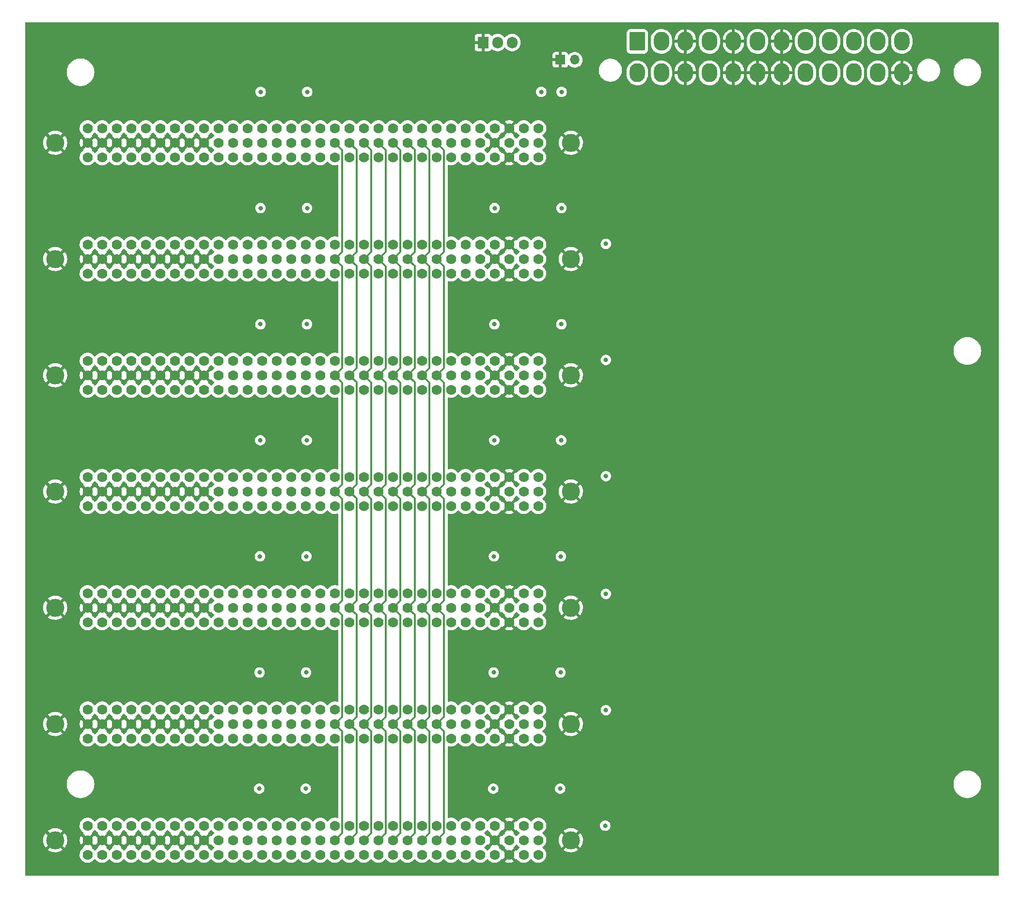
<source format=gbr>
%TF.GenerationSoftware,KiCad,Pcbnew,(6.0.7)*%
%TF.CreationDate,2023-04-17T16:20:31-06:00*%
%TF.ProjectId,Malebolge,4d616c65-626f-46c6-9765-2e6b69636164,rev?*%
%TF.SameCoordinates,Original*%
%TF.FileFunction,Copper,L3,Inr*%
%TF.FilePolarity,Positive*%
%FSLAX46Y46*%
G04 Gerber Fmt 4.6, Leading zero omitted, Abs format (unit mm)*
G04 Created by KiCad (PCBNEW (6.0.7)) date 2023-04-17 16:20:31*
%MOMM*%
%LPD*%
G01*
G04 APERTURE LIST*
G04 Aperture macros list*
%AMRoundRect*
0 Rectangle with rounded corners*
0 $1 Rounding radius*
0 $2 $3 $4 $5 $6 $7 $8 $9 X,Y pos of 4 corners*
0 Add a 4 corners polygon primitive as box body*
4,1,4,$2,$3,$4,$5,$6,$7,$8,$9,$2,$3,0*
0 Add four circle primitives for the rounded corners*
1,1,$1+$1,$2,$3*
1,1,$1+$1,$4,$5*
1,1,$1+$1,$6,$7*
1,1,$1+$1,$8,$9*
0 Add four rect primitives between the rounded corners*
20,1,$1+$1,$2,$3,$4,$5,0*
20,1,$1+$1,$4,$5,$6,$7,0*
20,1,$1+$1,$6,$7,$8,$9,0*
20,1,$1+$1,$8,$9,$2,$3,0*%
G04 Aperture macros list end*
%TA.AperFunction,ComponentPad*%
%ADD10R,1.905000X2.000000*%
%TD*%
%TA.AperFunction,ComponentPad*%
%ADD11O,1.905000X2.000000*%
%TD*%
%TA.AperFunction,ComponentPad*%
%ADD12R,1.700000X1.700000*%
%TD*%
%TA.AperFunction,ComponentPad*%
%ADD13O,1.700000X1.700000*%
%TD*%
%TA.AperFunction,ComponentPad*%
%ADD14RoundRect,0.250001X-1.099999X-1.399999X1.099999X-1.399999X1.099999X1.399999X-1.099999X1.399999X0*%
%TD*%
%TA.AperFunction,ComponentPad*%
%ADD15O,2.700000X3.300000*%
%TD*%
%TA.AperFunction,ComponentPad*%
%ADD16C,1.778000*%
%TD*%
%TA.AperFunction,ComponentPad*%
%ADD17C,3.175000*%
%TD*%
%TA.AperFunction,ViaPad*%
%ADD18C,0.800000*%
%TD*%
%TA.AperFunction,Conductor*%
%ADD19C,0.300000*%
%TD*%
G04 APERTURE END LIST*
D10*
%TO.N,GND*%
%TO.C,U1*%
X90678000Y-14224000D03*
D11*
%TO.N,+12V*%
X93218000Y-14224000D03*
%TO.N,-5V*%
X95758000Y-14224000D03*
%TD*%
D12*
%TO.N,GND*%
%TO.C,J2*%
X104160000Y-17247000D03*
D13*
%TO.N,Net-(J1-Pad16)*%
X106700000Y-17247000D03*
%TD*%
D14*
%TO.N,unconnected-(J1-Pad1)*%
%TO.C,J1*%
X117616000Y-14022000D03*
D15*
X121816000Y-14022000D03*
%TO.N,GND*%
X126016000Y-14022000D03*
%TO.N,VCC*%
X130216000Y-14022000D03*
%TO.N,GND*%
X134416000Y-14022000D03*
%TO.N,VCC*%
X138616000Y-14022000D03*
%TO.N,GND*%
X142816000Y-14022000D03*
%TO.N,Net-(J1-Pad8)*%
X147016000Y-14022000D03*
%TO.N,/+5VSB*%
X151216000Y-14022000D03*
%TO.N,+12V*%
X155416000Y-14022000D03*
X159616000Y-14022000D03*
%TO.N,unconnected-(J1-Pad1)*%
X163816000Y-14022000D03*
X117616000Y-19522000D03*
%TO.N,-12V*%
X121816000Y-19522000D03*
%TO.N,GND*%
X126016000Y-19522000D03*
%TO.N,Net-(J1-Pad16)*%
X130216000Y-19522000D03*
%TO.N,GND*%
X134416000Y-19522000D03*
X138616000Y-19522000D03*
X142816000Y-19522000D03*
%TO.N,unconnected-(J1-Pad20)*%
X147016000Y-19522000D03*
%TO.N,VCC*%
X151216000Y-19522000D03*
X155416000Y-19522000D03*
X159616000Y-19522000D03*
%TO.N,GND*%
X163816000Y-19522000D03*
%TD*%
D16*
%TO.N,-12V*%
%TO.C,BUS7*%
X100330000Y-151130000D03*
%TO.N,/~{CS1}*%
X97790000Y-151130000D03*
%TO.N,GND*%
X95250000Y-151130000D03*
%TO.N,/DB15*%
X92710000Y-151130000D03*
%TO.N,/DB14*%
X90170000Y-151130000D03*
%TO.N,/DB13*%
X87630000Y-151130000D03*
%TO.N,/DB12*%
X85090000Y-151130000D03*
%TO.N,/DB11*%
X82550000Y-151130000D03*
%TO.N,/DB10*%
X80010000Y-151130000D03*
%TO.N,/DB9*%
X77470000Y-151130000D03*
%TO.N,/DB8*%
X74930000Y-151130000D03*
%TO.N,/DB7*%
X72390000Y-151130000D03*
%TO.N,/DB6*%
X69850000Y-151130000D03*
%TO.N,/DB5*%
X67310000Y-151130000D03*
%TO.N,/DB4*%
X64770000Y-151130000D03*
%TO.N,/DB3*%
X62230000Y-151130000D03*
%TO.N,/DB2*%
X59690000Y-151130000D03*
%TO.N,/DB1*%
X57150000Y-151130000D03*
%TO.N,/DB0*%
X54610000Y-151130000D03*
%TO.N,VCC*%
X52070000Y-151130000D03*
%TO.N,/~{RESET}*%
X49530000Y-151130000D03*
%TO.N,unconnected-(BUS7-PadA22)*%
X46990000Y-151130000D03*
%TO.N,/B~{AS}*%
X44450000Y-151130000D03*
%TO.N,/B~{UDS}*%
X41910000Y-151130000D03*
%TO.N,/B~{LDS}*%
X39370000Y-151130000D03*
%TO.N,/BR{slash}~{W}*%
X36830000Y-151130000D03*
%TO.N,/~{DTACK}*%
X34290000Y-151130000D03*
%TO.N,/~{BG}*%
X31750000Y-151130000D03*
%TO.N,/~{BGACK}*%
X29210000Y-151130000D03*
%TO.N,/~{BR}*%
X26670000Y-151130000D03*
%TO.N,unconnected-(BUS7-PadA31)*%
X24130000Y-151130000D03*
%TO.N,/B~{AVEC}*%
X21590000Y-151130000D03*
%TO.N,-5V*%
X100330000Y-153670000D03*
%TO.N,+12V*%
X97790000Y-153670000D03*
%TO.N,-12V*%
X95250000Y-153670000D03*
%TO.N,GND*%
X92710000Y-153670000D03*
%TO.N,/~{DACK}*%
X90170000Y-153670000D03*
%TO.N,/~{DONE}*%
X87630000Y-153670000D03*
%TO.N,/~{WDOG}*%
X85090000Y-153670000D03*
%TO.N,/~{TOUT2}*%
X82550000Y-153670000D03*
%TO.N,/TIN2*%
X80010000Y-153670000D03*
%TO.N,/~{TOUT1}*%
X77470000Y-153670000D03*
%TO.N,/TIN1*%
X74930000Y-153670000D03*
%TO.N,/~{BERR}*%
X72390000Y-153670000D03*
%TO.N,/~{IPL2}*%
X69850000Y-153670000D03*
%TO.N,/~{IPL1}*%
X67310000Y-153670000D03*
%TO.N,/~{IPL0}*%
X64770000Y-153670000D03*
%TO.N,VCC*%
X62230000Y-153670000D03*
X59690000Y-153670000D03*
X57150000Y-153670000D03*
X54610000Y-153670000D03*
X52070000Y-153670000D03*
%TO.N,/~{HALT}*%
X49530000Y-153670000D03*
%TO.N,/~{CS2}*%
X46990000Y-153670000D03*
%TO.N,/~{CS3}*%
X44450000Y-153670000D03*
%TO.N,GND*%
X41910000Y-153670000D03*
X39370000Y-153670000D03*
X36830000Y-153670000D03*
X34290000Y-153670000D03*
X31750000Y-153670000D03*
X29210000Y-153670000D03*
X26670000Y-153670000D03*
X24130000Y-153670000D03*
X21590000Y-153670000D03*
%TO.N,+12V*%
X100330000Y-156210000D03*
X97790000Y-156210000D03*
%TO.N,GND*%
X95250000Y-156210000D03*
%TO.N,/CLKO*%
X92710000Y-156210000D03*
X90170000Y-156210000D03*
%TO.N,unconnected-(BUS7-PadC6)*%
X87630000Y-156210000D03*
%TO.N,/BA23*%
X85090000Y-156210000D03*
%TO.N,/BA22*%
X82550000Y-156210000D03*
%TO.N,/BA21*%
X80010000Y-156210000D03*
%TO.N,/BA20*%
X77470000Y-156210000D03*
%TO.N,/BA19*%
X74930000Y-156210000D03*
%TO.N,/BA18*%
X72390000Y-156210000D03*
%TO.N,/BA17*%
X69850000Y-156210000D03*
%TO.N,/BA16*%
X67310000Y-156210000D03*
%TO.N,/BA15*%
X64770000Y-156210000D03*
%TO.N,/BA14*%
X62230000Y-156210000D03*
%TO.N,/BA13*%
X59690000Y-156210000D03*
%TO.N,/BA12*%
X57150000Y-156210000D03*
%TO.N,/BA11*%
X54610000Y-156210000D03*
%TO.N,/BA10*%
X52070000Y-156210000D03*
%TO.N,/BA9*%
X49530000Y-156210000D03*
%TO.N,/BA8*%
X46990000Y-156210000D03*
%TO.N,/BA7*%
X44450000Y-156210000D03*
%TO.N,/BA6*%
X41910000Y-156210000D03*
%TO.N,/BA5*%
X39370000Y-156210000D03*
%TO.N,/BA4*%
X36830000Y-156210000D03*
%TO.N,/BA3*%
X34290000Y-156210000D03*
%TO.N,/BA2*%
X31750000Y-156210000D03*
%TO.N,/BA1*%
X29210000Y-156210000D03*
%TO.N,/BFC0*%
X26670000Y-156210000D03*
%TO.N,/BFC1*%
X24130000Y-156210000D03*
%TO.N,/BFC2*%
X21590000Y-156210000D03*
D17*
%TO.N,GND*%
X15913100Y-153670000D03*
X106006900Y-153670000D03*
%TD*%
D16*
%TO.N,-12V*%
%TO.C,BUS6*%
X100330000Y-130810000D03*
%TO.N,/~{CS1}*%
X97790000Y-130810000D03*
%TO.N,GND*%
X95250000Y-130810000D03*
%TO.N,/DB15*%
X92710000Y-130810000D03*
%TO.N,/DB14*%
X90170000Y-130810000D03*
%TO.N,/DB13*%
X87630000Y-130810000D03*
%TO.N,/DB12*%
X85090000Y-130810000D03*
%TO.N,/DB11*%
X82550000Y-130810000D03*
%TO.N,/DB10*%
X80010000Y-130810000D03*
%TO.N,/DB9*%
X77470000Y-130810000D03*
%TO.N,/DB8*%
X74930000Y-130810000D03*
%TO.N,/DB7*%
X72390000Y-130810000D03*
%TO.N,/DB6*%
X69850000Y-130810000D03*
%TO.N,/DB5*%
X67310000Y-130810000D03*
%TO.N,/DB4*%
X64770000Y-130810000D03*
%TO.N,/DB3*%
X62230000Y-130810000D03*
%TO.N,/DB2*%
X59690000Y-130810000D03*
%TO.N,/DB1*%
X57150000Y-130810000D03*
%TO.N,/DB0*%
X54610000Y-130810000D03*
%TO.N,VCC*%
X52070000Y-130810000D03*
%TO.N,/~{RESET}*%
X49530000Y-130810000D03*
%TO.N,unconnected-(BUS6-PadA22)*%
X46990000Y-130810000D03*
%TO.N,/B~{AS}*%
X44450000Y-130810000D03*
%TO.N,/B~{UDS}*%
X41910000Y-130810000D03*
%TO.N,/B~{LDS}*%
X39370000Y-130810000D03*
%TO.N,/BR{slash}~{W}*%
X36830000Y-130810000D03*
%TO.N,/~{DTACK}*%
X34290000Y-130810000D03*
%TO.N,/~{BG}*%
X31750000Y-130810000D03*
%TO.N,/~{BGACK}*%
X29210000Y-130810000D03*
%TO.N,/~{BR}*%
X26670000Y-130810000D03*
%TO.N,unconnected-(BUS6-PadA31)*%
X24130000Y-130810000D03*
%TO.N,/B~{AVEC}*%
X21590000Y-130810000D03*
%TO.N,-5V*%
X100330000Y-133350000D03*
%TO.N,+12V*%
X97790000Y-133350000D03*
%TO.N,-12V*%
X95250000Y-133350000D03*
%TO.N,GND*%
X92710000Y-133350000D03*
%TO.N,/~{DACK}*%
X90170000Y-133350000D03*
%TO.N,/~{DONE}*%
X87630000Y-133350000D03*
%TO.N,/~{WDOG}*%
X85090000Y-133350000D03*
%TO.N,/~{TOUT2}*%
X82550000Y-133350000D03*
%TO.N,/TIN2*%
X80010000Y-133350000D03*
%TO.N,/~{TOUT1}*%
X77470000Y-133350000D03*
%TO.N,/TIN1*%
X74930000Y-133350000D03*
%TO.N,/~{BERR}*%
X72390000Y-133350000D03*
%TO.N,/~{IPL2}*%
X69850000Y-133350000D03*
%TO.N,/~{IPL1}*%
X67310000Y-133350000D03*
%TO.N,/~{IPL0}*%
X64770000Y-133350000D03*
%TO.N,VCC*%
X62230000Y-133350000D03*
X59690000Y-133350000D03*
X57150000Y-133350000D03*
X54610000Y-133350000D03*
X52070000Y-133350000D03*
%TO.N,/~{HALT}*%
X49530000Y-133350000D03*
%TO.N,/~{CS2}*%
X46990000Y-133350000D03*
%TO.N,/~{CS3}*%
X44450000Y-133350000D03*
%TO.N,GND*%
X41910000Y-133350000D03*
X39370000Y-133350000D03*
X36830000Y-133350000D03*
X34290000Y-133350000D03*
X31750000Y-133350000D03*
X29210000Y-133350000D03*
X26670000Y-133350000D03*
X24130000Y-133350000D03*
X21590000Y-133350000D03*
%TO.N,+12V*%
X100330000Y-135890000D03*
X97790000Y-135890000D03*
%TO.N,GND*%
X95250000Y-135890000D03*
%TO.N,/CLKO*%
X92710000Y-135890000D03*
X90170000Y-135890000D03*
%TO.N,unconnected-(BUS6-PadC6)*%
X87630000Y-135890000D03*
%TO.N,/BA23*%
X85090000Y-135890000D03*
%TO.N,/BA22*%
X82550000Y-135890000D03*
%TO.N,/BA21*%
X80010000Y-135890000D03*
%TO.N,/BA20*%
X77470000Y-135890000D03*
%TO.N,/BA19*%
X74930000Y-135890000D03*
%TO.N,/BA18*%
X72390000Y-135890000D03*
%TO.N,/BA17*%
X69850000Y-135890000D03*
%TO.N,/BA16*%
X67310000Y-135890000D03*
%TO.N,/BA15*%
X64770000Y-135890000D03*
%TO.N,/BA14*%
X62230000Y-135890000D03*
%TO.N,/BA13*%
X59690000Y-135890000D03*
%TO.N,/BA12*%
X57150000Y-135890000D03*
%TO.N,/BA11*%
X54610000Y-135890000D03*
%TO.N,/BA10*%
X52070000Y-135890000D03*
%TO.N,/BA9*%
X49530000Y-135890000D03*
%TO.N,/BA8*%
X46990000Y-135890000D03*
%TO.N,/BA7*%
X44450000Y-135890000D03*
%TO.N,/BA6*%
X41910000Y-135890000D03*
%TO.N,/BA5*%
X39370000Y-135890000D03*
%TO.N,/BA4*%
X36830000Y-135890000D03*
%TO.N,/BA3*%
X34290000Y-135890000D03*
%TO.N,/BA2*%
X31750000Y-135890000D03*
%TO.N,/BA1*%
X29210000Y-135890000D03*
%TO.N,/BFC0*%
X26670000Y-135890000D03*
%TO.N,/BFC1*%
X24130000Y-135890000D03*
%TO.N,/BFC2*%
X21590000Y-135890000D03*
D17*
%TO.N,GND*%
X15913100Y-133350000D03*
X106006900Y-133350000D03*
%TD*%
D16*
%TO.N,-12V*%
%TO.C,BUS5*%
X100330000Y-110490000D03*
%TO.N,/~{CS1}*%
X97790000Y-110490000D03*
%TO.N,GND*%
X95250000Y-110490000D03*
%TO.N,/DB15*%
X92710000Y-110490000D03*
%TO.N,/DB14*%
X90170000Y-110490000D03*
%TO.N,/DB13*%
X87630000Y-110490000D03*
%TO.N,/DB12*%
X85090000Y-110490000D03*
%TO.N,/DB11*%
X82550000Y-110490000D03*
%TO.N,/DB10*%
X80010000Y-110490000D03*
%TO.N,/DB9*%
X77470000Y-110490000D03*
%TO.N,/DB8*%
X74930000Y-110490000D03*
%TO.N,/DB7*%
X72390000Y-110490000D03*
%TO.N,/DB6*%
X69850000Y-110490000D03*
%TO.N,/DB5*%
X67310000Y-110490000D03*
%TO.N,/DB4*%
X64770000Y-110490000D03*
%TO.N,/DB3*%
X62230000Y-110490000D03*
%TO.N,/DB2*%
X59690000Y-110490000D03*
%TO.N,/DB1*%
X57150000Y-110490000D03*
%TO.N,/DB0*%
X54610000Y-110490000D03*
%TO.N,VCC*%
X52070000Y-110490000D03*
%TO.N,/~{RESET}*%
X49530000Y-110490000D03*
%TO.N,unconnected-(BUS5-PadA22)*%
X46990000Y-110490000D03*
%TO.N,/B~{AS}*%
X44450000Y-110490000D03*
%TO.N,/B~{UDS}*%
X41910000Y-110490000D03*
%TO.N,/B~{LDS}*%
X39370000Y-110490000D03*
%TO.N,/BR{slash}~{W}*%
X36830000Y-110490000D03*
%TO.N,/~{DTACK}*%
X34290000Y-110490000D03*
%TO.N,/~{BG}*%
X31750000Y-110490000D03*
%TO.N,/~{BGACK}*%
X29210000Y-110490000D03*
%TO.N,/~{BR}*%
X26670000Y-110490000D03*
%TO.N,unconnected-(BUS5-PadA31)*%
X24130000Y-110490000D03*
%TO.N,/B~{AVEC}*%
X21590000Y-110490000D03*
%TO.N,-5V*%
X100330000Y-113030000D03*
%TO.N,+12V*%
X97790000Y-113030000D03*
%TO.N,-12V*%
X95250000Y-113030000D03*
%TO.N,GND*%
X92710000Y-113030000D03*
%TO.N,/~{DACK}*%
X90170000Y-113030000D03*
%TO.N,/~{DONE}*%
X87630000Y-113030000D03*
%TO.N,/~{WDOG}*%
X85090000Y-113030000D03*
%TO.N,/~{TOUT2}*%
X82550000Y-113030000D03*
%TO.N,/TIN2*%
X80010000Y-113030000D03*
%TO.N,/~{TOUT1}*%
X77470000Y-113030000D03*
%TO.N,/TIN1*%
X74930000Y-113030000D03*
%TO.N,/~{BERR}*%
X72390000Y-113030000D03*
%TO.N,/~{IPL2}*%
X69850000Y-113030000D03*
%TO.N,/~{IPL1}*%
X67310000Y-113030000D03*
%TO.N,/~{IPL0}*%
X64770000Y-113030000D03*
%TO.N,VCC*%
X62230000Y-113030000D03*
X59690000Y-113030000D03*
X57150000Y-113030000D03*
X54610000Y-113030000D03*
X52070000Y-113030000D03*
%TO.N,/~{HALT}*%
X49530000Y-113030000D03*
%TO.N,/~{CS2}*%
X46990000Y-113030000D03*
%TO.N,/~{CS3}*%
X44450000Y-113030000D03*
%TO.N,GND*%
X41910000Y-113030000D03*
X39370000Y-113030000D03*
X36830000Y-113030000D03*
X34290000Y-113030000D03*
X31750000Y-113030000D03*
X29210000Y-113030000D03*
X26670000Y-113030000D03*
X24130000Y-113030000D03*
X21590000Y-113030000D03*
%TO.N,+12V*%
X100330000Y-115570000D03*
X97790000Y-115570000D03*
%TO.N,GND*%
X95250000Y-115570000D03*
%TO.N,/CLKO*%
X92710000Y-115570000D03*
X90170000Y-115570000D03*
%TO.N,unconnected-(BUS5-PadC6)*%
X87630000Y-115570000D03*
%TO.N,/BA23*%
X85090000Y-115570000D03*
%TO.N,/BA22*%
X82550000Y-115570000D03*
%TO.N,/BA21*%
X80010000Y-115570000D03*
%TO.N,/BA20*%
X77470000Y-115570000D03*
%TO.N,/BA19*%
X74930000Y-115570000D03*
%TO.N,/BA18*%
X72390000Y-115570000D03*
%TO.N,/BA17*%
X69850000Y-115570000D03*
%TO.N,/BA16*%
X67310000Y-115570000D03*
%TO.N,/BA15*%
X64770000Y-115570000D03*
%TO.N,/BA14*%
X62230000Y-115570000D03*
%TO.N,/BA13*%
X59690000Y-115570000D03*
%TO.N,/BA12*%
X57150000Y-115570000D03*
%TO.N,/BA11*%
X54610000Y-115570000D03*
%TO.N,/BA10*%
X52070000Y-115570000D03*
%TO.N,/BA9*%
X49530000Y-115570000D03*
%TO.N,/BA8*%
X46990000Y-115570000D03*
%TO.N,/BA7*%
X44450000Y-115570000D03*
%TO.N,/BA6*%
X41910000Y-115570000D03*
%TO.N,/BA5*%
X39370000Y-115570000D03*
%TO.N,/BA4*%
X36830000Y-115570000D03*
%TO.N,/BA3*%
X34290000Y-115570000D03*
%TO.N,/BA2*%
X31750000Y-115570000D03*
%TO.N,/BA1*%
X29210000Y-115570000D03*
%TO.N,/BFC0*%
X26670000Y-115570000D03*
%TO.N,/BFC1*%
X24130000Y-115570000D03*
%TO.N,/BFC2*%
X21590000Y-115570000D03*
D17*
%TO.N,GND*%
X15913100Y-113030000D03*
X106006900Y-113030000D03*
%TD*%
D16*
%TO.N,-12V*%
%TO.C,BUS4*%
X100330000Y-90170000D03*
%TO.N,/~{CS1}*%
X97790000Y-90170000D03*
%TO.N,GND*%
X95250000Y-90170000D03*
%TO.N,/DB15*%
X92710000Y-90170000D03*
%TO.N,/DB14*%
X90170000Y-90170000D03*
%TO.N,/DB13*%
X87630000Y-90170000D03*
%TO.N,/DB12*%
X85090000Y-90170000D03*
%TO.N,/DB11*%
X82550000Y-90170000D03*
%TO.N,/DB10*%
X80010000Y-90170000D03*
%TO.N,/DB9*%
X77470000Y-90170000D03*
%TO.N,/DB8*%
X74930000Y-90170000D03*
%TO.N,/DB7*%
X72390000Y-90170000D03*
%TO.N,/DB6*%
X69850000Y-90170000D03*
%TO.N,/DB5*%
X67310000Y-90170000D03*
%TO.N,/DB4*%
X64770000Y-90170000D03*
%TO.N,/DB3*%
X62230000Y-90170000D03*
%TO.N,/DB2*%
X59690000Y-90170000D03*
%TO.N,/DB1*%
X57150000Y-90170000D03*
%TO.N,/DB0*%
X54610000Y-90170000D03*
%TO.N,VCC*%
X52070000Y-90170000D03*
%TO.N,/~{RESET}*%
X49530000Y-90170000D03*
%TO.N,unconnected-(BUS4-PadA22)*%
X46990000Y-90170000D03*
%TO.N,/B~{AS}*%
X44450000Y-90170000D03*
%TO.N,/B~{UDS}*%
X41910000Y-90170000D03*
%TO.N,/B~{LDS}*%
X39370000Y-90170000D03*
%TO.N,/BR{slash}~{W}*%
X36830000Y-90170000D03*
%TO.N,/~{DTACK}*%
X34290000Y-90170000D03*
%TO.N,/~{BG}*%
X31750000Y-90170000D03*
%TO.N,/~{BGACK}*%
X29210000Y-90170000D03*
%TO.N,/~{BR}*%
X26670000Y-90170000D03*
%TO.N,unconnected-(BUS4-PadA31)*%
X24130000Y-90170000D03*
%TO.N,/B~{AVEC}*%
X21590000Y-90170000D03*
%TO.N,-5V*%
X100330000Y-92710000D03*
%TO.N,+12V*%
X97790000Y-92710000D03*
%TO.N,-12V*%
X95250000Y-92710000D03*
%TO.N,GND*%
X92710000Y-92710000D03*
%TO.N,/~{DACK}*%
X90170000Y-92710000D03*
%TO.N,/~{DONE}*%
X87630000Y-92710000D03*
%TO.N,/~{WDOG}*%
X85090000Y-92710000D03*
%TO.N,/~{TOUT2}*%
X82550000Y-92710000D03*
%TO.N,/TIN2*%
X80010000Y-92710000D03*
%TO.N,/~{TOUT1}*%
X77470000Y-92710000D03*
%TO.N,/TIN1*%
X74930000Y-92710000D03*
%TO.N,/~{BERR}*%
X72390000Y-92710000D03*
%TO.N,/~{IPL2}*%
X69850000Y-92710000D03*
%TO.N,/~{IPL1}*%
X67310000Y-92710000D03*
%TO.N,/~{IPL0}*%
X64770000Y-92710000D03*
%TO.N,VCC*%
X62230000Y-92710000D03*
X59690000Y-92710000D03*
X57150000Y-92710000D03*
X54610000Y-92710000D03*
X52070000Y-92710000D03*
%TO.N,/~{HALT}*%
X49530000Y-92710000D03*
%TO.N,/~{CS2}*%
X46990000Y-92710000D03*
%TO.N,/~{CS3}*%
X44450000Y-92710000D03*
%TO.N,GND*%
X41910000Y-92710000D03*
X39370000Y-92710000D03*
X36830000Y-92710000D03*
X34290000Y-92710000D03*
X31750000Y-92710000D03*
X29210000Y-92710000D03*
X26670000Y-92710000D03*
X24130000Y-92710000D03*
X21590000Y-92710000D03*
%TO.N,+12V*%
X100330000Y-95250000D03*
X97790000Y-95250000D03*
%TO.N,GND*%
X95250000Y-95250000D03*
%TO.N,/CLKO*%
X92710000Y-95250000D03*
X90170000Y-95250000D03*
%TO.N,unconnected-(BUS4-PadC6)*%
X87630000Y-95250000D03*
%TO.N,/BA23*%
X85090000Y-95250000D03*
%TO.N,/BA22*%
X82550000Y-95250000D03*
%TO.N,/BA21*%
X80010000Y-95250000D03*
%TO.N,/BA20*%
X77470000Y-95250000D03*
%TO.N,/BA19*%
X74930000Y-95250000D03*
%TO.N,/BA18*%
X72390000Y-95250000D03*
%TO.N,/BA17*%
X69850000Y-95250000D03*
%TO.N,/BA16*%
X67310000Y-95250000D03*
%TO.N,/BA15*%
X64770000Y-95250000D03*
%TO.N,/BA14*%
X62230000Y-95250000D03*
%TO.N,/BA13*%
X59690000Y-95250000D03*
%TO.N,/BA12*%
X57150000Y-95250000D03*
%TO.N,/BA11*%
X54610000Y-95250000D03*
%TO.N,/BA10*%
X52070000Y-95250000D03*
%TO.N,/BA9*%
X49530000Y-95250000D03*
%TO.N,/BA8*%
X46990000Y-95250000D03*
%TO.N,/BA7*%
X44450000Y-95250000D03*
%TO.N,/BA6*%
X41910000Y-95250000D03*
%TO.N,/BA5*%
X39370000Y-95250000D03*
%TO.N,/BA4*%
X36830000Y-95250000D03*
%TO.N,/BA3*%
X34290000Y-95250000D03*
%TO.N,/BA2*%
X31750000Y-95250000D03*
%TO.N,/BA1*%
X29210000Y-95250000D03*
%TO.N,/BFC0*%
X26670000Y-95250000D03*
%TO.N,/BFC1*%
X24130000Y-95250000D03*
%TO.N,/BFC2*%
X21590000Y-95250000D03*
D17*
%TO.N,GND*%
X15913100Y-92710000D03*
X106006900Y-92710000D03*
%TD*%
D16*
%TO.N,-12V*%
%TO.C,BUS3*%
X100330000Y-69850000D03*
%TO.N,/~{CS1}*%
X97790000Y-69850000D03*
%TO.N,GND*%
X95250000Y-69850000D03*
%TO.N,/DB15*%
X92710000Y-69850000D03*
%TO.N,/DB14*%
X90170000Y-69850000D03*
%TO.N,/DB13*%
X87630000Y-69850000D03*
%TO.N,/DB12*%
X85090000Y-69850000D03*
%TO.N,/DB11*%
X82550000Y-69850000D03*
%TO.N,/DB10*%
X80010000Y-69850000D03*
%TO.N,/DB9*%
X77470000Y-69850000D03*
%TO.N,/DB8*%
X74930000Y-69850000D03*
%TO.N,/DB7*%
X72390000Y-69850000D03*
%TO.N,/DB6*%
X69850000Y-69850000D03*
%TO.N,/DB5*%
X67310000Y-69850000D03*
%TO.N,/DB4*%
X64770000Y-69850000D03*
%TO.N,/DB3*%
X62230000Y-69850000D03*
%TO.N,/DB2*%
X59690000Y-69850000D03*
%TO.N,/DB1*%
X57150000Y-69850000D03*
%TO.N,/DB0*%
X54610000Y-69850000D03*
%TO.N,VCC*%
X52070000Y-69850000D03*
%TO.N,/~{RESET}*%
X49530000Y-69850000D03*
%TO.N,unconnected-(BUS3-PadA22)*%
X46990000Y-69850000D03*
%TO.N,/B~{AS}*%
X44450000Y-69850000D03*
%TO.N,/B~{UDS}*%
X41910000Y-69850000D03*
%TO.N,/B~{LDS}*%
X39370000Y-69850000D03*
%TO.N,/BR{slash}~{W}*%
X36830000Y-69850000D03*
%TO.N,/~{DTACK}*%
X34290000Y-69850000D03*
%TO.N,/~{BG}*%
X31750000Y-69850000D03*
%TO.N,/~{BGACK}*%
X29210000Y-69850000D03*
%TO.N,/~{BR}*%
X26670000Y-69850000D03*
%TO.N,unconnected-(BUS3-PadA31)*%
X24130000Y-69850000D03*
%TO.N,/B~{AVEC}*%
X21590000Y-69850000D03*
%TO.N,-5V*%
X100330000Y-72390000D03*
%TO.N,+12V*%
X97790000Y-72390000D03*
%TO.N,-12V*%
X95250000Y-72390000D03*
%TO.N,GND*%
X92710000Y-72390000D03*
%TO.N,/~{DACK}*%
X90170000Y-72390000D03*
%TO.N,/~{DONE}*%
X87630000Y-72390000D03*
%TO.N,/~{WDOG}*%
X85090000Y-72390000D03*
%TO.N,/~{TOUT2}*%
X82550000Y-72390000D03*
%TO.N,/TIN2*%
X80010000Y-72390000D03*
%TO.N,/~{TOUT1}*%
X77470000Y-72390000D03*
%TO.N,/TIN1*%
X74930000Y-72390000D03*
%TO.N,/~{BERR}*%
X72390000Y-72390000D03*
%TO.N,/~{IPL2}*%
X69850000Y-72390000D03*
%TO.N,/~{IPL1}*%
X67310000Y-72390000D03*
%TO.N,/~{IPL0}*%
X64770000Y-72390000D03*
%TO.N,VCC*%
X62230000Y-72390000D03*
X59690000Y-72390000D03*
X57150000Y-72390000D03*
X54610000Y-72390000D03*
X52070000Y-72390000D03*
%TO.N,/~{HALT}*%
X49530000Y-72390000D03*
%TO.N,/~{CS2}*%
X46990000Y-72390000D03*
%TO.N,/~{CS3}*%
X44450000Y-72390000D03*
%TO.N,GND*%
X41910000Y-72390000D03*
X39370000Y-72390000D03*
X36830000Y-72390000D03*
X34290000Y-72390000D03*
X31750000Y-72390000D03*
X29210000Y-72390000D03*
X26670000Y-72390000D03*
X24130000Y-72390000D03*
X21590000Y-72390000D03*
%TO.N,+12V*%
X100330000Y-74930000D03*
X97790000Y-74930000D03*
%TO.N,GND*%
X95250000Y-74930000D03*
%TO.N,/CLKO*%
X92710000Y-74930000D03*
X90170000Y-74930000D03*
%TO.N,unconnected-(BUS3-PadC6)*%
X87630000Y-74930000D03*
%TO.N,/BA23*%
X85090000Y-74930000D03*
%TO.N,/BA22*%
X82550000Y-74930000D03*
%TO.N,/BA21*%
X80010000Y-74930000D03*
%TO.N,/BA20*%
X77470000Y-74930000D03*
%TO.N,/BA19*%
X74930000Y-74930000D03*
%TO.N,/BA18*%
X72390000Y-74930000D03*
%TO.N,/BA17*%
X69850000Y-74930000D03*
%TO.N,/BA16*%
X67310000Y-74930000D03*
%TO.N,/BA15*%
X64770000Y-74930000D03*
%TO.N,/BA14*%
X62230000Y-74930000D03*
%TO.N,/BA13*%
X59690000Y-74930000D03*
%TO.N,/BA12*%
X57150000Y-74930000D03*
%TO.N,/BA11*%
X54610000Y-74930000D03*
%TO.N,/BA10*%
X52070000Y-74930000D03*
%TO.N,/BA9*%
X49530000Y-74930000D03*
%TO.N,/BA8*%
X46990000Y-74930000D03*
%TO.N,/BA7*%
X44450000Y-74930000D03*
%TO.N,/BA6*%
X41910000Y-74930000D03*
%TO.N,/BA5*%
X39370000Y-74930000D03*
%TO.N,/BA4*%
X36830000Y-74930000D03*
%TO.N,/BA3*%
X34290000Y-74930000D03*
%TO.N,/BA2*%
X31750000Y-74930000D03*
%TO.N,/BA1*%
X29210000Y-74930000D03*
%TO.N,/BFC0*%
X26670000Y-74930000D03*
%TO.N,/BFC1*%
X24130000Y-74930000D03*
%TO.N,/BFC2*%
X21590000Y-74930000D03*
D17*
%TO.N,GND*%
X15913100Y-72390000D03*
X106006900Y-72390000D03*
%TD*%
D16*
%TO.N,-12V*%
%TO.C,BUS2*%
X100330000Y-49530000D03*
%TO.N,/~{CS1}*%
X97790000Y-49530000D03*
%TO.N,GND*%
X95250000Y-49530000D03*
%TO.N,/DB15*%
X92710000Y-49530000D03*
%TO.N,/DB14*%
X90170000Y-49530000D03*
%TO.N,/DB13*%
X87630000Y-49530000D03*
%TO.N,/DB12*%
X85090000Y-49530000D03*
%TO.N,/DB11*%
X82550000Y-49530000D03*
%TO.N,/DB10*%
X80010000Y-49530000D03*
%TO.N,/DB9*%
X77470000Y-49530000D03*
%TO.N,/DB8*%
X74930000Y-49530000D03*
%TO.N,/DB7*%
X72390000Y-49530000D03*
%TO.N,/DB6*%
X69850000Y-49530000D03*
%TO.N,/DB5*%
X67310000Y-49530000D03*
%TO.N,/DB4*%
X64770000Y-49530000D03*
%TO.N,/DB3*%
X62230000Y-49530000D03*
%TO.N,/DB2*%
X59690000Y-49530000D03*
%TO.N,/DB1*%
X57150000Y-49530000D03*
%TO.N,/DB0*%
X54610000Y-49530000D03*
%TO.N,VCC*%
X52070000Y-49530000D03*
%TO.N,/~{RESET}*%
X49530000Y-49530000D03*
%TO.N,unconnected-(BUS2-PadA22)*%
X46990000Y-49530000D03*
%TO.N,/B~{AS}*%
X44450000Y-49530000D03*
%TO.N,/B~{UDS}*%
X41910000Y-49530000D03*
%TO.N,/B~{LDS}*%
X39370000Y-49530000D03*
%TO.N,/BR{slash}~{W}*%
X36830000Y-49530000D03*
%TO.N,/~{DTACK}*%
X34290000Y-49530000D03*
%TO.N,/~{BG}*%
X31750000Y-49530000D03*
%TO.N,/~{BGACK}*%
X29210000Y-49530000D03*
%TO.N,/~{BR}*%
X26670000Y-49530000D03*
%TO.N,unconnected-(BUS2-PadA31)*%
X24130000Y-49530000D03*
%TO.N,/B~{AVEC}*%
X21590000Y-49530000D03*
%TO.N,-5V*%
X100330000Y-52070000D03*
%TO.N,+12V*%
X97790000Y-52070000D03*
%TO.N,-12V*%
X95250000Y-52070000D03*
%TO.N,GND*%
X92710000Y-52070000D03*
%TO.N,/~{DACK}*%
X90170000Y-52070000D03*
%TO.N,/~{DONE}*%
X87630000Y-52070000D03*
%TO.N,/~{WDOG}*%
X85090000Y-52070000D03*
%TO.N,/~{TOUT2}*%
X82550000Y-52070000D03*
%TO.N,/TIN2*%
X80010000Y-52070000D03*
%TO.N,/~{TOUT1}*%
X77470000Y-52070000D03*
%TO.N,/TIN1*%
X74930000Y-52070000D03*
%TO.N,/~{BERR}*%
X72390000Y-52070000D03*
%TO.N,/~{IPL2}*%
X69850000Y-52070000D03*
%TO.N,/~{IPL1}*%
X67310000Y-52070000D03*
%TO.N,/~{IPL0}*%
X64770000Y-52070000D03*
%TO.N,VCC*%
X62230000Y-52070000D03*
X59690000Y-52070000D03*
X57150000Y-52070000D03*
X54610000Y-52070000D03*
X52070000Y-52070000D03*
%TO.N,/~{HALT}*%
X49530000Y-52070000D03*
%TO.N,/~{CS2}*%
X46990000Y-52070000D03*
%TO.N,/~{CS3}*%
X44450000Y-52070000D03*
%TO.N,GND*%
X41910000Y-52070000D03*
X39370000Y-52070000D03*
X36830000Y-52070000D03*
X34290000Y-52070000D03*
X31750000Y-52070000D03*
X29210000Y-52070000D03*
X26670000Y-52070000D03*
X24130000Y-52070000D03*
X21590000Y-52070000D03*
%TO.N,+12V*%
X100330000Y-54610000D03*
X97790000Y-54610000D03*
%TO.N,GND*%
X95250000Y-54610000D03*
%TO.N,/CLKO*%
X92710000Y-54610000D03*
X90170000Y-54610000D03*
%TO.N,unconnected-(BUS2-PadC6)*%
X87630000Y-54610000D03*
%TO.N,/BA23*%
X85090000Y-54610000D03*
%TO.N,/BA22*%
X82550000Y-54610000D03*
%TO.N,/BA21*%
X80010000Y-54610000D03*
%TO.N,/BA20*%
X77470000Y-54610000D03*
%TO.N,/BA19*%
X74930000Y-54610000D03*
%TO.N,/BA18*%
X72390000Y-54610000D03*
%TO.N,/BA17*%
X69850000Y-54610000D03*
%TO.N,/BA16*%
X67310000Y-54610000D03*
%TO.N,/BA15*%
X64770000Y-54610000D03*
%TO.N,/BA14*%
X62230000Y-54610000D03*
%TO.N,/BA13*%
X59690000Y-54610000D03*
%TO.N,/BA12*%
X57150000Y-54610000D03*
%TO.N,/BA11*%
X54610000Y-54610000D03*
%TO.N,/BA10*%
X52070000Y-54610000D03*
%TO.N,/BA9*%
X49530000Y-54610000D03*
%TO.N,/BA8*%
X46990000Y-54610000D03*
%TO.N,/BA7*%
X44450000Y-54610000D03*
%TO.N,/BA6*%
X41910000Y-54610000D03*
%TO.N,/BA5*%
X39370000Y-54610000D03*
%TO.N,/BA4*%
X36830000Y-54610000D03*
%TO.N,/BA3*%
X34290000Y-54610000D03*
%TO.N,/BA2*%
X31750000Y-54610000D03*
%TO.N,/BA1*%
X29210000Y-54610000D03*
%TO.N,/BFC0*%
X26670000Y-54610000D03*
%TO.N,/BFC1*%
X24130000Y-54610000D03*
%TO.N,/BFC2*%
X21590000Y-54610000D03*
D17*
%TO.N,GND*%
X15913100Y-52070000D03*
X106006900Y-52070000D03*
%TD*%
D16*
%TO.N,-12V*%
%TO.C,BUS1*%
X100330000Y-29210000D03*
%TO.N,/~{CS1}*%
X97790000Y-29210000D03*
%TO.N,GND*%
X95250000Y-29210000D03*
%TO.N,/DB15*%
X92710000Y-29210000D03*
%TO.N,/DB14*%
X90170000Y-29210000D03*
%TO.N,/DB13*%
X87630000Y-29210000D03*
%TO.N,/DB12*%
X85090000Y-29210000D03*
%TO.N,/DB11*%
X82550000Y-29210000D03*
%TO.N,/DB10*%
X80010000Y-29210000D03*
%TO.N,/DB9*%
X77470000Y-29210000D03*
%TO.N,/DB8*%
X74930000Y-29210000D03*
%TO.N,/DB7*%
X72390000Y-29210000D03*
%TO.N,/DB6*%
X69850000Y-29210000D03*
%TO.N,/DB5*%
X67310000Y-29210000D03*
%TO.N,/DB4*%
X64770000Y-29210000D03*
%TO.N,/DB3*%
X62230000Y-29210000D03*
%TO.N,/DB2*%
X59690000Y-29210000D03*
%TO.N,/DB1*%
X57150000Y-29210000D03*
%TO.N,/DB0*%
X54610000Y-29210000D03*
%TO.N,VCC*%
X52070000Y-29210000D03*
%TO.N,/~{RESET}*%
X49530000Y-29210000D03*
%TO.N,unconnected-(BUS1-PadA22)*%
X46990000Y-29210000D03*
%TO.N,/B~{AS}*%
X44450000Y-29210000D03*
%TO.N,/B~{UDS}*%
X41910000Y-29210000D03*
%TO.N,/B~{LDS}*%
X39370000Y-29210000D03*
%TO.N,/BR{slash}~{W}*%
X36830000Y-29210000D03*
%TO.N,/~{DTACK}*%
X34290000Y-29210000D03*
%TO.N,/~{BG}*%
X31750000Y-29210000D03*
%TO.N,/~{BGACK}*%
X29210000Y-29210000D03*
%TO.N,/~{BR}*%
X26670000Y-29210000D03*
%TO.N,unconnected-(BUS1-PadA31)*%
X24130000Y-29210000D03*
%TO.N,/B~{AVEC}*%
X21590000Y-29210000D03*
%TO.N,-5V*%
X100330000Y-31750000D03*
%TO.N,+12V*%
X97790000Y-31750000D03*
%TO.N,-12V*%
X95250000Y-31750000D03*
%TO.N,GND*%
X92710000Y-31750000D03*
%TO.N,/~{DACK}*%
X90170000Y-31750000D03*
%TO.N,/~{DONE}*%
X87630000Y-31750000D03*
%TO.N,/~{WDOG}*%
X85090000Y-31750000D03*
%TO.N,/~{TOUT2}*%
X82550000Y-31750000D03*
%TO.N,/TIN2*%
X80010000Y-31750000D03*
%TO.N,/~{TOUT1}*%
X77470000Y-31750000D03*
%TO.N,/TIN1*%
X74930000Y-31750000D03*
%TO.N,/~{BERR}*%
X72390000Y-31750000D03*
%TO.N,/~{IPL2}*%
X69850000Y-31750000D03*
%TO.N,/~{IPL1}*%
X67310000Y-31750000D03*
%TO.N,/~{IPL0}*%
X64770000Y-31750000D03*
%TO.N,VCC*%
X62230000Y-31750000D03*
X59690000Y-31750000D03*
X57150000Y-31750000D03*
X54610000Y-31750000D03*
X52070000Y-31750000D03*
%TO.N,/~{HALT}*%
X49530000Y-31750000D03*
%TO.N,/~{CS2}*%
X46990000Y-31750000D03*
%TO.N,/~{CS3}*%
X44450000Y-31750000D03*
%TO.N,GND*%
X41910000Y-31750000D03*
X39370000Y-31750000D03*
X36830000Y-31750000D03*
X34290000Y-31750000D03*
X31750000Y-31750000D03*
X29210000Y-31750000D03*
X26670000Y-31750000D03*
X24130000Y-31750000D03*
X21590000Y-31750000D03*
%TO.N,+12V*%
X100330000Y-34290000D03*
X97790000Y-34290000D03*
%TO.N,GND*%
X95250000Y-34290000D03*
%TO.N,/CLKO*%
X92710000Y-34290000D03*
X90170000Y-34290000D03*
%TO.N,unconnected-(BUS1-PadC6)*%
X87630000Y-34290000D03*
%TO.N,/BA23*%
X85090000Y-34290000D03*
%TO.N,/BA22*%
X82550000Y-34290000D03*
%TO.N,/BA21*%
X80010000Y-34290000D03*
%TO.N,/BA20*%
X77470000Y-34290000D03*
%TO.N,/BA19*%
X74930000Y-34290000D03*
%TO.N,/BA18*%
X72390000Y-34290000D03*
%TO.N,/BA17*%
X69850000Y-34290000D03*
%TO.N,/BA16*%
X67310000Y-34290000D03*
%TO.N,/BA15*%
X64770000Y-34290000D03*
%TO.N,/BA14*%
X62230000Y-34290000D03*
%TO.N,/BA13*%
X59690000Y-34290000D03*
%TO.N,/BA12*%
X57150000Y-34290000D03*
%TO.N,/BA11*%
X54610000Y-34290000D03*
%TO.N,/BA10*%
X52070000Y-34290000D03*
%TO.N,/BA9*%
X49530000Y-34290000D03*
%TO.N,/BA8*%
X46990000Y-34290000D03*
%TO.N,/BA7*%
X44450000Y-34290000D03*
%TO.N,/BA6*%
X41910000Y-34290000D03*
%TO.N,/BA5*%
X39370000Y-34290000D03*
%TO.N,/BA4*%
X36830000Y-34290000D03*
%TO.N,/BA3*%
X34290000Y-34290000D03*
%TO.N,/BA2*%
X31750000Y-34290000D03*
%TO.N,/BA1*%
X29210000Y-34290000D03*
%TO.N,/BFC0*%
X26670000Y-34290000D03*
%TO.N,/BFC1*%
X24130000Y-34290000D03*
%TO.N,/BFC2*%
X21590000Y-34290000D03*
D17*
%TO.N,GND*%
X15913100Y-31750000D03*
X106006900Y-31750000D03*
%TD*%
D18*
%TO.N,-12V*%
X112128000Y-49416000D03*
X112128000Y-69710000D03*
X112128000Y-90030000D03*
X112128000Y-110604000D03*
X112128000Y-130924000D03*
X112014000Y-151130000D03*
%TO.N,GND*%
X88138000Y-144644269D03*
X96016722Y-144644269D03*
X108716722Y-144644269D03*
%TO.N,-12V*%
X92456000Y-144644269D03*
%TO.N,GND*%
X64266722Y-144644269D03*
%TO.N,VCC*%
X51566722Y-144644269D03*
X59694722Y-144644269D03*
%TO.N,+12V*%
X104144722Y-144644269D03*
%TO.N,GND*%
X56138722Y-144644269D03*
X56197389Y-124345390D03*
X96075389Y-124345390D03*
X64325389Y-124345390D03*
X108775389Y-124345390D03*
%TO.N,VCC*%
X59753389Y-124345390D03*
%TO.N,-12V*%
X92514667Y-124345390D03*
%TO.N,+12V*%
X104203389Y-124345390D03*
%TO.N,VCC*%
X51625389Y-124345390D03*
%TO.N,GND*%
X88196667Y-124345390D03*
X56256057Y-104046511D03*
X96134057Y-104046511D03*
%TO.N,VCC*%
X51684057Y-104046511D03*
%TO.N,GND*%
X64384057Y-104046511D03*
X108834057Y-104046511D03*
%TO.N,VCC*%
X59812057Y-104046511D03*
%TO.N,-12V*%
X92573335Y-104046511D03*
%TO.N,+12V*%
X104262057Y-104046511D03*
%TO.N,GND*%
X88255335Y-104046511D03*
%TO.N,-12V*%
X92632002Y-83747632D03*
%TO.N,VCC*%
X51742724Y-83747632D03*
%TO.N,+12V*%
X104320724Y-83747632D03*
%TO.N,GND*%
X56314724Y-83747632D03*
X64442724Y-83747632D03*
X88314002Y-83747632D03*
%TO.N,VCC*%
X59870724Y-83747632D03*
%TO.N,GND*%
X108892724Y-83747632D03*
X96192724Y-83747632D03*
X64467913Y-63479328D03*
X88339191Y-63479328D03*
%TO.N,VCC*%
X59895913Y-63479328D03*
%TO.N,GND*%
X108917913Y-63479328D03*
X56339913Y-63479328D03*
X96217913Y-63479328D03*
%TO.N,-12V*%
X92657191Y-63479328D03*
%TO.N,VCC*%
X51767913Y-63479328D03*
%TO.N,+12V*%
X104345913Y-63479328D03*
%TO.N,GND*%
X88365266Y-43167412D03*
%TO.N,VCC*%
X59921988Y-43167412D03*
%TO.N,GND*%
X108943988Y-43167412D03*
%TO.N,VCC*%
X51793988Y-43167412D03*
%TO.N,-12V*%
X92683266Y-43167412D03*
%TO.N,GND*%
X64493988Y-43167412D03*
X96243988Y-43167412D03*
%TO.N,+12V*%
X104371988Y-43167412D03*
%TO.N,GND*%
X56365988Y-43167412D03*
X103632000Y-12700000D03*
X99568000Y-13208000D03*
X86868000Y-13208000D03*
%TO.N,-5V*%
X100838000Y-22860000D03*
%TO.N,GND*%
X96266000Y-22860000D03*
X108966000Y-22860000D03*
%TO.N,+12V*%
X104394000Y-22860000D03*
%TO.N,GND*%
X88387278Y-22860000D03*
X64516000Y-22860000D03*
%TO.N,VCC*%
X59944000Y-22860000D03*
%TO.N,GND*%
X56388000Y-22860000D03*
%TO.N,VCC*%
X51816000Y-22860000D03*
%TD*%
D19*
%TO.N,/~{BERR}*%
X72390000Y-113030000D02*
X73660000Y-114300000D01*
%TO.N,/~{IPL0}*%
X64770000Y-113030000D02*
X66040000Y-114300000D01*
%TO.N,/~{TOUT2}*%
X83820000Y-114300000D02*
X83820000Y-132080000D01*
%TO.N,/~{BERR}*%
X73660000Y-152400000D02*
X72390000Y-153670000D01*
%TO.N,/~{TOUT2}*%
X83820000Y-152400000D02*
X82550000Y-153670000D01*
%TO.N,/~{IPL0}*%
X66040000Y-134620000D02*
X66040000Y-152400000D01*
%TO.N,/TIN2*%
X80010000Y-133350000D02*
X81280000Y-134620000D01*
X80010000Y-113030000D02*
X81280000Y-114300000D01*
%TO.N,/~{TOUT1}*%
X78709000Y-152431000D02*
X77470000Y-153670000D01*
%TO.N,/~{IPL0}*%
X66040000Y-114300000D02*
X66040000Y-132080000D01*
%TO.N,/~{TOUT2}*%
X83820000Y-134620000D02*
X83820000Y-152400000D01*
%TO.N,/TIN1*%
X74930000Y-133350000D02*
X76200000Y-134620000D01*
%TO.N,/~{IPL0}*%
X64770000Y-133350000D02*
X66040000Y-134620000D01*
%TO.N,/~{TOUT2}*%
X82550000Y-133350000D02*
X83820000Y-134620000D01*
%TO.N,/~{IPL2}*%
X69850000Y-113030000D02*
X71120000Y-114300000D01*
%TO.N,/TIN2*%
X81280000Y-152400000D02*
X80010000Y-153670000D01*
%TO.N,/~{IPL1}*%
X68549000Y-114269000D02*
X68549000Y-132111000D01*
X67310000Y-133350000D02*
X68549000Y-134589000D01*
%TO.N,/TIN1*%
X76200000Y-152400000D02*
X74930000Y-153670000D01*
%TO.N,/~{BERR}*%
X72390000Y-133350000D02*
X73660000Y-134620000D01*
%TO.N,/~{IPL2}*%
X71120000Y-134620000D02*
X71120000Y-152400000D01*
%TO.N,/TIN2*%
X81280000Y-134620000D02*
X81280000Y-152400000D01*
%TO.N,/~{IPL1}*%
X68549000Y-152431000D02*
X67310000Y-153670000D01*
%TO.N,/~{IPL2}*%
X69850000Y-133350000D02*
X71120000Y-134620000D01*
%TO.N,/TIN1*%
X76200000Y-134620000D02*
X76200000Y-152400000D01*
%TO.N,/~{TOUT2}*%
X83820000Y-132080000D02*
X82550000Y-133350000D01*
%TO.N,/TIN1*%
X76200000Y-114300000D02*
X76200000Y-132080000D01*
%TO.N,/~{IPL1}*%
X67310000Y-113030000D02*
X68549000Y-114269000D01*
%TO.N,/~{IPL2}*%
X71120000Y-132080000D02*
X69850000Y-133350000D01*
%TO.N,/~{BERR}*%
X73660000Y-114300000D02*
X73660000Y-132080000D01*
%TO.N,/TIN2*%
X81280000Y-132080000D02*
X80010000Y-133350000D01*
%TO.N,/~{IPL1}*%
X68549000Y-134589000D02*
X68549000Y-152431000D01*
%TO.N,/~{TOUT2}*%
X82550000Y-113030000D02*
X83820000Y-114300000D01*
%TO.N,/~{IPL1}*%
X68549000Y-132111000D02*
X67310000Y-133350000D01*
%TO.N,/~{TOUT1}*%
X77470000Y-133350000D02*
X78709000Y-134589000D01*
%TO.N,/~{IPL0}*%
X66040000Y-152400000D02*
X64770000Y-153670000D01*
%TO.N,/TIN2*%
X81280000Y-114300000D02*
X81280000Y-132080000D01*
%TO.N,/~{TOUT1}*%
X78709000Y-134589000D02*
X78709000Y-152431000D01*
%TO.N,/~{IPL2}*%
X71120000Y-152400000D02*
X69850000Y-153670000D01*
%TO.N,/~{BERR}*%
X73660000Y-132080000D02*
X72390000Y-133350000D01*
%TO.N,/~{TOUT1}*%
X78709000Y-132111000D02*
X77470000Y-133350000D01*
%TO.N,/~{IPL0}*%
X66040000Y-132080000D02*
X64770000Y-133350000D01*
%TO.N,/~{TOUT1}*%
X77470000Y-113030000D02*
X78709000Y-114269000D01*
%TO.N,/~{IPL2}*%
X71120000Y-114300000D02*
X71120000Y-132080000D01*
%TO.N,/TIN1*%
X74930000Y-113030000D02*
X76200000Y-114300000D01*
%TO.N,/~{BERR}*%
X73660000Y-134620000D02*
X73660000Y-152400000D01*
%TO.N,/~{TOUT1}*%
X78709000Y-114269000D02*
X78709000Y-132111000D01*
%TO.N,/TIN1*%
X76200000Y-132080000D02*
X74930000Y-133350000D01*
%TO.N,/~{TOUT2}*%
X83820000Y-111760000D02*
X82550000Y-113030000D01*
%TO.N,/~{IPL0}*%
X66040000Y-93980000D02*
X66040000Y-111760000D01*
%TO.N,/TIN2*%
X81280000Y-111760000D02*
X80010000Y-113030000D01*
%TO.N,/~{IPL1}*%
X68549000Y-93949000D02*
X68549000Y-111791000D01*
%TO.N,/~{BERR}*%
X73660000Y-111760000D02*
X72390000Y-113030000D01*
%TO.N,/~{IPL2}*%
X71120000Y-93980000D02*
X71120000Y-111760000D01*
%TO.N,/~{IPL0}*%
X64770000Y-92710000D02*
X66040000Y-93980000D01*
%TO.N,/~{IPL1}*%
X67310000Y-92710000D02*
X68549000Y-93949000D01*
%TO.N,/TIN1*%
X76200000Y-111760000D02*
X74930000Y-113030000D01*
%TO.N,/~{IPL0}*%
X66040000Y-111760000D02*
X64770000Y-113030000D01*
%TO.N,/TIN2*%
X81280000Y-93980000D02*
X81280000Y-111760000D01*
%TO.N,/~{TOUT2}*%
X83820000Y-93980000D02*
X83820000Y-111760000D01*
%TO.N,/~{IPL1}*%
X68549000Y-111791000D02*
X67310000Y-113030000D01*
%TO.N,/~{TOUT2}*%
X82550000Y-92710000D02*
X83820000Y-93980000D01*
%TO.N,/~{BERR}*%
X73660000Y-93980000D02*
X73660000Y-111760000D01*
%TO.N,/~{TOUT1}*%
X78709000Y-93949000D02*
X78709000Y-111791000D01*
X78709000Y-111791000D02*
X77470000Y-113030000D01*
%TO.N,/~{IPL2}*%
X69850000Y-92710000D02*
X71120000Y-93980000D01*
%TO.N,/~{BERR}*%
X72390000Y-92710000D02*
X73660000Y-93980000D01*
%TO.N,/TIN1*%
X76200000Y-93980000D02*
X76200000Y-111760000D01*
%TO.N,/TIN2*%
X80010000Y-92710000D02*
X81280000Y-93980000D01*
%TO.N,/~{TOUT1}*%
X77470000Y-92710000D02*
X78709000Y-93949000D01*
%TO.N,/~{IPL2}*%
X71120000Y-111760000D02*
X69850000Y-113030000D01*
%TO.N,/TIN1*%
X74930000Y-92710000D02*
X76200000Y-93980000D01*
%TO.N,/~{IPL1}*%
X68549000Y-73629000D02*
X68549000Y-91471000D01*
X68549000Y-91471000D02*
X67310000Y-92710000D01*
%TO.N,/~{TOUT2}*%
X83820000Y-73660000D02*
X83820000Y-91440000D01*
X82550000Y-72390000D02*
X83820000Y-73660000D01*
X83820000Y-91440000D02*
X82550000Y-92710000D01*
%TO.N,/~{BERR}*%
X73660000Y-91440000D02*
X72390000Y-92710000D01*
X73660000Y-73660000D02*
X73660000Y-91440000D01*
%TO.N,/~{TOUT1}*%
X78709000Y-91471000D02*
X77470000Y-92710000D01*
%TO.N,/~{BERR}*%
X72390000Y-72390000D02*
X73660000Y-73660000D01*
%TO.N,/TIN2*%
X81280000Y-91440000D02*
X80010000Y-92710000D01*
%TO.N,/~{IPL0}*%
X66040000Y-91440000D02*
X64770000Y-92710000D01*
X64770000Y-72390000D02*
X66040000Y-73660000D01*
%TO.N,/~{IPL1}*%
X67310000Y-72390000D02*
X68549000Y-73629000D01*
%TO.N,/~{IPL2}*%
X69850000Y-72390000D02*
X71120000Y-73660000D01*
%TO.N,/~{IPL0}*%
X66040000Y-73660000D02*
X66040000Y-91440000D01*
%TO.N,/TIN1*%
X76200000Y-73660000D02*
X76200000Y-91440000D01*
%TO.N,/~{TOUT1}*%
X78709000Y-73629000D02*
X78709000Y-91471000D01*
%TO.N,/TIN2*%
X80010000Y-72390000D02*
X81280000Y-73660000D01*
X81280000Y-73660000D02*
X81280000Y-91440000D01*
%TO.N,/~{TOUT1}*%
X77470000Y-72390000D02*
X78709000Y-73629000D01*
%TO.N,/~{IPL2}*%
X71120000Y-91440000D02*
X69850000Y-92710000D01*
X71120000Y-73660000D02*
X71120000Y-91440000D01*
%TO.N,/TIN1*%
X74930000Y-72390000D02*
X76200000Y-73660000D01*
X76200000Y-91440000D02*
X74930000Y-92710000D01*
%TO.N,/~{IPL1}*%
X68549000Y-53309000D02*
X68549000Y-71151000D01*
X68549000Y-71151000D02*
X67310000Y-72390000D01*
%TO.N,/~{TOUT2}*%
X83820000Y-53340000D02*
X83820000Y-71120000D01*
X82550000Y-52070000D02*
X83820000Y-53340000D01*
X83820000Y-71120000D02*
X82550000Y-72390000D01*
%TO.N,/~{BERR}*%
X73660000Y-71120000D02*
X72390000Y-72390000D01*
X73660000Y-53340000D02*
X73660000Y-71120000D01*
%TO.N,/~{TOUT1}*%
X78709000Y-71151000D02*
X77470000Y-72390000D01*
%TO.N,/~{BERR}*%
X72390000Y-52070000D02*
X73660000Y-53340000D01*
%TO.N,/TIN2*%
X81280000Y-71120000D02*
X80010000Y-72390000D01*
%TO.N,/~{IPL0}*%
X66040000Y-71120000D02*
X64770000Y-72390000D01*
X64770000Y-52070000D02*
X66040000Y-53340000D01*
%TO.N,/~{IPL1}*%
X67310000Y-52070000D02*
X68549000Y-53309000D01*
%TO.N,/~{IPL2}*%
X69850000Y-52070000D02*
X71120000Y-53340000D01*
%TO.N,/~{IPL0}*%
X66040000Y-53340000D02*
X66040000Y-71120000D01*
%TO.N,/TIN1*%
X76200000Y-53340000D02*
X76200000Y-71120000D01*
%TO.N,/~{TOUT1}*%
X78709000Y-53309000D02*
X78709000Y-71151000D01*
%TO.N,/TIN2*%
X80010000Y-52070000D02*
X81280000Y-53340000D01*
X81280000Y-53340000D02*
X81280000Y-71120000D01*
%TO.N,/~{TOUT1}*%
X77470000Y-52070000D02*
X78709000Y-53309000D01*
%TO.N,/~{IPL2}*%
X71120000Y-71120000D02*
X69850000Y-72390000D01*
X71120000Y-53340000D02*
X71120000Y-71120000D01*
%TO.N,/TIN1*%
X74930000Y-52070000D02*
X76200000Y-53340000D01*
X76200000Y-71120000D02*
X74930000Y-72390000D01*
%TO.N,/~{TOUT2}*%
X83820000Y-50800000D02*
X82550000Y-52070000D01*
X83820000Y-33020000D02*
X83820000Y-50800000D01*
X82550000Y-31750000D02*
X83820000Y-33020000D01*
%TO.N,/TIN2*%
X81280000Y-33020000D02*
X81280000Y-50800000D01*
X81280000Y-50800000D02*
X80010000Y-52070000D01*
X80010000Y-31750000D02*
X81280000Y-33020000D01*
%TO.N,/~{TOUT1}*%
X78709000Y-50831000D02*
X77470000Y-52070000D01*
X78709000Y-32989000D02*
X78709000Y-50831000D01*
X77470000Y-31750000D02*
X78709000Y-32989000D01*
%TO.N,/TIN1*%
X76200000Y-33020000D02*
X76200000Y-50800000D01*
X74930000Y-31750000D02*
X76200000Y-33020000D01*
X76200000Y-50800000D02*
X74930000Y-52070000D01*
%TO.N,/~{BERR}*%
X73660000Y-50800000D02*
X72390000Y-52070000D01*
X73660000Y-33020000D02*
X73660000Y-50800000D01*
X72390000Y-31750000D02*
X73660000Y-33020000D01*
%TO.N,/~{IPL2}*%
X69850000Y-31750000D02*
X71120000Y-33020000D01*
X71120000Y-33020000D02*
X71120000Y-50800000D01*
X71120000Y-50800000D02*
X69850000Y-52070000D01*
%TO.N,/~{IPL1}*%
X68549000Y-32989000D02*
X68549000Y-50831000D01*
X68549000Y-50831000D02*
X67310000Y-52070000D01*
X67310000Y-31750000D02*
X68549000Y-32989000D01*
%TO.N,/~{IPL0}*%
X66040000Y-50800000D02*
X64770000Y-52070000D01*
X66040000Y-33020000D02*
X66040000Y-50800000D01*
X64770000Y-31750000D02*
X66040000Y-33020000D01*
%TD*%
%TA.AperFunction,Conductor*%
%TO.N,GND*%
G36*
X180710621Y-10688502D02*
G01*
X180757114Y-10742158D01*
X180768500Y-10794500D01*
X180768500Y-159753500D01*
X180748498Y-159821621D01*
X180694842Y-159868114D01*
X180642500Y-159879500D01*
X10811500Y-159879500D01*
X10743379Y-159859498D01*
X10696886Y-159805842D01*
X10685500Y-159753500D01*
X10685500Y-156175739D01*
X20188129Y-156175739D01*
X20201357Y-156405161D01*
X20251878Y-156629342D01*
X20338336Y-156842261D01*
X20458408Y-157038200D01*
X20608869Y-157211898D01*
X20785679Y-157358689D01*
X20984090Y-157474631D01*
X20988910Y-157476471D01*
X20988915Y-157476474D01*
X21094073Y-157516629D01*
X21198774Y-157556610D01*
X21203842Y-157557641D01*
X21203845Y-157557642D01*
X21314534Y-157580162D01*
X21423963Y-157602426D01*
X21429136Y-157602616D01*
X21429139Y-157602616D01*
X21648448Y-157610657D01*
X21648452Y-157610657D01*
X21653612Y-157610846D01*
X21658732Y-157610190D01*
X21658734Y-157610190D01*
X21876425Y-157582304D01*
X21876428Y-157582303D01*
X21881552Y-157581647D01*
X21888139Y-157579671D01*
X22096710Y-157517096D01*
X22101663Y-157515610D01*
X22308033Y-157414511D01*
X22312845Y-157411079D01*
X22490916Y-157284062D01*
X22495119Y-157281064D01*
X22657898Y-157118852D01*
X22660914Y-157114655D01*
X22660921Y-157114647D01*
X22757689Y-156979980D01*
X22813683Y-156936332D01*
X22884387Y-156929886D01*
X22947351Y-156962689D01*
X22967444Y-156987672D01*
X22995707Y-157033794D01*
X22995711Y-157033799D01*
X22998408Y-157038200D01*
X23148869Y-157211898D01*
X23325679Y-157358689D01*
X23524090Y-157474631D01*
X23528910Y-157476471D01*
X23528915Y-157476474D01*
X23634073Y-157516629D01*
X23738774Y-157556610D01*
X23743842Y-157557641D01*
X23743845Y-157557642D01*
X23854534Y-157580162D01*
X23963963Y-157602426D01*
X23969136Y-157602616D01*
X23969139Y-157602616D01*
X24188448Y-157610657D01*
X24188452Y-157610657D01*
X24193612Y-157610846D01*
X24198732Y-157610190D01*
X24198734Y-157610190D01*
X24416425Y-157582304D01*
X24416428Y-157582303D01*
X24421552Y-157581647D01*
X24428139Y-157579671D01*
X24636710Y-157517096D01*
X24641663Y-157515610D01*
X24848033Y-157414511D01*
X24852845Y-157411079D01*
X25030916Y-157284062D01*
X25035119Y-157281064D01*
X25197898Y-157118852D01*
X25200914Y-157114655D01*
X25200921Y-157114647D01*
X25297689Y-156979980D01*
X25353683Y-156936332D01*
X25424387Y-156929886D01*
X25487351Y-156962689D01*
X25507444Y-156987672D01*
X25535707Y-157033794D01*
X25535711Y-157033799D01*
X25538408Y-157038200D01*
X25688869Y-157211898D01*
X25865679Y-157358689D01*
X26064090Y-157474631D01*
X26068910Y-157476471D01*
X26068915Y-157476474D01*
X26174073Y-157516629D01*
X26278774Y-157556610D01*
X26283842Y-157557641D01*
X26283845Y-157557642D01*
X26394534Y-157580162D01*
X26503963Y-157602426D01*
X26509136Y-157602616D01*
X26509139Y-157602616D01*
X26728448Y-157610657D01*
X26728452Y-157610657D01*
X26733612Y-157610846D01*
X26738732Y-157610190D01*
X26738734Y-157610190D01*
X26956425Y-157582304D01*
X26956428Y-157582303D01*
X26961552Y-157581647D01*
X26968139Y-157579671D01*
X27176710Y-157517096D01*
X27181663Y-157515610D01*
X27388033Y-157414511D01*
X27392845Y-157411079D01*
X27570916Y-157284062D01*
X27575119Y-157281064D01*
X27737898Y-157118852D01*
X27740914Y-157114655D01*
X27740921Y-157114647D01*
X27837689Y-156979980D01*
X27893683Y-156936332D01*
X27964387Y-156929886D01*
X28027351Y-156962689D01*
X28047444Y-156987672D01*
X28075707Y-157033794D01*
X28075711Y-157033799D01*
X28078408Y-157038200D01*
X28228869Y-157211898D01*
X28405679Y-157358689D01*
X28604090Y-157474631D01*
X28608910Y-157476471D01*
X28608915Y-157476474D01*
X28714073Y-157516629D01*
X28818774Y-157556610D01*
X28823842Y-157557641D01*
X28823845Y-157557642D01*
X28934534Y-157580162D01*
X29043963Y-157602426D01*
X29049136Y-157602616D01*
X29049139Y-157602616D01*
X29268448Y-157610657D01*
X29268452Y-157610657D01*
X29273612Y-157610846D01*
X29278732Y-157610190D01*
X29278734Y-157610190D01*
X29496425Y-157582304D01*
X29496428Y-157582303D01*
X29501552Y-157581647D01*
X29508139Y-157579671D01*
X29716710Y-157517096D01*
X29721663Y-157515610D01*
X29928033Y-157414511D01*
X29932845Y-157411079D01*
X30110916Y-157284062D01*
X30115119Y-157281064D01*
X30277898Y-157118852D01*
X30280914Y-157114655D01*
X30280921Y-157114647D01*
X30377689Y-156979980D01*
X30433683Y-156936332D01*
X30504387Y-156929886D01*
X30567351Y-156962689D01*
X30587444Y-156987672D01*
X30615707Y-157033794D01*
X30615711Y-157033799D01*
X30618408Y-157038200D01*
X30768869Y-157211898D01*
X30945679Y-157358689D01*
X31144090Y-157474631D01*
X31148910Y-157476471D01*
X31148915Y-157476474D01*
X31254073Y-157516629D01*
X31358774Y-157556610D01*
X31363842Y-157557641D01*
X31363845Y-157557642D01*
X31474534Y-157580162D01*
X31583963Y-157602426D01*
X31589136Y-157602616D01*
X31589139Y-157602616D01*
X31808448Y-157610657D01*
X31808452Y-157610657D01*
X31813612Y-157610846D01*
X31818732Y-157610190D01*
X31818734Y-157610190D01*
X32036425Y-157582304D01*
X32036428Y-157582303D01*
X32041552Y-157581647D01*
X32048139Y-157579671D01*
X32256710Y-157517096D01*
X32261663Y-157515610D01*
X32468033Y-157414511D01*
X32472845Y-157411079D01*
X32650916Y-157284062D01*
X32655119Y-157281064D01*
X32817898Y-157118852D01*
X32820914Y-157114655D01*
X32820921Y-157114647D01*
X32917689Y-156979980D01*
X32973683Y-156936332D01*
X33044387Y-156929886D01*
X33107351Y-156962689D01*
X33127444Y-156987672D01*
X33155707Y-157033794D01*
X33155711Y-157033799D01*
X33158408Y-157038200D01*
X33308869Y-157211898D01*
X33485679Y-157358689D01*
X33684090Y-157474631D01*
X33688910Y-157476471D01*
X33688915Y-157476474D01*
X33794073Y-157516629D01*
X33898774Y-157556610D01*
X33903842Y-157557641D01*
X33903845Y-157557642D01*
X34014534Y-157580162D01*
X34123963Y-157602426D01*
X34129136Y-157602616D01*
X34129139Y-157602616D01*
X34348448Y-157610657D01*
X34348452Y-157610657D01*
X34353612Y-157610846D01*
X34358732Y-157610190D01*
X34358734Y-157610190D01*
X34576425Y-157582304D01*
X34576428Y-157582303D01*
X34581552Y-157581647D01*
X34588139Y-157579671D01*
X34796710Y-157517096D01*
X34801663Y-157515610D01*
X35008033Y-157414511D01*
X35012845Y-157411079D01*
X35190916Y-157284062D01*
X35195119Y-157281064D01*
X35357898Y-157118852D01*
X35360914Y-157114655D01*
X35360921Y-157114647D01*
X35457689Y-156979980D01*
X35513683Y-156936332D01*
X35584387Y-156929886D01*
X35647351Y-156962689D01*
X35667444Y-156987672D01*
X35695707Y-157033794D01*
X35695711Y-157033799D01*
X35698408Y-157038200D01*
X35848869Y-157211898D01*
X36025679Y-157358689D01*
X36224090Y-157474631D01*
X36228910Y-157476471D01*
X36228915Y-157476474D01*
X36334073Y-157516629D01*
X36438774Y-157556610D01*
X36443842Y-157557641D01*
X36443845Y-157557642D01*
X36554534Y-157580162D01*
X36663963Y-157602426D01*
X36669136Y-157602616D01*
X36669139Y-157602616D01*
X36888448Y-157610657D01*
X36888452Y-157610657D01*
X36893612Y-157610846D01*
X36898732Y-157610190D01*
X36898734Y-157610190D01*
X37116425Y-157582304D01*
X37116428Y-157582303D01*
X37121552Y-157581647D01*
X37128139Y-157579671D01*
X37336710Y-157517096D01*
X37341663Y-157515610D01*
X37548033Y-157414511D01*
X37552845Y-157411079D01*
X37730916Y-157284062D01*
X37735119Y-157281064D01*
X37897898Y-157118852D01*
X37900914Y-157114655D01*
X37900921Y-157114647D01*
X37997689Y-156979980D01*
X38053683Y-156936332D01*
X38124387Y-156929886D01*
X38187351Y-156962689D01*
X38207444Y-156987672D01*
X38235707Y-157033794D01*
X38235711Y-157033799D01*
X38238408Y-157038200D01*
X38388869Y-157211898D01*
X38565679Y-157358689D01*
X38764090Y-157474631D01*
X38768910Y-157476471D01*
X38768915Y-157476474D01*
X38874073Y-157516629D01*
X38978774Y-157556610D01*
X38983842Y-157557641D01*
X38983845Y-157557642D01*
X39094534Y-157580162D01*
X39203963Y-157602426D01*
X39209136Y-157602616D01*
X39209139Y-157602616D01*
X39428448Y-157610657D01*
X39428452Y-157610657D01*
X39433612Y-157610846D01*
X39438732Y-157610190D01*
X39438734Y-157610190D01*
X39656425Y-157582304D01*
X39656428Y-157582303D01*
X39661552Y-157581647D01*
X39668139Y-157579671D01*
X39876710Y-157517096D01*
X39881663Y-157515610D01*
X40088033Y-157414511D01*
X40092845Y-157411079D01*
X40270916Y-157284062D01*
X40275119Y-157281064D01*
X40437898Y-157118852D01*
X40440914Y-157114655D01*
X40440921Y-157114647D01*
X40537689Y-156979980D01*
X40593683Y-156936332D01*
X40664387Y-156929886D01*
X40727351Y-156962689D01*
X40747444Y-156987672D01*
X40775707Y-157033794D01*
X40775711Y-157033799D01*
X40778408Y-157038200D01*
X40928869Y-157211898D01*
X41105679Y-157358689D01*
X41304090Y-157474631D01*
X41308910Y-157476471D01*
X41308915Y-157476474D01*
X41414073Y-157516629D01*
X41518774Y-157556610D01*
X41523842Y-157557641D01*
X41523845Y-157557642D01*
X41634534Y-157580162D01*
X41743963Y-157602426D01*
X41749136Y-157602616D01*
X41749139Y-157602616D01*
X41968448Y-157610657D01*
X41968452Y-157610657D01*
X41973612Y-157610846D01*
X41978732Y-157610190D01*
X41978734Y-157610190D01*
X42196425Y-157582304D01*
X42196428Y-157582303D01*
X42201552Y-157581647D01*
X42208139Y-157579671D01*
X42416710Y-157517096D01*
X42421663Y-157515610D01*
X42628033Y-157414511D01*
X42632845Y-157411079D01*
X42810916Y-157284062D01*
X42815119Y-157281064D01*
X42977898Y-157118852D01*
X42980914Y-157114655D01*
X42980921Y-157114647D01*
X43077689Y-156979980D01*
X43133683Y-156936332D01*
X43204387Y-156929886D01*
X43267351Y-156962689D01*
X43287444Y-156987672D01*
X43315707Y-157033794D01*
X43315711Y-157033799D01*
X43318408Y-157038200D01*
X43468869Y-157211898D01*
X43645679Y-157358689D01*
X43844090Y-157474631D01*
X43848910Y-157476471D01*
X43848915Y-157476474D01*
X43954073Y-157516629D01*
X44058774Y-157556610D01*
X44063842Y-157557641D01*
X44063845Y-157557642D01*
X44174534Y-157580162D01*
X44283963Y-157602426D01*
X44289136Y-157602616D01*
X44289139Y-157602616D01*
X44508448Y-157610657D01*
X44508452Y-157610657D01*
X44513612Y-157610846D01*
X44518732Y-157610190D01*
X44518734Y-157610190D01*
X44736425Y-157582304D01*
X44736428Y-157582303D01*
X44741552Y-157581647D01*
X44748139Y-157579671D01*
X44956710Y-157517096D01*
X44961663Y-157515610D01*
X45168033Y-157414511D01*
X45172845Y-157411079D01*
X45350916Y-157284062D01*
X45355119Y-157281064D01*
X45517898Y-157118852D01*
X45520914Y-157114655D01*
X45520921Y-157114647D01*
X45617689Y-156979980D01*
X45673683Y-156936332D01*
X45744387Y-156929886D01*
X45807351Y-156962689D01*
X45827444Y-156987672D01*
X45855707Y-157033794D01*
X45855711Y-157033799D01*
X45858408Y-157038200D01*
X46008869Y-157211898D01*
X46185679Y-157358689D01*
X46384090Y-157474631D01*
X46388910Y-157476471D01*
X46388915Y-157476474D01*
X46494073Y-157516629D01*
X46598774Y-157556610D01*
X46603842Y-157557641D01*
X46603845Y-157557642D01*
X46714534Y-157580162D01*
X46823963Y-157602426D01*
X46829136Y-157602616D01*
X46829139Y-157602616D01*
X47048448Y-157610657D01*
X47048452Y-157610657D01*
X47053612Y-157610846D01*
X47058732Y-157610190D01*
X47058734Y-157610190D01*
X47276425Y-157582304D01*
X47276428Y-157582303D01*
X47281552Y-157581647D01*
X47288139Y-157579671D01*
X47496710Y-157517096D01*
X47501663Y-157515610D01*
X47708033Y-157414511D01*
X47712845Y-157411079D01*
X47890916Y-157284062D01*
X47895119Y-157281064D01*
X48057898Y-157118852D01*
X48060914Y-157114655D01*
X48060921Y-157114647D01*
X48157689Y-156979980D01*
X48213683Y-156936332D01*
X48284387Y-156929886D01*
X48347351Y-156962689D01*
X48367444Y-156987672D01*
X48395707Y-157033794D01*
X48395711Y-157033799D01*
X48398408Y-157038200D01*
X48548869Y-157211898D01*
X48725679Y-157358689D01*
X48924090Y-157474631D01*
X48928910Y-157476471D01*
X48928915Y-157476474D01*
X49034073Y-157516629D01*
X49138774Y-157556610D01*
X49143842Y-157557641D01*
X49143845Y-157557642D01*
X49254534Y-157580162D01*
X49363963Y-157602426D01*
X49369136Y-157602616D01*
X49369139Y-157602616D01*
X49588448Y-157610657D01*
X49588452Y-157610657D01*
X49593612Y-157610846D01*
X49598732Y-157610190D01*
X49598734Y-157610190D01*
X49816425Y-157582304D01*
X49816428Y-157582303D01*
X49821552Y-157581647D01*
X49828139Y-157579671D01*
X50036710Y-157517096D01*
X50041663Y-157515610D01*
X50248033Y-157414511D01*
X50252845Y-157411079D01*
X50430916Y-157284062D01*
X50435119Y-157281064D01*
X50597898Y-157118852D01*
X50600914Y-157114655D01*
X50600921Y-157114647D01*
X50697689Y-156979980D01*
X50753683Y-156936332D01*
X50824387Y-156929886D01*
X50887351Y-156962689D01*
X50907444Y-156987672D01*
X50935707Y-157033794D01*
X50935711Y-157033799D01*
X50938408Y-157038200D01*
X51088869Y-157211898D01*
X51265679Y-157358689D01*
X51464090Y-157474631D01*
X51468910Y-157476471D01*
X51468915Y-157476474D01*
X51574073Y-157516629D01*
X51678774Y-157556610D01*
X51683842Y-157557641D01*
X51683845Y-157557642D01*
X51794534Y-157580162D01*
X51903963Y-157602426D01*
X51909136Y-157602616D01*
X51909139Y-157602616D01*
X52128448Y-157610657D01*
X52128452Y-157610657D01*
X52133612Y-157610846D01*
X52138732Y-157610190D01*
X52138734Y-157610190D01*
X52356425Y-157582304D01*
X52356428Y-157582303D01*
X52361552Y-157581647D01*
X52368139Y-157579671D01*
X52576710Y-157517096D01*
X52581663Y-157515610D01*
X52788033Y-157414511D01*
X52792845Y-157411079D01*
X52970916Y-157284062D01*
X52975119Y-157281064D01*
X53137898Y-157118852D01*
X53140914Y-157114655D01*
X53140921Y-157114647D01*
X53237689Y-156979980D01*
X53293683Y-156936332D01*
X53364387Y-156929886D01*
X53427351Y-156962689D01*
X53447444Y-156987672D01*
X53475707Y-157033794D01*
X53475711Y-157033799D01*
X53478408Y-157038200D01*
X53628869Y-157211898D01*
X53805679Y-157358689D01*
X54004090Y-157474631D01*
X54008910Y-157476471D01*
X54008915Y-157476474D01*
X54114073Y-157516629D01*
X54218774Y-157556610D01*
X54223842Y-157557641D01*
X54223845Y-157557642D01*
X54334534Y-157580162D01*
X54443963Y-157602426D01*
X54449136Y-157602616D01*
X54449139Y-157602616D01*
X54668448Y-157610657D01*
X54668452Y-157610657D01*
X54673612Y-157610846D01*
X54678732Y-157610190D01*
X54678734Y-157610190D01*
X54896425Y-157582304D01*
X54896428Y-157582303D01*
X54901552Y-157581647D01*
X54908139Y-157579671D01*
X55116710Y-157517096D01*
X55121663Y-157515610D01*
X55328033Y-157414511D01*
X55332845Y-157411079D01*
X55510916Y-157284062D01*
X55515119Y-157281064D01*
X55677898Y-157118852D01*
X55680914Y-157114655D01*
X55680921Y-157114647D01*
X55777689Y-156979980D01*
X55833683Y-156936332D01*
X55904387Y-156929886D01*
X55967351Y-156962689D01*
X55987444Y-156987672D01*
X56015707Y-157033794D01*
X56015711Y-157033799D01*
X56018408Y-157038200D01*
X56168869Y-157211898D01*
X56345679Y-157358689D01*
X56544090Y-157474631D01*
X56548910Y-157476471D01*
X56548915Y-157476474D01*
X56654073Y-157516629D01*
X56758774Y-157556610D01*
X56763842Y-157557641D01*
X56763845Y-157557642D01*
X56874534Y-157580162D01*
X56983963Y-157602426D01*
X56989136Y-157602616D01*
X56989139Y-157602616D01*
X57208448Y-157610657D01*
X57208452Y-157610657D01*
X57213612Y-157610846D01*
X57218732Y-157610190D01*
X57218734Y-157610190D01*
X57436425Y-157582304D01*
X57436428Y-157582303D01*
X57441552Y-157581647D01*
X57448139Y-157579671D01*
X57656710Y-157517096D01*
X57661663Y-157515610D01*
X57868033Y-157414511D01*
X57872845Y-157411079D01*
X58050916Y-157284062D01*
X58055119Y-157281064D01*
X58217898Y-157118852D01*
X58220914Y-157114655D01*
X58220921Y-157114647D01*
X58317689Y-156979980D01*
X58373683Y-156936332D01*
X58444387Y-156929886D01*
X58507351Y-156962689D01*
X58527444Y-156987672D01*
X58555707Y-157033794D01*
X58555711Y-157033799D01*
X58558408Y-157038200D01*
X58708869Y-157211898D01*
X58885679Y-157358689D01*
X59084090Y-157474631D01*
X59088910Y-157476471D01*
X59088915Y-157476474D01*
X59194073Y-157516629D01*
X59298774Y-157556610D01*
X59303842Y-157557641D01*
X59303845Y-157557642D01*
X59414534Y-157580162D01*
X59523963Y-157602426D01*
X59529136Y-157602616D01*
X59529139Y-157602616D01*
X59748448Y-157610657D01*
X59748452Y-157610657D01*
X59753612Y-157610846D01*
X59758732Y-157610190D01*
X59758734Y-157610190D01*
X59976425Y-157582304D01*
X59976428Y-157582303D01*
X59981552Y-157581647D01*
X59988139Y-157579671D01*
X60196710Y-157517096D01*
X60201663Y-157515610D01*
X60408033Y-157414511D01*
X60412845Y-157411079D01*
X60590916Y-157284062D01*
X60595119Y-157281064D01*
X60757898Y-157118852D01*
X60760914Y-157114655D01*
X60760921Y-157114647D01*
X60857689Y-156979980D01*
X60913683Y-156936332D01*
X60984387Y-156929886D01*
X61047351Y-156962689D01*
X61067444Y-156987672D01*
X61095707Y-157033794D01*
X61095711Y-157033799D01*
X61098408Y-157038200D01*
X61248869Y-157211898D01*
X61425679Y-157358689D01*
X61624090Y-157474631D01*
X61628910Y-157476471D01*
X61628915Y-157476474D01*
X61734073Y-157516629D01*
X61838774Y-157556610D01*
X61843842Y-157557641D01*
X61843845Y-157557642D01*
X61954534Y-157580162D01*
X62063963Y-157602426D01*
X62069136Y-157602616D01*
X62069139Y-157602616D01*
X62288448Y-157610657D01*
X62288452Y-157610657D01*
X62293612Y-157610846D01*
X62298732Y-157610190D01*
X62298734Y-157610190D01*
X62516425Y-157582304D01*
X62516428Y-157582303D01*
X62521552Y-157581647D01*
X62528139Y-157579671D01*
X62736710Y-157517096D01*
X62741663Y-157515610D01*
X62948033Y-157414511D01*
X62952845Y-157411079D01*
X63130916Y-157284062D01*
X63135119Y-157281064D01*
X63297898Y-157118852D01*
X63300914Y-157114655D01*
X63300921Y-157114647D01*
X63397689Y-156979980D01*
X63453683Y-156936332D01*
X63524387Y-156929886D01*
X63587351Y-156962689D01*
X63607444Y-156987672D01*
X63635707Y-157033794D01*
X63635711Y-157033799D01*
X63638408Y-157038200D01*
X63788869Y-157211898D01*
X63965679Y-157358689D01*
X64164090Y-157474631D01*
X64168910Y-157476471D01*
X64168915Y-157476474D01*
X64274073Y-157516629D01*
X64378774Y-157556610D01*
X64383842Y-157557641D01*
X64383845Y-157557642D01*
X64494534Y-157580162D01*
X64603963Y-157602426D01*
X64609136Y-157602616D01*
X64609139Y-157602616D01*
X64828448Y-157610657D01*
X64828452Y-157610657D01*
X64833612Y-157610846D01*
X64838732Y-157610190D01*
X64838734Y-157610190D01*
X65056425Y-157582304D01*
X65056428Y-157582303D01*
X65061552Y-157581647D01*
X65068139Y-157579671D01*
X65276710Y-157517096D01*
X65281663Y-157515610D01*
X65488033Y-157414511D01*
X65492845Y-157411079D01*
X65670916Y-157284062D01*
X65675119Y-157281064D01*
X65837898Y-157118852D01*
X65840914Y-157114655D01*
X65840921Y-157114647D01*
X65937689Y-156979980D01*
X65993683Y-156936332D01*
X66064387Y-156929886D01*
X66127351Y-156962689D01*
X66147444Y-156987672D01*
X66175707Y-157033794D01*
X66175711Y-157033799D01*
X66178408Y-157038200D01*
X66328869Y-157211898D01*
X66505679Y-157358689D01*
X66704090Y-157474631D01*
X66708910Y-157476471D01*
X66708915Y-157476474D01*
X66814073Y-157516629D01*
X66918774Y-157556610D01*
X66923842Y-157557641D01*
X66923845Y-157557642D01*
X67034534Y-157580162D01*
X67143963Y-157602426D01*
X67149136Y-157602616D01*
X67149139Y-157602616D01*
X67368448Y-157610657D01*
X67368452Y-157610657D01*
X67373612Y-157610846D01*
X67378732Y-157610190D01*
X67378734Y-157610190D01*
X67596425Y-157582304D01*
X67596428Y-157582303D01*
X67601552Y-157581647D01*
X67608139Y-157579671D01*
X67816710Y-157517096D01*
X67821663Y-157515610D01*
X68028033Y-157414511D01*
X68032845Y-157411079D01*
X68210916Y-157284062D01*
X68215119Y-157281064D01*
X68377898Y-157118852D01*
X68380914Y-157114655D01*
X68380921Y-157114647D01*
X68477689Y-156979980D01*
X68533683Y-156936332D01*
X68604387Y-156929886D01*
X68667351Y-156962689D01*
X68687444Y-156987672D01*
X68715707Y-157033794D01*
X68715711Y-157033799D01*
X68718408Y-157038200D01*
X68868869Y-157211898D01*
X69045679Y-157358689D01*
X69244090Y-157474631D01*
X69248910Y-157476471D01*
X69248915Y-157476474D01*
X69354073Y-157516629D01*
X69458774Y-157556610D01*
X69463842Y-157557641D01*
X69463845Y-157557642D01*
X69574534Y-157580162D01*
X69683963Y-157602426D01*
X69689136Y-157602616D01*
X69689139Y-157602616D01*
X69908448Y-157610657D01*
X69908452Y-157610657D01*
X69913612Y-157610846D01*
X69918732Y-157610190D01*
X69918734Y-157610190D01*
X70136425Y-157582304D01*
X70136428Y-157582303D01*
X70141552Y-157581647D01*
X70148139Y-157579671D01*
X70356710Y-157517096D01*
X70361663Y-157515610D01*
X70568033Y-157414511D01*
X70572845Y-157411079D01*
X70750916Y-157284062D01*
X70755119Y-157281064D01*
X70917898Y-157118852D01*
X70920914Y-157114655D01*
X70920921Y-157114647D01*
X71017689Y-156979980D01*
X71073683Y-156936332D01*
X71144387Y-156929886D01*
X71207351Y-156962689D01*
X71227444Y-156987672D01*
X71255707Y-157033794D01*
X71255711Y-157033799D01*
X71258408Y-157038200D01*
X71408869Y-157211898D01*
X71585679Y-157358689D01*
X71784090Y-157474631D01*
X71788910Y-157476471D01*
X71788915Y-157476474D01*
X71894073Y-157516629D01*
X71998774Y-157556610D01*
X72003842Y-157557641D01*
X72003845Y-157557642D01*
X72114534Y-157580162D01*
X72223963Y-157602426D01*
X72229136Y-157602616D01*
X72229139Y-157602616D01*
X72448448Y-157610657D01*
X72448452Y-157610657D01*
X72453612Y-157610846D01*
X72458732Y-157610190D01*
X72458734Y-157610190D01*
X72676425Y-157582304D01*
X72676428Y-157582303D01*
X72681552Y-157581647D01*
X72688139Y-157579671D01*
X72896710Y-157517096D01*
X72901663Y-157515610D01*
X73108033Y-157414511D01*
X73112845Y-157411079D01*
X73290916Y-157284062D01*
X73295119Y-157281064D01*
X73457898Y-157118852D01*
X73460914Y-157114655D01*
X73460921Y-157114647D01*
X73557689Y-156979980D01*
X73613683Y-156936332D01*
X73684387Y-156929886D01*
X73747351Y-156962689D01*
X73767444Y-156987672D01*
X73795707Y-157033794D01*
X73795711Y-157033799D01*
X73798408Y-157038200D01*
X73948869Y-157211898D01*
X74125679Y-157358689D01*
X74324090Y-157474631D01*
X74328910Y-157476471D01*
X74328915Y-157476474D01*
X74434073Y-157516629D01*
X74538774Y-157556610D01*
X74543842Y-157557641D01*
X74543845Y-157557642D01*
X74654534Y-157580162D01*
X74763963Y-157602426D01*
X74769136Y-157602616D01*
X74769139Y-157602616D01*
X74988448Y-157610657D01*
X74988452Y-157610657D01*
X74993612Y-157610846D01*
X74998732Y-157610190D01*
X74998734Y-157610190D01*
X75216425Y-157582304D01*
X75216428Y-157582303D01*
X75221552Y-157581647D01*
X75228139Y-157579671D01*
X75436710Y-157517096D01*
X75441663Y-157515610D01*
X75648033Y-157414511D01*
X75652845Y-157411079D01*
X75830916Y-157284062D01*
X75835119Y-157281064D01*
X75997898Y-157118852D01*
X76000914Y-157114655D01*
X76000921Y-157114647D01*
X76097689Y-156979980D01*
X76153683Y-156936332D01*
X76224387Y-156929886D01*
X76287351Y-156962689D01*
X76307444Y-156987672D01*
X76335707Y-157033794D01*
X76335711Y-157033799D01*
X76338408Y-157038200D01*
X76488869Y-157211898D01*
X76665679Y-157358689D01*
X76864090Y-157474631D01*
X76868910Y-157476471D01*
X76868915Y-157476474D01*
X76974073Y-157516629D01*
X77078774Y-157556610D01*
X77083842Y-157557641D01*
X77083845Y-157557642D01*
X77194534Y-157580162D01*
X77303963Y-157602426D01*
X77309136Y-157602616D01*
X77309139Y-157602616D01*
X77528448Y-157610657D01*
X77528452Y-157610657D01*
X77533612Y-157610846D01*
X77538732Y-157610190D01*
X77538734Y-157610190D01*
X77756425Y-157582304D01*
X77756428Y-157582303D01*
X77761552Y-157581647D01*
X77768139Y-157579671D01*
X77976710Y-157517096D01*
X77981663Y-157515610D01*
X78188033Y-157414511D01*
X78192845Y-157411079D01*
X78370916Y-157284062D01*
X78375119Y-157281064D01*
X78537898Y-157118852D01*
X78540914Y-157114655D01*
X78540921Y-157114647D01*
X78637689Y-156979980D01*
X78693683Y-156936332D01*
X78764387Y-156929886D01*
X78827351Y-156962689D01*
X78847444Y-156987672D01*
X78875707Y-157033794D01*
X78875711Y-157033799D01*
X78878408Y-157038200D01*
X79028869Y-157211898D01*
X79205679Y-157358689D01*
X79404090Y-157474631D01*
X79408910Y-157476471D01*
X79408915Y-157476474D01*
X79514073Y-157516629D01*
X79618774Y-157556610D01*
X79623842Y-157557641D01*
X79623845Y-157557642D01*
X79734534Y-157580162D01*
X79843963Y-157602426D01*
X79849136Y-157602616D01*
X79849139Y-157602616D01*
X80068448Y-157610657D01*
X80068452Y-157610657D01*
X80073612Y-157610846D01*
X80078732Y-157610190D01*
X80078734Y-157610190D01*
X80296425Y-157582304D01*
X80296428Y-157582303D01*
X80301552Y-157581647D01*
X80308139Y-157579671D01*
X80516710Y-157517096D01*
X80521663Y-157515610D01*
X80728033Y-157414511D01*
X80732845Y-157411079D01*
X80910916Y-157284062D01*
X80915119Y-157281064D01*
X81077898Y-157118852D01*
X81080914Y-157114655D01*
X81080921Y-157114647D01*
X81177689Y-156979980D01*
X81233683Y-156936332D01*
X81304387Y-156929886D01*
X81367351Y-156962689D01*
X81387444Y-156987672D01*
X81415707Y-157033794D01*
X81415711Y-157033799D01*
X81418408Y-157038200D01*
X81568869Y-157211898D01*
X81745679Y-157358689D01*
X81944090Y-157474631D01*
X81948910Y-157476471D01*
X81948915Y-157476474D01*
X82054073Y-157516629D01*
X82158774Y-157556610D01*
X82163842Y-157557641D01*
X82163845Y-157557642D01*
X82274534Y-157580162D01*
X82383963Y-157602426D01*
X82389136Y-157602616D01*
X82389139Y-157602616D01*
X82608448Y-157610657D01*
X82608452Y-157610657D01*
X82613612Y-157610846D01*
X82618732Y-157610190D01*
X82618734Y-157610190D01*
X82836425Y-157582304D01*
X82836428Y-157582303D01*
X82841552Y-157581647D01*
X82848139Y-157579671D01*
X83056710Y-157517096D01*
X83061663Y-157515610D01*
X83268033Y-157414511D01*
X83272845Y-157411079D01*
X83450916Y-157284062D01*
X83455119Y-157281064D01*
X83617898Y-157118852D01*
X83620914Y-157114655D01*
X83620921Y-157114647D01*
X83717689Y-156979980D01*
X83773683Y-156936332D01*
X83844387Y-156929886D01*
X83907351Y-156962689D01*
X83927444Y-156987672D01*
X83955707Y-157033794D01*
X83955711Y-157033799D01*
X83958408Y-157038200D01*
X84108869Y-157211898D01*
X84285679Y-157358689D01*
X84484090Y-157474631D01*
X84488910Y-157476471D01*
X84488915Y-157476474D01*
X84594073Y-157516629D01*
X84698774Y-157556610D01*
X84703842Y-157557641D01*
X84703845Y-157557642D01*
X84814534Y-157580162D01*
X84923963Y-157602426D01*
X84929136Y-157602616D01*
X84929139Y-157602616D01*
X85148448Y-157610657D01*
X85148452Y-157610657D01*
X85153612Y-157610846D01*
X85158732Y-157610190D01*
X85158734Y-157610190D01*
X85376425Y-157582304D01*
X85376428Y-157582303D01*
X85381552Y-157581647D01*
X85388139Y-157579671D01*
X85596710Y-157517096D01*
X85601663Y-157515610D01*
X85808033Y-157414511D01*
X85812845Y-157411079D01*
X85990916Y-157284062D01*
X85995119Y-157281064D01*
X86157898Y-157118852D01*
X86160914Y-157114655D01*
X86160921Y-157114647D01*
X86257689Y-156979980D01*
X86313683Y-156936332D01*
X86384387Y-156929886D01*
X86447351Y-156962689D01*
X86467444Y-156987672D01*
X86495707Y-157033794D01*
X86495711Y-157033799D01*
X86498408Y-157038200D01*
X86648869Y-157211898D01*
X86825679Y-157358689D01*
X87024090Y-157474631D01*
X87028910Y-157476471D01*
X87028915Y-157476474D01*
X87134073Y-157516629D01*
X87238774Y-157556610D01*
X87243842Y-157557641D01*
X87243845Y-157557642D01*
X87354534Y-157580162D01*
X87463963Y-157602426D01*
X87469136Y-157602616D01*
X87469139Y-157602616D01*
X87688448Y-157610657D01*
X87688452Y-157610657D01*
X87693612Y-157610846D01*
X87698732Y-157610190D01*
X87698734Y-157610190D01*
X87916425Y-157582304D01*
X87916428Y-157582303D01*
X87921552Y-157581647D01*
X87928139Y-157579671D01*
X88136710Y-157517096D01*
X88141663Y-157515610D01*
X88348033Y-157414511D01*
X88352845Y-157411079D01*
X88530916Y-157284062D01*
X88535119Y-157281064D01*
X88697898Y-157118852D01*
X88700914Y-157114655D01*
X88700921Y-157114647D01*
X88797689Y-156979980D01*
X88853683Y-156936332D01*
X88924387Y-156929886D01*
X88987351Y-156962689D01*
X89007444Y-156987672D01*
X89035707Y-157033794D01*
X89035711Y-157033799D01*
X89038408Y-157038200D01*
X89188869Y-157211898D01*
X89365679Y-157358689D01*
X89564090Y-157474631D01*
X89568910Y-157476471D01*
X89568915Y-157476474D01*
X89674073Y-157516629D01*
X89778774Y-157556610D01*
X89783842Y-157557641D01*
X89783845Y-157557642D01*
X89894534Y-157580162D01*
X90003963Y-157602426D01*
X90009136Y-157602616D01*
X90009139Y-157602616D01*
X90228448Y-157610657D01*
X90228452Y-157610657D01*
X90233612Y-157610846D01*
X90238732Y-157610190D01*
X90238734Y-157610190D01*
X90456425Y-157582304D01*
X90456428Y-157582303D01*
X90461552Y-157581647D01*
X90468139Y-157579671D01*
X90676710Y-157517096D01*
X90681663Y-157515610D01*
X90888033Y-157414511D01*
X90892845Y-157411079D01*
X91070916Y-157284062D01*
X91075119Y-157281064D01*
X91237898Y-157118852D01*
X91240914Y-157114655D01*
X91240921Y-157114647D01*
X91337689Y-156979980D01*
X91393683Y-156936332D01*
X91464387Y-156929886D01*
X91527351Y-156962689D01*
X91547444Y-156987672D01*
X91575707Y-157033794D01*
X91575711Y-157033799D01*
X91578408Y-157038200D01*
X91728869Y-157211898D01*
X91905679Y-157358689D01*
X92104090Y-157474631D01*
X92108910Y-157476471D01*
X92108915Y-157476474D01*
X92214073Y-157516629D01*
X92318774Y-157556610D01*
X92323842Y-157557641D01*
X92323845Y-157557642D01*
X92434534Y-157580162D01*
X92543963Y-157602426D01*
X92549136Y-157602616D01*
X92549139Y-157602616D01*
X92768448Y-157610657D01*
X92768452Y-157610657D01*
X92773612Y-157610846D01*
X92778732Y-157610190D01*
X92778734Y-157610190D01*
X92996425Y-157582304D01*
X92996428Y-157582303D01*
X93001552Y-157581647D01*
X93008139Y-157579671D01*
X93216710Y-157517096D01*
X93221663Y-157515610D01*
X93428033Y-157414511D01*
X93432845Y-157411079D01*
X93499737Y-157363365D01*
X94461464Y-157363365D01*
X94466745Y-157370420D01*
X94639846Y-157471571D01*
X94649132Y-157476021D01*
X94854083Y-157554283D01*
X94863981Y-157557159D01*
X95078962Y-157600897D01*
X95089190Y-157602116D01*
X95308425Y-157610156D01*
X95318711Y-157609689D01*
X95536320Y-157581813D01*
X95546398Y-157579671D01*
X95756527Y-157516629D01*
X95766125Y-157512868D01*
X95963138Y-157416352D01*
X95971983Y-157411079D01*
X96027209Y-157371686D01*
X96035609Y-157360987D01*
X96028622Y-157347833D01*
X95262811Y-156582021D01*
X95248868Y-156574408D01*
X95247034Y-156574539D01*
X95240420Y-156578790D01*
X94468221Y-157350990D01*
X94461464Y-157363365D01*
X93499737Y-157363365D01*
X93610916Y-157284062D01*
X93615119Y-157281064D01*
X93777898Y-157118852D01*
X93868003Y-156993458D01*
X93878005Y-156979538D01*
X93934000Y-156935890D01*
X94004703Y-156929444D01*
X94067668Y-156962247D01*
X94087761Y-156987229D01*
X94088100Y-156987782D01*
X94098555Y-156997241D01*
X94107331Y-156993458D01*
X94877979Y-156222811D01*
X94885592Y-156208868D01*
X94885461Y-156207034D01*
X94881210Y-156200420D01*
X94111778Y-155430989D01*
X94100246Y-155424692D01*
X94087965Y-155434314D01*
X94084360Y-155439599D01*
X94029448Y-155484602D01*
X93958923Y-155492773D01*
X93895176Y-155461519D01*
X93874479Y-155437035D01*
X93823830Y-155358743D01*
X93823828Y-155358740D01*
X93821020Y-155354400D01*
X93800298Y-155331626D01*
X93669837Y-155188252D01*
X93669835Y-155188251D01*
X93666359Y-155184430D01*
X93662308Y-155181231D01*
X93662304Y-155181227D01*
X93490072Y-155045207D01*
X93486015Y-155042003D01*
X93485224Y-155041567D01*
X93440351Y-154988161D01*
X93431316Y-154917742D01*
X93461788Y-154853617D01*
X93482579Y-154834988D01*
X93487210Y-154831685D01*
X93495609Y-154820987D01*
X93488622Y-154807833D01*
X92722811Y-154042021D01*
X92708868Y-154034408D01*
X92707034Y-154034539D01*
X92700420Y-154038790D01*
X91928221Y-154810990D01*
X91921464Y-154823365D01*
X91926745Y-154830420D01*
X91927784Y-154831027D01*
X91976508Y-154882665D01*
X91989579Y-154952448D01*
X91962848Y-155018220D01*
X91939867Y-155040575D01*
X91901174Y-155069627D01*
X91778983Y-155161370D01*
X91775411Y-155165108D01*
X91638722Y-155308145D01*
X91620216Y-155327510D01*
X91544063Y-155439147D01*
X91489154Y-155484147D01*
X91418630Y-155492318D01*
X91354882Y-155461064D01*
X91334185Y-155436580D01*
X91283830Y-155358743D01*
X91283828Y-155358740D01*
X91281020Y-155354400D01*
X91260298Y-155331626D01*
X91129837Y-155188252D01*
X91129835Y-155188251D01*
X91126359Y-155184430D01*
X91122308Y-155181231D01*
X91122304Y-155181227D01*
X90950069Y-155045204D01*
X90950064Y-155045201D01*
X90946015Y-155042003D01*
X90945590Y-155041768D01*
X90900796Y-154988452D01*
X90891766Y-154918032D01*
X90922240Y-154853908D01*
X90943026Y-154835285D01*
X91070916Y-154744062D01*
X91075119Y-154741064D01*
X91237898Y-154578852D01*
X91328003Y-154453458D01*
X91338005Y-154439538D01*
X91394000Y-154395890D01*
X91464703Y-154389444D01*
X91527668Y-154422247D01*
X91547761Y-154447229D01*
X91548100Y-154447782D01*
X91558555Y-154457241D01*
X91567331Y-154453458D01*
X92337979Y-153682811D01*
X92344356Y-153671132D01*
X93074408Y-153671132D01*
X93074539Y-153672966D01*
X93078790Y-153679580D01*
X93848425Y-154449214D01*
X93860431Y-154455770D01*
X93872169Y-154446803D01*
X93877403Y-154439518D01*
X93933397Y-154395870D01*
X94004101Y-154389423D01*
X94067066Y-154422225D01*
X94087160Y-154447208D01*
X94118408Y-154498200D01*
X94268869Y-154671898D01*
X94445679Y-154818689D01*
X94450140Y-154821296D01*
X94450146Y-154821300D01*
X94461374Y-154827861D01*
X94467818Y-154831626D01*
X94516542Y-154883262D01*
X94529614Y-154953045D01*
X94502884Y-155018818D01*
X94479903Y-155041174D01*
X94471819Y-155047244D01*
X94463365Y-155058570D01*
X94470108Y-155070897D01*
X95237189Y-155837979D01*
X95251132Y-155845592D01*
X95252966Y-155845461D01*
X95259580Y-155841210D01*
X96031162Y-155069627D01*
X96038179Y-155056776D01*
X96030405Y-155046107D01*
X96029792Y-155045623D01*
X96026037Y-155043128D01*
X95980363Y-154988773D01*
X95971327Y-154918354D01*
X96001796Y-154854228D01*
X96022589Y-154835598D01*
X96150908Y-154744069D01*
X96150918Y-154744060D01*
X96155119Y-154741064D01*
X96317898Y-154578852D01*
X96320914Y-154574655D01*
X96320921Y-154574647D01*
X96417689Y-154439980D01*
X96473683Y-154396332D01*
X96544387Y-154389886D01*
X96607351Y-154422689D01*
X96627444Y-154447672D01*
X96655707Y-154493794D01*
X96655711Y-154493799D01*
X96658408Y-154498200D01*
X96808869Y-154671898D01*
X96985679Y-154818689D01*
X96990143Y-154821297D01*
X96990145Y-154821299D01*
X97007352Y-154831354D01*
X97056075Y-154882994D01*
X97069145Y-154952777D01*
X97042412Y-155018548D01*
X97019433Y-155040901D01*
X96981174Y-155069627D01*
X96858983Y-155161370D01*
X96855411Y-155165108D01*
X96718722Y-155308145D01*
X96700216Y-155327510D01*
X96624065Y-155439144D01*
X96623759Y-155439592D01*
X96568848Y-155484595D01*
X96498323Y-155492766D01*
X96434576Y-155461512D01*
X96413879Y-155437029D01*
X96411268Y-155432993D01*
X96400582Y-155423791D01*
X96391017Y-155428194D01*
X95622021Y-156197189D01*
X95614408Y-156211132D01*
X95614539Y-156212966D01*
X95618790Y-156219580D01*
X96388425Y-156989214D01*
X96400431Y-156995770D01*
X96412169Y-156986803D01*
X96417403Y-156979518D01*
X96473397Y-156935870D01*
X96544101Y-156929423D01*
X96607066Y-156962225D01*
X96627160Y-156987208D01*
X96658408Y-157038200D01*
X96808869Y-157211898D01*
X96985679Y-157358689D01*
X97184090Y-157474631D01*
X97188910Y-157476471D01*
X97188915Y-157476474D01*
X97294073Y-157516629D01*
X97398774Y-157556610D01*
X97403842Y-157557641D01*
X97403845Y-157557642D01*
X97514534Y-157580162D01*
X97623963Y-157602426D01*
X97629136Y-157602616D01*
X97629139Y-157602616D01*
X97848448Y-157610657D01*
X97848452Y-157610657D01*
X97853612Y-157610846D01*
X97858732Y-157610190D01*
X97858734Y-157610190D01*
X98076425Y-157582304D01*
X98076428Y-157582303D01*
X98081552Y-157581647D01*
X98088139Y-157579671D01*
X98296710Y-157517096D01*
X98301663Y-157515610D01*
X98508033Y-157414511D01*
X98512845Y-157411079D01*
X98690916Y-157284062D01*
X98695119Y-157281064D01*
X98857898Y-157118852D01*
X98860914Y-157114655D01*
X98860921Y-157114647D01*
X98957689Y-156979980D01*
X99013683Y-156936332D01*
X99084387Y-156929886D01*
X99147351Y-156962689D01*
X99167444Y-156987672D01*
X99195707Y-157033794D01*
X99195711Y-157033799D01*
X99198408Y-157038200D01*
X99348869Y-157211898D01*
X99525679Y-157358689D01*
X99724090Y-157474631D01*
X99728910Y-157476471D01*
X99728915Y-157476474D01*
X99834073Y-157516629D01*
X99938774Y-157556610D01*
X99943842Y-157557641D01*
X99943845Y-157557642D01*
X100054534Y-157580162D01*
X100163963Y-157602426D01*
X100169136Y-157602616D01*
X100169139Y-157602616D01*
X100388448Y-157610657D01*
X100388452Y-157610657D01*
X100393612Y-157610846D01*
X100398732Y-157610190D01*
X100398734Y-157610190D01*
X100616425Y-157582304D01*
X100616428Y-157582303D01*
X100621552Y-157581647D01*
X100628139Y-157579671D01*
X100836710Y-157517096D01*
X100841663Y-157515610D01*
X101048033Y-157414511D01*
X101052845Y-157411079D01*
X101230916Y-157284062D01*
X101235119Y-157281064D01*
X101397898Y-157118852D01*
X101488003Y-156993458D01*
X101528979Y-156936433D01*
X101531997Y-156932233D01*
X101633816Y-156726217D01*
X101649739Y-156673808D01*
X101699117Y-156511291D01*
X101699118Y-156511285D01*
X101700621Y-156506339D01*
X101730616Y-156278502D01*
X101732290Y-156210000D01*
X101726058Y-156134194D01*
X101713884Y-155986121D01*
X101713883Y-155986115D01*
X101713460Y-155980970D01*
X101657477Y-155758090D01*
X101565843Y-155547347D01*
X101563037Y-155543009D01*
X101443830Y-155358743D01*
X101443828Y-155358740D01*
X101441020Y-155354400D01*
X101420298Y-155331626D01*
X101411333Y-155321774D01*
X104720399Y-155321774D01*
X104727452Y-155331743D01*
X104769023Y-155366502D01*
X104775956Y-155371539D01*
X105010716Y-155518804D01*
X105018267Y-155522853D01*
X105270848Y-155636898D01*
X105278879Y-155639884D01*
X105544600Y-155718595D01*
X105552952Y-155720462D01*
X105826902Y-155762382D01*
X105835435Y-155763098D01*
X106112535Y-155767451D01*
X106121086Y-155767002D01*
X106396211Y-155733709D01*
X106404625Y-155732104D01*
X106672690Y-155661779D01*
X106680805Y-155659048D01*
X106936850Y-155552990D01*
X106944512Y-155549187D01*
X107183791Y-155409364D01*
X107190877Y-155404548D01*
X107283879Y-155331626D01*
X107292350Y-155319766D01*
X107285834Y-155308145D01*
X106019710Y-154042020D01*
X106005769Y-154034408D01*
X106003934Y-154034539D01*
X105997320Y-154038790D01*
X104727692Y-155308419D01*
X104720399Y-155321774D01*
X101411333Y-155321774D01*
X101289837Y-155188252D01*
X101289835Y-155188251D01*
X101286359Y-155184430D01*
X101282308Y-155181231D01*
X101282304Y-155181227D01*
X101110069Y-155045204D01*
X101110064Y-155045201D01*
X101106015Y-155042003D01*
X101105590Y-155041768D01*
X101060796Y-154988452D01*
X101051766Y-154918032D01*
X101082240Y-154853908D01*
X101103026Y-154835285D01*
X101230916Y-154744062D01*
X101235119Y-154741064D01*
X101397898Y-154578852D01*
X101488003Y-154453458D01*
X101528979Y-154396433D01*
X101531997Y-154392233D01*
X101633816Y-154186217D01*
X101677627Y-154042020D01*
X101699117Y-153971291D01*
X101699118Y-153971285D01*
X101700621Y-153966339D01*
X101730616Y-153738502D01*
X101732290Y-153670000D01*
X101730834Y-153652285D01*
X103906865Y-153652285D01*
X103922818Y-153928963D01*
X103923891Y-153937463D01*
X103977247Y-154209416D01*
X103979460Y-154217678D01*
X104069232Y-154479882D01*
X104072548Y-154487768D01*
X104197073Y-154735358D01*
X104201429Y-154742724D01*
X104343321Y-154949176D01*
X104353574Y-154957520D01*
X104367315Y-154950374D01*
X105634880Y-153682810D01*
X105641257Y-153671131D01*
X106371308Y-153671131D01*
X106371439Y-153672966D01*
X106375690Y-153679580D01*
X107645223Y-154949112D01*
X107657433Y-154955780D01*
X107668931Y-154947091D01*
X107777786Y-154798904D01*
X107782370Y-154791681D01*
X107914607Y-154548131D01*
X107918175Y-154540337D01*
X108016135Y-154281094D01*
X108018608Y-154272902D01*
X108080481Y-154002753D01*
X108081819Y-153994301D01*
X108106616Y-153716455D01*
X108106862Y-153711511D01*
X108107271Y-153672484D01*
X108107128Y-153667520D01*
X108088156Y-153389220D01*
X108086995Y-153380746D01*
X108030793Y-153109359D01*
X108028494Y-153101124D01*
X107935980Y-152839873D01*
X107932583Y-152832023D01*
X107805470Y-152585745D01*
X107801042Y-152578433D01*
X107669740Y-152391609D01*
X107659218Y-152383229D01*
X107645830Y-152390281D01*
X106378920Y-153657190D01*
X106371308Y-153671131D01*
X105641257Y-153671131D01*
X105642492Y-153668869D01*
X105642361Y-153667034D01*
X105638110Y-153660420D01*
X104368016Y-152390327D01*
X104356005Y-152383768D01*
X104344267Y-152392735D01*
X104224296Y-152559694D01*
X104219774Y-152566988D01*
X104090103Y-152811894D01*
X104086617Y-152819723D01*
X103991377Y-153079977D01*
X103988988Y-153088200D01*
X103929948Y-153358982D01*
X103928699Y-153367438D01*
X103906954Y-153643734D01*
X103906865Y-153652285D01*
X101730834Y-153652285D01*
X101726058Y-153594194D01*
X101713884Y-153446121D01*
X101713883Y-153446115D01*
X101713460Y-153440970D01*
X101657477Y-153218090D01*
X101565843Y-153007347D01*
X101543836Y-152973329D01*
X101443830Y-152818743D01*
X101443828Y-152818740D01*
X101441020Y-152814400D01*
X101286359Y-152644430D01*
X101282308Y-152641231D01*
X101282304Y-152641227D01*
X101110069Y-152505204D01*
X101110064Y-152505201D01*
X101106015Y-152502003D01*
X101105590Y-152501768D01*
X101060796Y-152448452D01*
X101051766Y-152378032D01*
X101082240Y-152313908D01*
X101103026Y-152295285D01*
X101230916Y-152204062D01*
X101235119Y-152201064D01*
X101397898Y-152038852D01*
X101411264Y-152020252D01*
X104721236Y-152020252D01*
X104727631Y-152031520D01*
X105994090Y-153297980D01*
X106008031Y-153305592D01*
X106009866Y-153305461D01*
X106016480Y-153301210D01*
X107285684Y-152032005D01*
X107292876Y-152018835D01*
X107285554Y-152008600D01*
X107226938Y-151960624D01*
X107219966Y-151955669D01*
X106983663Y-151810862D01*
X106976072Y-151806894D01*
X106722316Y-151695503D01*
X106714256Y-151692601D01*
X106447727Y-151616679D01*
X106439349Y-151614897D01*
X106164980Y-151575849D01*
X106156433Y-151575222D01*
X105879301Y-151573770D01*
X105870767Y-151574307D01*
X105595997Y-151610481D01*
X105587599Y-151612174D01*
X105320289Y-151685303D01*
X105312201Y-151688119D01*
X105057292Y-151796847D01*
X105049653Y-151800740D01*
X104811857Y-151943057D01*
X104804828Y-151947942D01*
X104729705Y-152008127D01*
X104721236Y-152020252D01*
X101411264Y-152020252D01*
X101528979Y-151856433D01*
X101531997Y-151852233D01*
X101555858Y-151803955D01*
X101613107Y-151688119D01*
X101633816Y-151646217D01*
X101655827Y-151573770D01*
X101699117Y-151431291D01*
X101699118Y-151431285D01*
X101700621Y-151426339D01*
X101730616Y-151198502D01*
X101732290Y-151130000D01*
X111100496Y-151130000D01*
X111120458Y-151319928D01*
X111179473Y-151501556D01*
X111274960Y-151666944D01*
X111279378Y-151671851D01*
X111279379Y-151671852D01*
X111318906Y-151715751D01*
X111402747Y-151808866D01*
X111467442Y-151855870D01*
X111540864Y-151909214D01*
X111557248Y-151921118D01*
X111563276Y-151923802D01*
X111563278Y-151923803D01*
X111645980Y-151960624D01*
X111731712Y-151998794D01*
X111825112Y-152018647D01*
X111912056Y-152037128D01*
X111912061Y-152037128D01*
X111918513Y-152038500D01*
X112109487Y-152038500D01*
X112115939Y-152037128D01*
X112115944Y-152037128D01*
X112202888Y-152018647D01*
X112296288Y-151998794D01*
X112382020Y-151960624D01*
X112464722Y-151923803D01*
X112464724Y-151923802D01*
X112470752Y-151921118D01*
X112487137Y-151909214D01*
X112560558Y-151855870D01*
X112625253Y-151808866D01*
X112709094Y-151715751D01*
X112748621Y-151671852D01*
X112748622Y-151671851D01*
X112753040Y-151666944D01*
X112848527Y-151501556D01*
X112907542Y-151319928D01*
X112927504Y-151130000D01*
X112907542Y-150940072D01*
X112848527Y-150758444D01*
X112753040Y-150593056D01*
X112625253Y-150451134D01*
X112526157Y-150379136D01*
X112476094Y-150342763D01*
X112476093Y-150342762D01*
X112470752Y-150338882D01*
X112464724Y-150336198D01*
X112464722Y-150336197D01*
X112302319Y-150263891D01*
X112302318Y-150263891D01*
X112296288Y-150261206D01*
X112202887Y-150241353D01*
X112115944Y-150222872D01*
X112115939Y-150222872D01*
X112109487Y-150221500D01*
X111918513Y-150221500D01*
X111912061Y-150222872D01*
X111912056Y-150222872D01*
X111825113Y-150241353D01*
X111731712Y-150261206D01*
X111725682Y-150263891D01*
X111725681Y-150263891D01*
X111563278Y-150336197D01*
X111563276Y-150336198D01*
X111557248Y-150338882D01*
X111551907Y-150342762D01*
X111551906Y-150342763D01*
X111501843Y-150379136D01*
X111402747Y-150451134D01*
X111274960Y-150593056D01*
X111179473Y-150758444D01*
X111120458Y-150940072D01*
X111100496Y-151130000D01*
X101732290Y-151130000D01*
X101726058Y-151054194D01*
X101713884Y-150906121D01*
X101713883Y-150906115D01*
X101713460Y-150900970D01*
X101657477Y-150678090D01*
X101565843Y-150467347D01*
X101563037Y-150463009D01*
X101443830Y-150278743D01*
X101443828Y-150278740D01*
X101441020Y-150274400D01*
X101429015Y-150261206D01*
X101289837Y-150108252D01*
X101289835Y-150108251D01*
X101286359Y-150104430D01*
X101282308Y-150101231D01*
X101282304Y-150101227D01*
X101112651Y-149967244D01*
X101106015Y-149962003D01*
X100904831Y-149850943D01*
X100761696Y-149800256D01*
X100693084Y-149775959D01*
X100693080Y-149775958D01*
X100688209Y-149774233D01*
X100683116Y-149773326D01*
X100683113Y-149773325D01*
X100467056Y-149734839D01*
X100467050Y-149734838D01*
X100461967Y-149733933D01*
X100388784Y-149733039D01*
X100237351Y-149731189D01*
X100237349Y-149731189D01*
X100232181Y-149731126D01*
X100084247Y-149753763D01*
X100010131Y-149765104D01*
X100010128Y-149765105D01*
X100005022Y-149765886D01*
X99902542Y-149799382D01*
X99791504Y-149835675D01*
X99791502Y-149835676D01*
X99786591Y-149837281D01*
X99582753Y-149943392D01*
X99578620Y-149946495D01*
X99578617Y-149946497D01*
X99519482Y-149990897D01*
X99398983Y-150081370D01*
X99395411Y-150085108D01*
X99263761Y-150222872D01*
X99240216Y-150247510D01*
X99164063Y-150359147D01*
X99109154Y-150404147D01*
X99038630Y-150412318D01*
X98974882Y-150381064D01*
X98954185Y-150356580D01*
X98903830Y-150278743D01*
X98903828Y-150278740D01*
X98901020Y-150274400D01*
X98889015Y-150261206D01*
X98749837Y-150108252D01*
X98749835Y-150108251D01*
X98746359Y-150104430D01*
X98742308Y-150101231D01*
X98742304Y-150101227D01*
X98572651Y-149967244D01*
X98566015Y-149962003D01*
X98364831Y-149850943D01*
X98221696Y-149800256D01*
X98153084Y-149775959D01*
X98153080Y-149775958D01*
X98148209Y-149774233D01*
X98143116Y-149773326D01*
X98143113Y-149773325D01*
X97927056Y-149734839D01*
X97927050Y-149734838D01*
X97921967Y-149733933D01*
X97848784Y-149733039D01*
X97697351Y-149731189D01*
X97697349Y-149731189D01*
X97692181Y-149731126D01*
X97544247Y-149753763D01*
X97470131Y-149765104D01*
X97470128Y-149765105D01*
X97465022Y-149765886D01*
X97362542Y-149799382D01*
X97251504Y-149835675D01*
X97251502Y-149835676D01*
X97246591Y-149837281D01*
X97042753Y-149943392D01*
X97038620Y-149946495D01*
X97038617Y-149946497D01*
X96979482Y-149990897D01*
X96858983Y-150081370D01*
X96855411Y-150085108D01*
X96723761Y-150222872D01*
X96700216Y-150247510D01*
X96624065Y-150359144D01*
X96623759Y-150359592D01*
X96568848Y-150404595D01*
X96498323Y-150412766D01*
X96434576Y-150381512D01*
X96413879Y-150357029D01*
X96411268Y-150352993D01*
X96400582Y-150343791D01*
X96391017Y-150348194D01*
X95622021Y-151117189D01*
X95614408Y-151131132D01*
X95614539Y-151132966D01*
X95618790Y-151139580D01*
X96388425Y-151909214D01*
X96400431Y-151915770D01*
X96412169Y-151906803D01*
X96417403Y-151899518D01*
X96473397Y-151855870D01*
X96544101Y-151849423D01*
X96607066Y-151882225D01*
X96627160Y-151907208D01*
X96658408Y-151958200D01*
X96808869Y-152131898D01*
X96985679Y-152278689D01*
X96990143Y-152281297D01*
X96990145Y-152281299D01*
X97007352Y-152291354D01*
X97056075Y-152342994D01*
X97069145Y-152412777D01*
X97042412Y-152478548D01*
X97019433Y-152500901D01*
X96981174Y-152529627D01*
X96858983Y-152621370D01*
X96700216Y-152787510D01*
X96624063Y-152899147D01*
X96569154Y-152944147D01*
X96498630Y-152952318D01*
X96434882Y-152921064D01*
X96414185Y-152896580D01*
X96363830Y-152818743D01*
X96363828Y-152818740D01*
X96361020Y-152814400D01*
X96206359Y-152644430D01*
X96202308Y-152641231D01*
X96202304Y-152641227D01*
X96030072Y-152505207D01*
X96026015Y-152502003D01*
X96025224Y-152501567D01*
X95980351Y-152448161D01*
X95971316Y-152377742D01*
X96001788Y-152313617D01*
X96022579Y-152294988D01*
X96027210Y-152291685D01*
X96035609Y-152280987D01*
X96028622Y-152267833D01*
X95262811Y-151502021D01*
X95248868Y-151494408D01*
X95247034Y-151494539D01*
X95240420Y-151498790D01*
X94468221Y-152270990D01*
X94461464Y-152283365D01*
X94466745Y-152290420D01*
X94467784Y-152291027D01*
X94516508Y-152342665D01*
X94529579Y-152412448D01*
X94502848Y-152478220D01*
X94479867Y-152500575D01*
X94376170Y-152578433D01*
X94318983Y-152621370D01*
X94160216Y-152787510D01*
X94084065Y-152899144D01*
X94083759Y-152899592D01*
X94028848Y-152944595D01*
X93958323Y-152952766D01*
X93894576Y-152921512D01*
X93873879Y-152897029D01*
X93871268Y-152892993D01*
X93860582Y-152883791D01*
X93851017Y-152888194D01*
X93082021Y-153657189D01*
X93074408Y-153671132D01*
X92344356Y-153671132D01*
X92345592Y-153668868D01*
X92345461Y-153667034D01*
X92341210Y-153660420D01*
X91571778Y-152890989D01*
X91560246Y-152884692D01*
X91547965Y-152894314D01*
X91544360Y-152899599D01*
X91489448Y-152944602D01*
X91418923Y-152952773D01*
X91355176Y-152921519D01*
X91334479Y-152897035D01*
X91283830Y-152818743D01*
X91283828Y-152818740D01*
X91281020Y-152814400D01*
X91126359Y-152644430D01*
X91122308Y-152641231D01*
X91122304Y-152641227D01*
X90950069Y-152505204D01*
X90950064Y-152505201D01*
X90946015Y-152502003D01*
X90945590Y-152501768D01*
X90900796Y-152448452D01*
X90891766Y-152378032D01*
X90922240Y-152313908D01*
X90943026Y-152295285D01*
X91070916Y-152204062D01*
X91075119Y-152201064D01*
X91237898Y-152038852D01*
X91240914Y-152034655D01*
X91240921Y-152034647D01*
X91337689Y-151899980D01*
X91393683Y-151856332D01*
X91464387Y-151849886D01*
X91527351Y-151882689D01*
X91547444Y-151907672D01*
X91575707Y-151953794D01*
X91575711Y-151953799D01*
X91578408Y-151958200D01*
X91728869Y-152131898D01*
X91905679Y-152278689D01*
X91910140Y-152281296D01*
X91910146Y-152281300D01*
X91921374Y-152287861D01*
X91927818Y-152291626D01*
X91976542Y-152343262D01*
X91989614Y-152413045D01*
X91962884Y-152478818D01*
X91939903Y-152501174D01*
X91931819Y-152507244D01*
X91923365Y-152518570D01*
X91930108Y-152530897D01*
X92697189Y-153297979D01*
X92711132Y-153305592D01*
X92712966Y-153305461D01*
X92719580Y-153301210D01*
X93491162Y-152529627D01*
X93498179Y-152516776D01*
X93490405Y-152506107D01*
X93489792Y-152505623D01*
X93486037Y-152503128D01*
X93440363Y-152448773D01*
X93431327Y-152378354D01*
X93461796Y-152314228D01*
X93482589Y-152295598D01*
X93610908Y-152204069D01*
X93610918Y-152204060D01*
X93615119Y-152201064D01*
X93777898Y-152038852D01*
X93791264Y-152020252D01*
X93878005Y-151899538D01*
X93934000Y-151855890D01*
X94004703Y-151849444D01*
X94067668Y-151882247D01*
X94087761Y-151907229D01*
X94088100Y-151907782D01*
X94098555Y-151917241D01*
X94107331Y-151913458D01*
X94877979Y-151142811D01*
X94885592Y-151128868D01*
X94885461Y-151127034D01*
X94881210Y-151120420D01*
X94111778Y-150350989D01*
X94100246Y-150344692D01*
X94087965Y-150354314D01*
X94084360Y-150359599D01*
X94029448Y-150404602D01*
X93958923Y-150412773D01*
X93895176Y-150381519D01*
X93874479Y-150357035D01*
X93823830Y-150278743D01*
X93823828Y-150278740D01*
X93821020Y-150274400D01*
X93809015Y-150261206D01*
X93669837Y-150108252D01*
X93669835Y-150108251D01*
X93666359Y-150104430D01*
X93662308Y-150101231D01*
X93662304Y-150101227D01*
X93506992Y-149978570D01*
X94463365Y-149978570D01*
X94470108Y-149990897D01*
X95237189Y-150757979D01*
X95251132Y-150765592D01*
X95252966Y-150765461D01*
X95259580Y-150761210D01*
X96031162Y-149989627D01*
X96038179Y-149976776D01*
X96030405Y-149966107D01*
X96029796Y-149965625D01*
X96021210Y-149959921D01*
X95829151Y-149853900D01*
X95819752Y-149849675D01*
X95612950Y-149776443D01*
X95602993Y-149773813D01*
X95387008Y-149735339D01*
X95376757Y-149734370D01*
X95157386Y-149731690D01*
X95147102Y-149732410D01*
X94930251Y-149765592D01*
X94920224Y-149767981D01*
X94711704Y-149836135D01*
X94702195Y-149840132D01*
X94507603Y-149941431D01*
X94498890Y-149946918D01*
X94471819Y-149967244D01*
X94463365Y-149978570D01*
X93506992Y-149978570D01*
X93492651Y-149967244D01*
X93486015Y-149962003D01*
X93284831Y-149850943D01*
X93141696Y-149800256D01*
X93073084Y-149775959D01*
X93073080Y-149775958D01*
X93068209Y-149774233D01*
X93063116Y-149773326D01*
X93063113Y-149773325D01*
X92847056Y-149734839D01*
X92847050Y-149734838D01*
X92841967Y-149733933D01*
X92768784Y-149733039D01*
X92617351Y-149731189D01*
X92617349Y-149731189D01*
X92612181Y-149731126D01*
X92464247Y-149753763D01*
X92390131Y-149765104D01*
X92390128Y-149765105D01*
X92385022Y-149765886D01*
X92282542Y-149799382D01*
X92171504Y-149835675D01*
X92171502Y-149835676D01*
X92166591Y-149837281D01*
X91962753Y-149943392D01*
X91958620Y-149946495D01*
X91958617Y-149946497D01*
X91899482Y-149990897D01*
X91778983Y-150081370D01*
X91775411Y-150085108D01*
X91643761Y-150222872D01*
X91620216Y-150247510D01*
X91544063Y-150359147D01*
X91489154Y-150404147D01*
X91418630Y-150412318D01*
X91354882Y-150381064D01*
X91334185Y-150356580D01*
X91283830Y-150278743D01*
X91283828Y-150278740D01*
X91281020Y-150274400D01*
X91269015Y-150261206D01*
X91129837Y-150108252D01*
X91129835Y-150108251D01*
X91126359Y-150104430D01*
X91122308Y-150101231D01*
X91122304Y-150101227D01*
X90952651Y-149967244D01*
X90946015Y-149962003D01*
X90744831Y-149850943D01*
X90601696Y-149800256D01*
X90533084Y-149775959D01*
X90533080Y-149775958D01*
X90528209Y-149774233D01*
X90523116Y-149773326D01*
X90523113Y-149773325D01*
X90307056Y-149734839D01*
X90307050Y-149734838D01*
X90301967Y-149733933D01*
X90228784Y-149733039D01*
X90077351Y-149731189D01*
X90077349Y-149731189D01*
X90072181Y-149731126D01*
X89924247Y-149753763D01*
X89850131Y-149765104D01*
X89850128Y-149765105D01*
X89845022Y-149765886D01*
X89742542Y-149799382D01*
X89631504Y-149835675D01*
X89631502Y-149835676D01*
X89626591Y-149837281D01*
X89422753Y-149943392D01*
X89418620Y-149946495D01*
X89418617Y-149946497D01*
X89359482Y-149990897D01*
X89238983Y-150081370D01*
X89235411Y-150085108D01*
X89103761Y-150222872D01*
X89080216Y-150247510D01*
X89004063Y-150359147D01*
X88949154Y-150404147D01*
X88878630Y-150412318D01*
X88814882Y-150381064D01*
X88794185Y-150356580D01*
X88743830Y-150278743D01*
X88743828Y-150278740D01*
X88741020Y-150274400D01*
X88729015Y-150261206D01*
X88589837Y-150108252D01*
X88589835Y-150108251D01*
X88586359Y-150104430D01*
X88582308Y-150101231D01*
X88582304Y-150101227D01*
X88412651Y-149967244D01*
X88406015Y-149962003D01*
X88204831Y-149850943D01*
X88061696Y-149800256D01*
X87993084Y-149775959D01*
X87993080Y-149775958D01*
X87988209Y-149774233D01*
X87983116Y-149773326D01*
X87983113Y-149773325D01*
X87767056Y-149734839D01*
X87767050Y-149734838D01*
X87761967Y-149733933D01*
X87688784Y-149733039D01*
X87537351Y-149731189D01*
X87537349Y-149731189D01*
X87532181Y-149731126D01*
X87384247Y-149753763D01*
X87310131Y-149765104D01*
X87310128Y-149765105D01*
X87305022Y-149765886D01*
X87202542Y-149799382D01*
X87091504Y-149835675D01*
X87091502Y-149835676D01*
X87086591Y-149837281D01*
X86882753Y-149943392D01*
X86878620Y-149946495D01*
X86878617Y-149946497D01*
X86819482Y-149990897D01*
X86698983Y-150081370D01*
X86695411Y-150085108D01*
X86563761Y-150222872D01*
X86540216Y-150247510D01*
X86464063Y-150359147D01*
X86409154Y-150404147D01*
X86338630Y-150412318D01*
X86274882Y-150381064D01*
X86254185Y-150356580D01*
X86203830Y-150278743D01*
X86203828Y-150278740D01*
X86201020Y-150274400D01*
X86189015Y-150261206D01*
X86049837Y-150108252D01*
X86049835Y-150108251D01*
X86046359Y-150104430D01*
X86042308Y-150101231D01*
X86042304Y-150101227D01*
X85872651Y-149967244D01*
X85866015Y-149962003D01*
X85664831Y-149850943D01*
X85521696Y-149800256D01*
X85453084Y-149775959D01*
X85453080Y-149775958D01*
X85448209Y-149774233D01*
X85443116Y-149773326D01*
X85443113Y-149773325D01*
X85227056Y-149734839D01*
X85227050Y-149734838D01*
X85221967Y-149733933D01*
X85148784Y-149733039D01*
X84997351Y-149731189D01*
X84997349Y-149731189D01*
X84992181Y-149731126D01*
X84844247Y-149753763D01*
X84770131Y-149765104D01*
X84770128Y-149765105D01*
X84765022Y-149765886D01*
X84760112Y-149767491D01*
X84760108Y-149767492D01*
X84643645Y-149805558D01*
X84572681Y-149807709D01*
X84511820Y-149771153D01*
X84480383Y-149707496D01*
X84478500Y-149685793D01*
X84478500Y-144644269D01*
X91542496Y-144644269D01*
X91562458Y-144834197D01*
X91621473Y-145015825D01*
X91716960Y-145181213D01*
X91721378Y-145186120D01*
X91721379Y-145186121D01*
X91773478Y-145243983D01*
X91844747Y-145323135D01*
X91999248Y-145435387D01*
X92005276Y-145438071D01*
X92005278Y-145438072D01*
X92167681Y-145510378D01*
X92173712Y-145513063D01*
X92255130Y-145530369D01*
X92354056Y-145551397D01*
X92354061Y-145551397D01*
X92360513Y-145552769D01*
X92551487Y-145552769D01*
X92557939Y-145551397D01*
X92557944Y-145551397D01*
X92656870Y-145530369D01*
X92738288Y-145513063D01*
X92744319Y-145510378D01*
X92906722Y-145438072D01*
X92906724Y-145438071D01*
X92912752Y-145435387D01*
X93067253Y-145323135D01*
X93138522Y-145243983D01*
X93190621Y-145186121D01*
X93190622Y-145186120D01*
X93195040Y-145181213D01*
X93290527Y-145015825D01*
X93349542Y-144834197D01*
X93369504Y-144644269D01*
X103231218Y-144644269D01*
X103251180Y-144834197D01*
X103310195Y-145015825D01*
X103405682Y-145181213D01*
X103410100Y-145186120D01*
X103410101Y-145186121D01*
X103462200Y-145243983D01*
X103533469Y-145323135D01*
X103687970Y-145435387D01*
X103693998Y-145438071D01*
X103694000Y-145438072D01*
X103856403Y-145510378D01*
X103862434Y-145513063D01*
X103943852Y-145530369D01*
X104042778Y-145551397D01*
X104042783Y-145551397D01*
X104049235Y-145552769D01*
X104240209Y-145552769D01*
X104246661Y-145551397D01*
X104246666Y-145551397D01*
X104345592Y-145530369D01*
X104427010Y-145513063D01*
X104433041Y-145510378D01*
X104595444Y-145438072D01*
X104595446Y-145438071D01*
X104601474Y-145435387D01*
X104755975Y-145323135D01*
X104827244Y-145243983D01*
X104879343Y-145186121D01*
X104879344Y-145186120D01*
X104883762Y-145181213D01*
X104979249Y-145015825D01*
X105038264Y-144834197D01*
X105058226Y-144644269D01*
X105038264Y-144454341D01*
X104979249Y-144272713D01*
X104883762Y-144107325D01*
X104755975Y-143965403D01*
X104635676Y-143878000D01*
X172858728Y-143878000D01*
X172877797Y-144181090D01*
X172934702Y-144479400D01*
X173028548Y-144768225D01*
X173030232Y-144771803D01*
X173156164Y-145039425D01*
X173156168Y-145039432D01*
X173157852Y-145043011D01*
X173320577Y-145299425D01*
X173514156Y-145533421D01*
X173735535Y-145741311D01*
X173981225Y-145919815D01*
X174247350Y-146066118D01*
X174529713Y-146177913D01*
X174533552Y-146178899D01*
X174533556Y-146178900D01*
X174670126Y-146213965D01*
X174823861Y-146253438D01*
X174827789Y-146253934D01*
X174827793Y-146253935D01*
X174947232Y-146269023D01*
X175125155Y-146291500D01*
X175428845Y-146291500D01*
X175606768Y-146269023D01*
X175726207Y-146253935D01*
X175726211Y-146253934D01*
X175730139Y-146253438D01*
X175883874Y-146213965D01*
X176020444Y-146178900D01*
X176020448Y-146178899D01*
X176024287Y-146177913D01*
X176306650Y-146066118D01*
X176572775Y-145919815D01*
X176818465Y-145741311D01*
X177039844Y-145533421D01*
X177233423Y-145299425D01*
X177396148Y-145043011D01*
X177397832Y-145039432D01*
X177397836Y-145039425D01*
X177523768Y-144771803D01*
X177525452Y-144768225D01*
X177619298Y-144479400D01*
X177676203Y-144181090D01*
X177695272Y-143878000D01*
X177676203Y-143574910D01*
X177619298Y-143276600D01*
X177537850Y-143025932D01*
X177526673Y-142991532D01*
X177526672Y-142991528D01*
X177525452Y-142987775D01*
X177452950Y-142833700D01*
X177397836Y-142716575D01*
X177397832Y-142716568D01*
X177396148Y-142712989D01*
X177233423Y-142456575D01*
X177039844Y-142222579D01*
X176818465Y-142014689D01*
X176572775Y-141836185D01*
X176306650Y-141689882D01*
X176024287Y-141578087D01*
X176020448Y-141577101D01*
X176020444Y-141577100D01*
X175883874Y-141542035D01*
X175730139Y-141502562D01*
X175726211Y-141502066D01*
X175726207Y-141502065D01*
X175606768Y-141486977D01*
X175428845Y-141464500D01*
X175125155Y-141464500D01*
X174947232Y-141486977D01*
X174827793Y-141502065D01*
X174827789Y-141502066D01*
X174823861Y-141502562D01*
X174670126Y-141542035D01*
X174533556Y-141577100D01*
X174533552Y-141577101D01*
X174529713Y-141578087D01*
X174247350Y-141689882D01*
X173981225Y-141836185D01*
X173735535Y-142014689D01*
X173514156Y-142222579D01*
X173320577Y-142456575D01*
X173157852Y-142712989D01*
X173156168Y-142716568D01*
X173156164Y-142716575D01*
X173101050Y-142833700D01*
X173028548Y-142987775D01*
X173027328Y-142991528D01*
X173027327Y-142991532D01*
X173016150Y-143025932D01*
X172934702Y-143276600D01*
X172877797Y-143574910D01*
X172860875Y-143843880D01*
X172858728Y-143878000D01*
X104635676Y-143878000D01*
X104601474Y-143853151D01*
X104595446Y-143850467D01*
X104595444Y-143850466D01*
X104433041Y-143778160D01*
X104433040Y-143778160D01*
X104427010Y-143775475D01*
X104333609Y-143755622D01*
X104246666Y-143737141D01*
X104246661Y-143737141D01*
X104240209Y-143735769D01*
X104049235Y-143735769D01*
X104042783Y-143737141D01*
X104042778Y-143737141D01*
X103955835Y-143755622D01*
X103862434Y-143775475D01*
X103856404Y-143778160D01*
X103856403Y-143778160D01*
X103694000Y-143850466D01*
X103693998Y-143850467D01*
X103687970Y-143853151D01*
X103533469Y-143965403D01*
X103405682Y-144107325D01*
X103310195Y-144272713D01*
X103251180Y-144454341D01*
X103231218Y-144644269D01*
X93369504Y-144644269D01*
X93349542Y-144454341D01*
X93290527Y-144272713D01*
X93195040Y-144107325D01*
X93067253Y-143965403D01*
X92912752Y-143853151D01*
X92906724Y-143850467D01*
X92906722Y-143850466D01*
X92744319Y-143778160D01*
X92744318Y-143778160D01*
X92738288Y-143775475D01*
X92644887Y-143755622D01*
X92557944Y-143737141D01*
X92557939Y-143737141D01*
X92551487Y-143735769D01*
X92360513Y-143735769D01*
X92354061Y-143737141D01*
X92354056Y-143737141D01*
X92267113Y-143755622D01*
X92173712Y-143775475D01*
X92167682Y-143778160D01*
X92167681Y-143778160D01*
X92005278Y-143850466D01*
X92005276Y-143850467D01*
X91999248Y-143853151D01*
X91844747Y-143965403D01*
X91716960Y-144107325D01*
X91621473Y-144272713D01*
X91562458Y-144454341D01*
X91542496Y-144644269D01*
X84478500Y-144644269D01*
X84478500Y-137335485D01*
X84498502Y-137267364D01*
X84552158Y-137220871D01*
X84622432Y-137210767D01*
X84649448Y-137217775D01*
X84693938Y-137234764D01*
X84693945Y-137234766D01*
X84698774Y-137236610D01*
X84703842Y-137237641D01*
X84703845Y-137237642D01*
X84814519Y-137260159D01*
X84923963Y-137282426D01*
X84929136Y-137282616D01*
X84929139Y-137282616D01*
X85148448Y-137290657D01*
X85148452Y-137290657D01*
X85153612Y-137290846D01*
X85158732Y-137290190D01*
X85158734Y-137290190D01*
X85376425Y-137262304D01*
X85376428Y-137262303D01*
X85381552Y-137261647D01*
X85388139Y-137259671D01*
X85596710Y-137197096D01*
X85601663Y-137195610D01*
X85808033Y-137094511D01*
X85812845Y-137091079D01*
X85990916Y-136964062D01*
X85995119Y-136961064D01*
X86157898Y-136798852D01*
X86160914Y-136794655D01*
X86160921Y-136794647D01*
X86257689Y-136659980D01*
X86313683Y-136616332D01*
X86384387Y-136609886D01*
X86447351Y-136642689D01*
X86467444Y-136667672D01*
X86495707Y-136713794D01*
X86495711Y-136713799D01*
X86498408Y-136718200D01*
X86648869Y-136891898D01*
X86825679Y-137038689D01*
X87024090Y-137154631D01*
X87028910Y-137156471D01*
X87028915Y-137156474D01*
X87166556Y-137209033D01*
X87238774Y-137236610D01*
X87243842Y-137237641D01*
X87243845Y-137237642D01*
X87354519Y-137260159D01*
X87463963Y-137282426D01*
X87469136Y-137282616D01*
X87469139Y-137282616D01*
X87688448Y-137290657D01*
X87688452Y-137290657D01*
X87693612Y-137290846D01*
X87698732Y-137290190D01*
X87698734Y-137290190D01*
X87916425Y-137262304D01*
X87916428Y-137262303D01*
X87921552Y-137261647D01*
X87928139Y-137259671D01*
X88136710Y-137197096D01*
X88141663Y-137195610D01*
X88348033Y-137094511D01*
X88352845Y-137091079D01*
X88530916Y-136964062D01*
X88535119Y-136961064D01*
X88697898Y-136798852D01*
X88700914Y-136794655D01*
X88700921Y-136794647D01*
X88797689Y-136659980D01*
X88853683Y-136616332D01*
X88924387Y-136609886D01*
X88987351Y-136642689D01*
X89007444Y-136667672D01*
X89035707Y-136713794D01*
X89035711Y-136713799D01*
X89038408Y-136718200D01*
X89188869Y-136891898D01*
X89365679Y-137038689D01*
X89564090Y-137154631D01*
X89568910Y-137156471D01*
X89568915Y-137156474D01*
X89706556Y-137209033D01*
X89778774Y-137236610D01*
X89783842Y-137237641D01*
X89783845Y-137237642D01*
X89894519Y-137260159D01*
X90003963Y-137282426D01*
X90009136Y-137282616D01*
X90009139Y-137282616D01*
X90228448Y-137290657D01*
X90228452Y-137290657D01*
X90233612Y-137290846D01*
X90238732Y-137290190D01*
X90238734Y-137290190D01*
X90456425Y-137262304D01*
X90456428Y-137262303D01*
X90461552Y-137261647D01*
X90468139Y-137259671D01*
X90676710Y-137197096D01*
X90681663Y-137195610D01*
X90888033Y-137094511D01*
X90892845Y-137091079D01*
X91070916Y-136964062D01*
X91075119Y-136961064D01*
X91237898Y-136798852D01*
X91240914Y-136794655D01*
X91240921Y-136794647D01*
X91337689Y-136659980D01*
X91393683Y-136616332D01*
X91464387Y-136609886D01*
X91527351Y-136642689D01*
X91547444Y-136667672D01*
X91575707Y-136713794D01*
X91575711Y-136713799D01*
X91578408Y-136718200D01*
X91728869Y-136891898D01*
X91905679Y-137038689D01*
X92104090Y-137154631D01*
X92108910Y-137156471D01*
X92108915Y-137156474D01*
X92246556Y-137209033D01*
X92318774Y-137236610D01*
X92323842Y-137237641D01*
X92323845Y-137237642D01*
X92434519Y-137260159D01*
X92543963Y-137282426D01*
X92549136Y-137282616D01*
X92549139Y-137282616D01*
X92768448Y-137290657D01*
X92768452Y-137290657D01*
X92773612Y-137290846D01*
X92778732Y-137290190D01*
X92778734Y-137290190D01*
X92996425Y-137262304D01*
X92996428Y-137262303D01*
X93001552Y-137261647D01*
X93008139Y-137259671D01*
X93216710Y-137197096D01*
X93221663Y-137195610D01*
X93428033Y-137094511D01*
X93432845Y-137091079D01*
X93499737Y-137043365D01*
X94461464Y-137043365D01*
X94466745Y-137050420D01*
X94639846Y-137151571D01*
X94649132Y-137156021D01*
X94854083Y-137234283D01*
X94863981Y-137237159D01*
X95078962Y-137280897D01*
X95089190Y-137282116D01*
X95308425Y-137290156D01*
X95318711Y-137289689D01*
X95536320Y-137261813D01*
X95546398Y-137259671D01*
X95756527Y-137196629D01*
X95766125Y-137192868D01*
X95963138Y-137096352D01*
X95971983Y-137091079D01*
X96027209Y-137051686D01*
X96035609Y-137040987D01*
X96028622Y-137027833D01*
X95262811Y-136262021D01*
X95248868Y-136254408D01*
X95247034Y-136254539D01*
X95240420Y-136258790D01*
X94468221Y-137030990D01*
X94461464Y-137043365D01*
X93499737Y-137043365D01*
X93610916Y-136964062D01*
X93615119Y-136961064D01*
X93777898Y-136798852D01*
X93868003Y-136673458D01*
X93878005Y-136659538D01*
X93934000Y-136615890D01*
X94004703Y-136609444D01*
X94067668Y-136642247D01*
X94087761Y-136667229D01*
X94088100Y-136667782D01*
X94098555Y-136677241D01*
X94107331Y-136673458D01*
X94877979Y-135902811D01*
X94885592Y-135888868D01*
X94885461Y-135887034D01*
X94881210Y-135880420D01*
X94111778Y-135110989D01*
X94100246Y-135104692D01*
X94087965Y-135114314D01*
X94084360Y-135119599D01*
X94029448Y-135164602D01*
X93958923Y-135172773D01*
X93895176Y-135141519D01*
X93874479Y-135117035D01*
X93823830Y-135038743D01*
X93823828Y-135038740D01*
X93821020Y-135034400D01*
X93800298Y-135011626D01*
X93669837Y-134868252D01*
X93669835Y-134868251D01*
X93666359Y-134864430D01*
X93662308Y-134861231D01*
X93662304Y-134861227D01*
X93490072Y-134725207D01*
X93486015Y-134722003D01*
X93485224Y-134721567D01*
X93440351Y-134668161D01*
X93431316Y-134597742D01*
X93461788Y-134533617D01*
X93482579Y-134514988D01*
X93487210Y-134511685D01*
X93495609Y-134500987D01*
X93488622Y-134487833D01*
X92722811Y-133722021D01*
X92708868Y-133714408D01*
X92707034Y-133714539D01*
X92700420Y-133718790D01*
X91928221Y-134490990D01*
X91921464Y-134503365D01*
X91926745Y-134510420D01*
X91927784Y-134511027D01*
X91976508Y-134562665D01*
X91989579Y-134632448D01*
X91962848Y-134698220D01*
X91939867Y-134720575D01*
X91901174Y-134749627D01*
X91778983Y-134841370D01*
X91775411Y-134845108D01*
X91638722Y-134988145D01*
X91620216Y-135007510D01*
X91544063Y-135119147D01*
X91489154Y-135164147D01*
X91418630Y-135172318D01*
X91354882Y-135141064D01*
X91334185Y-135116580D01*
X91283830Y-135038743D01*
X91283828Y-135038740D01*
X91281020Y-135034400D01*
X91260298Y-135011626D01*
X91129837Y-134868252D01*
X91129835Y-134868251D01*
X91126359Y-134864430D01*
X91122308Y-134861231D01*
X91122304Y-134861227D01*
X90950069Y-134725204D01*
X90950064Y-134725201D01*
X90946015Y-134722003D01*
X90945590Y-134721768D01*
X90900796Y-134668452D01*
X90891766Y-134598032D01*
X90922240Y-134533908D01*
X90943026Y-134515285D01*
X91070916Y-134424062D01*
X91075119Y-134421064D01*
X91237898Y-134258852D01*
X91328003Y-134133458D01*
X91338005Y-134119538D01*
X91394000Y-134075890D01*
X91464703Y-134069444D01*
X91527668Y-134102247D01*
X91547761Y-134127229D01*
X91548100Y-134127782D01*
X91558555Y-134137241D01*
X91567331Y-134133458D01*
X92337979Y-133362811D01*
X92344356Y-133351132D01*
X93074408Y-133351132D01*
X93074539Y-133352966D01*
X93078790Y-133359580D01*
X93848425Y-134129214D01*
X93860431Y-134135770D01*
X93872169Y-134126803D01*
X93877403Y-134119518D01*
X93933397Y-134075870D01*
X94004101Y-134069423D01*
X94067066Y-134102225D01*
X94087160Y-134127208D01*
X94118408Y-134178200D01*
X94268869Y-134351898D01*
X94445679Y-134498689D01*
X94450140Y-134501296D01*
X94450146Y-134501300D01*
X94461374Y-134507861D01*
X94467818Y-134511626D01*
X94516542Y-134563262D01*
X94529614Y-134633045D01*
X94502884Y-134698818D01*
X94479903Y-134721174D01*
X94471819Y-134727244D01*
X94463365Y-134738570D01*
X94470108Y-134750897D01*
X95237189Y-135517979D01*
X95251132Y-135525592D01*
X95252966Y-135525461D01*
X95259580Y-135521210D01*
X96031162Y-134749627D01*
X96038179Y-134736776D01*
X96030405Y-134726107D01*
X96029792Y-134725623D01*
X96026037Y-134723128D01*
X95980363Y-134668773D01*
X95971327Y-134598354D01*
X96001796Y-134534228D01*
X96022589Y-134515598D01*
X96150908Y-134424069D01*
X96150918Y-134424060D01*
X96155119Y-134421064D01*
X96317898Y-134258852D01*
X96320914Y-134254655D01*
X96320921Y-134254647D01*
X96417689Y-134119980D01*
X96473683Y-134076332D01*
X96544387Y-134069886D01*
X96607351Y-134102689D01*
X96627444Y-134127672D01*
X96655707Y-134173794D01*
X96655711Y-134173799D01*
X96658408Y-134178200D01*
X96808869Y-134351898D01*
X96985679Y-134498689D01*
X96990143Y-134501297D01*
X96990145Y-134501299D01*
X97007352Y-134511354D01*
X97056075Y-134562994D01*
X97069145Y-134632777D01*
X97042412Y-134698548D01*
X97019433Y-134720901D01*
X96981174Y-134749627D01*
X96858983Y-134841370D01*
X96855411Y-134845108D01*
X96718722Y-134988145D01*
X96700216Y-135007510D01*
X96624065Y-135119144D01*
X96623759Y-135119592D01*
X96568848Y-135164595D01*
X96498323Y-135172766D01*
X96434576Y-135141512D01*
X96413879Y-135117029D01*
X96411268Y-135112993D01*
X96400582Y-135103791D01*
X96391017Y-135108194D01*
X95622021Y-135877189D01*
X95614408Y-135891132D01*
X95614539Y-135892966D01*
X95618790Y-135899580D01*
X96388425Y-136669214D01*
X96400431Y-136675770D01*
X96412169Y-136666803D01*
X96417403Y-136659518D01*
X96473397Y-136615870D01*
X96544101Y-136609423D01*
X96607066Y-136642225D01*
X96627160Y-136667208D01*
X96658408Y-136718200D01*
X96808869Y-136891898D01*
X96985679Y-137038689D01*
X97184090Y-137154631D01*
X97188910Y-137156471D01*
X97188915Y-137156474D01*
X97326556Y-137209033D01*
X97398774Y-137236610D01*
X97403842Y-137237641D01*
X97403845Y-137237642D01*
X97514519Y-137260159D01*
X97623963Y-137282426D01*
X97629136Y-137282616D01*
X97629139Y-137282616D01*
X97848448Y-137290657D01*
X97848452Y-137290657D01*
X97853612Y-137290846D01*
X97858732Y-137290190D01*
X97858734Y-137290190D01*
X98076425Y-137262304D01*
X98076428Y-137262303D01*
X98081552Y-137261647D01*
X98088139Y-137259671D01*
X98296710Y-137197096D01*
X98301663Y-137195610D01*
X98508033Y-137094511D01*
X98512845Y-137091079D01*
X98690916Y-136964062D01*
X98695119Y-136961064D01*
X98857898Y-136798852D01*
X98860914Y-136794655D01*
X98860921Y-136794647D01*
X98957689Y-136659980D01*
X99013683Y-136616332D01*
X99084387Y-136609886D01*
X99147351Y-136642689D01*
X99167444Y-136667672D01*
X99195707Y-136713794D01*
X99195711Y-136713799D01*
X99198408Y-136718200D01*
X99348869Y-136891898D01*
X99525679Y-137038689D01*
X99724090Y-137154631D01*
X99728910Y-137156471D01*
X99728915Y-137156474D01*
X99866556Y-137209033D01*
X99938774Y-137236610D01*
X99943842Y-137237641D01*
X99943845Y-137237642D01*
X100054519Y-137260159D01*
X100163963Y-137282426D01*
X100169136Y-137282616D01*
X100169139Y-137282616D01*
X100388448Y-137290657D01*
X100388452Y-137290657D01*
X100393612Y-137290846D01*
X100398732Y-137290190D01*
X100398734Y-137290190D01*
X100616425Y-137262304D01*
X100616428Y-137262303D01*
X100621552Y-137261647D01*
X100628139Y-137259671D01*
X100836710Y-137197096D01*
X100841663Y-137195610D01*
X101048033Y-137094511D01*
X101052845Y-137091079D01*
X101230916Y-136964062D01*
X101235119Y-136961064D01*
X101397898Y-136798852D01*
X101488003Y-136673458D01*
X101528979Y-136616433D01*
X101531997Y-136612233D01*
X101633816Y-136406217D01*
X101649739Y-136353808D01*
X101699117Y-136191291D01*
X101699118Y-136191285D01*
X101700621Y-136186339D01*
X101730616Y-135958502D01*
X101732290Y-135890000D01*
X101726058Y-135814194D01*
X101713884Y-135666121D01*
X101713883Y-135666115D01*
X101713460Y-135660970D01*
X101657477Y-135438090D01*
X101565843Y-135227347D01*
X101563037Y-135223009D01*
X101443830Y-135038743D01*
X101443828Y-135038740D01*
X101441020Y-135034400D01*
X101420298Y-135011626D01*
X101411333Y-135001774D01*
X104720399Y-135001774D01*
X104727452Y-135011743D01*
X104769023Y-135046502D01*
X104775956Y-135051539D01*
X105010716Y-135198804D01*
X105018267Y-135202853D01*
X105270848Y-135316898D01*
X105278879Y-135319884D01*
X105544600Y-135398595D01*
X105552952Y-135400462D01*
X105826902Y-135442382D01*
X105835435Y-135443098D01*
X106112535Y-135447451D01*
X106121086Y-135447002D01*
X106396211Y-135413709D01*
X106404625Y-135412104D01*
X106672690Y-135341779D01*
X106680805Y-135339048D01*
X106936850Y-135232990D01*
X106944512Y-135229187D01*
X107183791Y-135089364D01*
X107190877Y-135084548D01*
X107283879Y-135011626D01*
X107292350Y-134999766D01*
X107285834Y-134988145D01*
X106019710Y-133722020D01*
X106005769Y-133714408D01*
X106003934Y-133714539D01*
X105997320Y-133718790D01*
X104727692Y-134988419D01*
X104720399Y-135001774D01*
X101411333Y-135001774D01*
X101289837Y-134868252D01*
X101289835Y-134868251D01*
X101286359Y-134864430D01*
X101282308Y-134861231D01*
X101282304Y-134861227D01*
X101110069Y-134725204D01*
X101110064Y-134725201D01*
X101106015Y-134722003D01*
X101105590Y-134721768D01*
X101060796Y-134668452D01*
X101051766Y-134598032D01*
X101082240Y-134533908D01*
X101103026Y-134515285D01*
X101230916Y-134424062D01*
X101235119Y-134421064D01*
X101397898Y-134258852D01*
X101488003Y-134133458D01*
X101528979Y-134076433D01*
X101531997Y-134072233D01*
X101633816Y-133866217D01*
X101677627Y-133722020D01*
X101699117Y-133651291D01*
X101699118Y-133651285D01*
X101700621Y-133646339D01*
X101730616Y-133418502D01*
X101732290Y-133350000D01*
X101730834Y-133332285D01*
X103906865Y-133332285D01*
X103922818Y-133608963D01*
X103923891Y-133617463D01*
X103977247Y-133889416D01*
X103979460Y-133897678D01*
X104069232Y-134159882D01*
X104072548Y-134167768D01*
X104197073Y-134415358D01*
X104201429Y-134422724D01*
X104343321Y-134629176D01*
X104353574Y-134637520D01*
X104367315Y-134630374D01*
X105634880Y-133362810D01*
X105641257Y-133351131D01*
X106371308Y-133351131D01*
X106371439Y-133352966D01*
X106375690Y-133359580D01*
X107645223Y-134629112D01*
X107657433Y-134635780D01*
X107668931Y-134627091D01*
X107777786Y-134478904D01*
X107782370Y-134471681D01*
X107914607Y-134228131D01*
X107918175Y-134220337D01*
X108016135Y-133961094D01*
X108018608Y-133952902D01*
X108080481Y-133682753D01*
X108081819Y-133674301D01*
X108106616Y-133396455D01*
X108106862Y-133391511D01*
X108107271Y-133352484D01*
X108107128Y-133347520D01*
X108088156Y-133069220D01*
X108086995Y-133060746D01*
X108030793Y-132789359D01*
X108028494Y-132781124D01*
X107935980Y-132519873D01*
X107932583Y-132512023D01*
X107805470Y-132265745D01*
X107801042Y-132258433D01*
X107669740Y-132071609D01*
X107659218Y-132063229D01*
X107645830Y-132070281D01*
X106378920Y-133337190D01*
X106371308Y-133351131D01*
X105641257Y-133351131D01*
X105642492Y-133348869D01*
X105642361Y-133347034D01*
X105638110Y-133340420D01*
X104368016Y-132070327D01*
X104356005Y-132063768D01*
X104344267Y-132072735D01*
X104224296Y-132239694D01*
X104219774Y-132246988D01*
X104090103Y-132491894D01*
X104086617Y-132499723D01*
X103991377Y-132759977D01*
X103988988Y-132768200D01*
X103929948Y-133038982D01*
X103928699Y-133047438D01*
X103906954Y-133323734D01*
X103906865Y-133332285D01*
X101730834Y-133332285D01*
X101726058Y-133274194D01*
X101713884Y-133126121D01*
X101713883Y-133126115D01*
X101713460Y-133120970D01*
X101657477Y-132898090D01*
X101565843Y-132687347D01*
X101543836Y-132653329D01*
X101443830Y-132498743D01*
X101443828Y-132498740D01*
X101441020Y-132494400D01*
X101286359Y-132324430D01*
X101282308Y-132321231D01*
X101282304Y-132321227D01*
X101110069Y-132185204D01*
X101110064Y-132185201D01*
X101106015Y-132182003D01*
X101105590Y-132181768D01*
X101060796Y-132128452D01*
X101051766Y-132058032D01*
X101082240Y-131993908D01*
X101103026Y-131975285D01*
X101230916Y-131884062D01*
X101235119Y-131881064D01*
X101397898Y-131718852D01*
X101411264Y-131700252D01*
X104721236Y-131700252D01*
X104727631Y-131711520D01*
X105994090Y-132977980D01*
X106008031Y-132985592D01*
X106009866Y-132985461D01*
X106016480Y-132981210D01*
X107285684Y-131712005D01*
X107292876Y-131698835D01*
X107285554Y-131688600D01*
X107226938Y-131640624D01*
X107219966Y-131635669D01*
X106983663Y-131490862D01*
X106976072Y-131486894D01*
X106722316Y-131375503D01*
X106714256Y-131372601D01*
X106447727Y-131296679D01*
X106439349Y-131294897D01*
X106164980Y-131255849D01*
X106156433Y-131255222D01*
X105879301Y-131253770D01*
X105870767Y-131254307D01*
X105595997Y-131290481D01*
X105587599Y-131292174D01*
X105320289Y-131365303D01*
X105312201Y-131368119D01*
X105057292Y-131476847D01*
X105049653Y-131480740D01*
X104811857Y-131623057D01*
X104804828Y-131627942D01*
X104729705Y-131688127D01*
X104721236Y-131700252D01*
X101411264Y-131700252D01*
X101528979Y-131536433D01*
X101531997Y-131532233D01*
X101633816Y-131326217D01*
X101655827Y-131253770D01*
X101699117Y-131111291D01*
X101699118Y-131111285D01*
X101700621Y-131106339D01*
X101724626Y-130924000D01*
X111214496Y-130924000D01*
X111234458Y-131113928D01*
X111293473Y-131295556D01*
X111388960Y-131460944D01*
X111393378Y-131465851D01*
X111393379Y-131465852D01*
X111495724Y-131579518D01*
X111516747Y-131602866D01*
X111671248Y-131715118D01*
X111677276Y-131717802D01*
X111677278Y-131717803D01*
X111687828Y-131722500D01*
X111845712Y-131792794D01*
X111917208Y-131807991D01*
X112026056Y-131831128D01*
X112026061Y-131831128D01*
X112032513Y-131832500D01*
X112223487Y-131832500D01*
X112229939Y-131831128D01*
X112229944Y-131831128D01*
X112338792Y-131807991D01*
X112410288Y-131792794D01*
X112568172Y-131722500D01*
X112578722Y-131717803D01*
X112578724Y-131717802D01*
X112584752Y-131715118D01*
X112739253Y-131602866D01*
X112760276Y-131579518D01*
X112862621Y-131465852D01*
X112862622Y-131465851D01*
X112867040Y-131460944D01*
X112962527Y-131295556D01*
X113021542Y-131113928D01*
X113041504Y-130924000D01*
X113029170Y-130806646D01*
X113022232Y-130740635D01*
X113022232Y-130740633D01*
X113021542Y-130734072D01*
X112962527Y-130552444D01*
X112956645Y-130542255D01*
X112870341Y-130392774D01*
X112867040Y-130387056D01*
X112739253Y-130245134D01*
X112584752Y-130132882D01*
X112578724Y-130130198D01*
X112578722Y-130130197D01*
X112416319Y-130057891D01*
X112416318Y-130057891D01*
X112410288Y-130055206D01*
X112316888Y-130035353D01*
X112229944Y-130016872D01*
X112229939Y-130016872D01*
X112223487Y-130015500D01*
X112032513Y-130015500D01*
X112026061Y-130016872D01*
X112026056Y-130016872D01*
X111939112Y-130035353D01*
X111845712Y-130055206D01*
X111839682Y-130057891D01*
X111839681Y-130057891D01*
X111677278Y-130130197D01*
X111677276Y-130130198D01*
X111671248Y-130132882D01*
X111516747Y-130245134D01*
X111388960Y-130387056D01*
X111385659Y-130392774D01*
X111299356Y-130542255D01*
X111293473Y-130552444D01*
X111234458Y-130734072D01*
X111233768Y-130740633D01*
X111233768Y-130740635D01*
X111226830Y-130806646D01*
X111214496Y-130924000D01*
X101724626Y-130924000D01*
X101730179Y-130881823D01*
X101730179Y-130881819D01*
X101730616Y-130878502D01*
X101732290Y-130810000D01*
X101725531Y-130727794D01*
X101713884Y-130586121D01*
X101713883Y-130586115D01*
X101713460Y-130580970D01*
X101657477Y-130358090D01*
X101565843Y-130147347D01*
X101558996Y-130136763D01*
X101443830Y-129958743D01*
X101443828Y-129958740D01*
X101441020Y-129954400D01*
X101286359Y-129784430D01*
X101282308Y-129781231D01*
X101282304Y-129781227D01*
X101112651Y-129647244D01*
X101106015Y-129642003D01*
X100904831Y-129530943D01*
X100761696Y-129480256D01*
X100693084Y-129455959D01*
X100693080Y-129455958D01*
X100688209Y-129454233D01*
X100683116Y-129453326D01*
X100683113Y-129453325D01*
X100467056Y-129414839D01*
X100467050Y-129414838D01*
X100461967Y-129413933D01*
X100388784Y-129413039D01*
X100237351Y-129411189D01*
X100237349Y-129411189D01*
X100232181Y-129411126D01*
X100084247Y-129433763D01*
X100010131Y-129445104D01*
X100010128Y-129445105D01*
X100005022Y-129445886D01*
X99902542Y-129479382D01*
X99791504Y-129515675D01*
X99791502Y-129515676D01*
X99786591Y-129517281D01*
X99582753Y-129623392D01*
X99578620Y-129626495D01*
X99578617Y-129626497D01*
X99519482Y-129670897D01*
X99398983Y-129761370D01*
X99240216Y-129927510D01*
X99164063Y-130039147D01*
X99109154Y-130084147D01*
X99038630Y-130092318D01*
X98974882Y-130061064D01*
X98954185Y-130036580D01*
X98903830Y-129958743D01*
X98903828Y-129958740D01*
X98901020Y-129954400D01*
X98746359Y-129784430D01*
X98742308Y-129781231D01*
X98742304Y-129781227D01*
X98572651Y-129647244D01*
X98566015Y-129642003D01*
X98364831Y-129530943D01*
X98221696Y-129480256D01*
X98153084Y-129455959D01*
X98153080Y-129455958D01*
X98148209Y-129454233D01*
X98143116Y-129453326D01*
X98143113Y-129453325D01*
X97927056Y-129414839D01*
X97927050Y-129414838D01*
X97921967Y-129413933D01*
X97848784Y-129413039D01*
X97697351Y-129411189D01*
X97697349Y-129411189D01*
X97692181Y-129411126D01*
X97544247Y-129433763D01*
X97470131Y-129445104D01*
X97470128Y-129445105D01*
X97465022Y-129445886D01*
X97362542Y-129479382D01*
X97251504Y-129515675D01*
X97251502Y-129515676D01*
X97246591Y-129517281D01*
X97042753Y-129623392D01*
X97038620Y-129626495D01*
X97038617Y-129626497D01*
X96979482Y-129670897D01*
X96858983Y-129761370D01*
X96700216Y-129927510D01*
X96624065Y-130039144D01*
X96623759Y-130039592D01*
X96568848Y-130084595D01*
X96498323Y-130092766D01*
X96434576Y-130061512D01*
X96413879Y-130037029D01*
X96411268Y-130032993D01*
X96400582Y-130023791D01*
X96391017Y-130028194D01*
X95622021Y-130797189D01*
X95614408Y-130811132D01*
X95614539Y-130812966D01*
X95618790Y-130819580D01*
X96388425Y-131589214D01*
X96400431Y-131595770D01*
X96412169Y-131586803D01*
X96417403Y-131579518D01*
X96473397Y-131535870D01*
X96544101Y-131529423D01*
X96607066Y-131562225D01*
X96627160Y-131587208D01*
X96658408Y-131638200D01*
X96808869Y-131811898D01*
X96812844Y-131815198D01*
X96812847Y-131815201D01*
X96833684Y-131832500D01*
X96985679Y-131958689D01*
X96990143Y-131961297D01*
X96990145Y-131961299D01*
X97007352Y-131971354D01*
X97056075Y-132022994D01*
X97069145Y-132092777D01*
X97042412Y-132158548D01*
X97019433Y-132180901D01*
X96981174Y-132209627D01*
X96858983Y-132301370D01*
X96700216Y-132467510D01*
X96624063Y-132579147D01*
X96569154Y-132624147D01*
X96498630Y-132632318D01*
X96434882Y-132601064D01*
X96414185Y-132576580D01*
X96363830Y-132498743D01*
X96363828Y-132498740D01*
X96361020Y-132494400D01*
X96206359Y-132324430D01*
X96202308Y-132321231D01*
X96202304Y-132321227D01*
X96030072Y-132185207D01*
X96026015Y-132182003D01*
X96025224Y-132181567D01*
X95980351Y-132128161D01*
X95971316Y-132057742D01*
X96001788Y-131993617D01*
X96022579Y-131974988D01*
X96027210Y-131971685D01*
X96035609Y-131960987D01*
X96028622Y-131947833D01*
X95262811Y-131182021D01*
X95248868Y-131174408D01*
X95247034Y-131174539D01*
X95240420Y-131178790D01*
X94468221Y-131950990D01*
X94461464Y-131963365D01*
X94466745Y-131970420D01*
X94467784Y-131971027D01*
X94516508Y-132022665D01*
X94529579Y-132092448D01*
X94502848Y-132158220D01*
X94479867Y-132180575D01*
X94376170Y-132258433D01*
X94318983Y-132301370D01*
X94160216Y-132467510D01*
X94084065Y-132579144D01*
X94083759Y-132579592D01*
X94028848Y-132624595D01*
X93958323Y-132632766D01*
X93894576Y-132601512D01*
X93873879Y-132577029D01*
X93871268Y-132572993D01*
X93860582Y-132563791D01*
X93851017Y-132568194D01*
X93082021Y-133337189D01*
X93074408Y-133351132D01*
X92344356Y-133351132D01*
X92345592Y-133348868D01*
X92345461Y-133347034D01*
X92341210Y-133340420D01*
X91571778Y-132570989D01*
X91560246Y-132564692D01*
X91547965Y-132574314D01*
X91544360Y-132579599D01*
X91489448Y-132624602D01*
X91418923Y-132632773D01*
X91355176Y-132601519D01*
X91334479Y-132577035D01*
X91283830Y-132498743D01*
X91283828Y-132498740D01*
X91281020Y-132494400D01*
X91126359Y-132324430D01*
X91122308Y-132321231D01*
X91122304Y-132321227D01*
X90950069Y-132185204D01*
X90950064Y-132185201D01*
X90946015Y-132182003D01*
X90945590Y-132181768D01*
X90900796Y-132128452D01*
X90891766Y-132058032D01*
X90922240Y-131993908D01*
X90943026Y-131975285D01*
X91070916Y-131884062D01*
X91075119Y-131881064D01*
X91237898Y-131718852D01*
X91240914Y-131714655D01*
X91240921Y-131714647D01*
X91337689Y-131579980D01*
X91393683Y-131536332D01*
X91464387Y-131529886D01*
X91527351Y-131562689D01*
X91547444Y-131587672D01*
X91575707Y-131633794D01*
X91575711Y-131633799D01*
X91578408Y-131638200D01*
X91728869Y-131811898D01*
X91732844Y-131815198D01*
X91732847Y-131815201D01*
X91753684Y-131832500D01*
X91905679Y-131958689D01*
X91910140Y-131961296D01*
X91910146Y-131961300D01*
X91921374Y-131967861D01*
X91927818Y-131971626D01*
X91976542Y-132023262D01*
X91989614Y-132093045D01*
X91962884Y-132158818D01*
X91939903Y-132181174D01*
X91931819Y-132187244D01*
X91923365Y-132198570D01*
X91930108Y-132210897D01*
X92697189Y-132977979D01*
X92711132Y-132985592D01*
X92712966Y-132985461D01*
X92719580Y-132981210D01*
X93491162Y-132209627D01*
X93498179Y-132196776D01*
X93490405Y-132186107D01*
X93489792Y-132185623D01*
X93486037Y-132183128D01*
X93440363Y-132128773D01*
X93431327Y-132058354D01*
X93461796Y-131994228D01*
X93482589Y-131975598D01*
X93610908Y-131884069D01*
X93610918Y-131884060D01*
X93615119Y-131881064D01*
X93777898Y-131718852D01*
X93791264Y-131700252D01*
X93878005Y-131579538D01*
X93934000Y-131535890D01*
X94004703Y-131529444D01*
X94067668Y-131562247D01*
X94087761Y-131587229D01*
X94088100Y-131587782D01*
X94098555Y-131597241D01*
X94107331Y-131593458D01*
X94877979Y-130822811D01*
X94885592Y-130808868D01*
X94885461Y-130807034D01*
X94881210Y-130800420D01*
X94111778Y-130030989D01*
X94100246Y-130024692D01*
X94087965Y-130034314D01*
X94084360Y-130039599D01*
X94029448Y-130084602D01*
X93958923Y-130092773D01*
X93895176Y-130061519D01*
X93874479Y-130037035D01*
X93823830Y-129958743D01*
X93823828Y-129958740D01*
X93821020Y-129954400D01*
X93666359Y-129784430D01*
X93662308Y-129781231D01*
X93662304Y-129781227D01*
X93506992Y-129658570D01*
X94463365Y-129658570D01*
X94470108Y-129670897D01*
X95237189Y-130437979D01*
X95251132Y-130445592D01*
X95252966Y-130445461D01*
X95259580Y-130441210D01*
X96031162Y-129669627D01*
X96038179Y-129656776D01*
X96030405Y-129646107D01*
X96029796Y-129645625D01*
X96021210Y-129639921D01*
X95829151Y-129533900D01*
X95819752Y-129529675D01*
X95612950Y-129456443D01*
X95602993Y-129453813D01*
X95387008Y-129415339D01*
X95376757Y-129414370D01*
X95157386Y-129411690D01*
X95147102Y-129412410D01*
X94930251Y-129445592D01*
X94920224Y-129447981D01*
X94711704Y-129516135D01*
X94702195Y-129520132D01*
X94507603Y-129621431D01*
X94498890Y-129626918D01*
X94471819Y-129647244D01*
X94463365Y-129658570D01*
X93506992Y-129658570D01*
X93492651Y-129647244D01*
X93486015Y-129642003D01*
X93284831Y-129530943D01*
X93141696Y-129480256D01*
X93073084Y-129455959D01*
X93073080Y-129455958D01*
X93068209Y-129454233D01*
X93063116Y-129453326D01*
X93063113Y-129453325D01*
X92847056Y-129414839D01*
X92847050Y-129414838D01*
X92841967Y-129413933D01*
X92768784Y-129413039D01*
X92617351Y-129411189D01*
X92617349Y-129411189D01*
X92612181Y-129411126D01*
X92464247Y-129433763D01*
X92390131Y-129445104D01*
X92390128Y-129445105D01*
X92385022Y-129445886D01*
X92282542Y-129479382D01*
X92171504Y-129515675D01*
X92171502Y-129515676D01*
X92166591Y-129517281D01*
X91962753Y-129623392D01*
X91958620Y-129626495D01*
X91958617Y-129626497D01*
X91899482Y-129670897D01*
X91778983Y-129761370D01*
X91620216Y-129927510D01*
X91544063Y-130039147D01*
X91489154Y-130084147D01*
X91418630Y-130092318D01*
X91354882Y-130061064D01*
X91334185Y-130036580D01*
X91283830Y-129958743D01*
X91283828Y-129958740D01*
X91281020Y-129954400D01*
X91126359Y-129784430D01*
X91122308Y-129781231D01*
X91122304Y-129781227D01*
X90952651Y-129647244D01*
X90946015Y-129642003D01*
X90744831Y-129530943D01*
X90601696Y-129480256D01*
X90533084Y-129455959D01*
X90533080Y-129455958D01*
X90528209Y-129454233D01*
X90523116Y-129453326D01*
X90523113Y-129453325D01*
X90307056Y-129414839D01*
X90307050Y-129414838D01*
X90301967Y-129413933D01*
X90228784Y-129413039D01*
X90077351Y-129411189D01*
X90077349Y-129411189D01*
X90072181Y-129411126D01*
X89924247Y-129433763D01*
X89850131Y-129445104D01*
X89850128Y-129445105D01*
X89845022Y-129445886D01*
X89742542Y-129479382D01*
X89631504Y-129515675D01*
X89631502Y-129515676D01*
X89626591Y-129517281D01*
X89422753Y-129623392D01*
X89418620Y-129626495D01*
X89418617Y-129626497D01*
X89359482Y-129670897D01*
X89238983Y-129761370D01*
X89080216Y-129927510D01*
X89004063Y-130039147D01*
X88949154Y-130084147D01*
X88878630Y-130092318D01*
X88814882Y-130061064D01*
X88794185Y-130036580D01*
X88743830Y-129958743D01*
X88743828Y-129958740D01*
X88741020Y-129954400D01*
X88586359Y-129784430D01*
X88582308Y-129781231D01*
X88582304Y-129781227D01*
X88412651Y-129647244D01*
X88406015Y-129642003D01*
X88204831Y-129530943D01*
X88061696Y-129480256D01*
X87993084Y-129455959D01*
X87993080Y-129455958D01*
X87988209Y-129454233D01*
X87983116Y-129453326D01*
X87983113Y-129453325D01*
X87767056Y-129414839D01*
X87767050Y-129414838D01*
X87761967Y-129413933D01*
X87688784Y-129413039D01*
X87537351Y-129411189D01*
X87537349Y-129411189D01*
X87532181Y-129411126D01*
X87384247Y-129433763D01*
X87310131Y-129445104D01*
X87310128Y-129445105D01*
X87305022Y-129445886D01*
X87202542Y-129479382D01*
X87091504Y-129515675D01*
X87091502Y-129515676D01*
X87086591Y-129517281D01*
X86882753Y-129623392D01*
X86878620Y-129626495D01*
X86878617Y-129626497D01*
X86819482Y-129670897D01*
X86698983Y-129761370D01*
X86540216Y-129927510D01*
X86464063Y-130039147D01*
X86409154Y-130084147D01*
X86338630Y-130092318D01*
X86274882Y-130061064D01*
X86254185Y-130036580D01*
X86203830Y-129958743D01*
X86203828Y-129958740D01*
X86201020Y-129954400D01*
X86046359Y-129784430D01*
X86042308Y-129781231D01*
X86042304Y-129781227D01*
X85872651Y-129647244D01*
X85866015Y-129642003D01*
X85664831Y-129530943D01*
X85521696Y-129480256D01*
X85453084Y-129455959D01*
X85453080Y-129455958D01*
X85448209Y-129454233D01*
X85443116Y-129453326D01*
X85443113Y-129453325D01*
X85227056Y-129414839D01*
X85227050Y-129414838D01*
X85221967Y-129413933D01*
X85148784Y-129413039D01*
X84997351Y-129411189D01*
X84997349Y-129411189D01*
X84992181Y-129411126D01*
X84844247Y-129433763D01*
X84770131Y-129445104D01*
X84770128Y-129445105D01*
X84765022Y-129445886D01*
X84760112Y-129447491D01*
X84760108Y-129447492D01*
X84643645Y-129485558D01*
X84572681Y-129487709D01*
X84511820Y-129451153D01*
X84480383Y-129387496D01*
X84478500Y-129365793D01*
X84478500Y-124345390D01*
X91601163Y-124345390D01*
X91621125Y-124535318D01*
X91680140Y-124716946D01*
X91775627Y-124882334D01*
X91903414Y-125024256D01*
X92057915Y-125136508D01*
X92063943Y-125139192D01*
X92063945Y-125139193D01*
X92226348Y-125211499D01*
X92232379Y-125214184D01*
X92325779Y-125234037D01*
X92412723Y-125252518D01*
X92412728Y-125252518D01*
X92419180Y-125253890D01*
X92610154Y-125253890D01*
X92616606Y-125252518D01*
X92616611Y-125252518D01*
X92703555Y-125234037D01*
X92796955Y-125214184D01*
X92802986Y-125211499D01*
X92965389Y-125139193D01*
X92965391Y-125139192D01*
X92971419Y-125136508D01*
X93125920Y-125024256D01*
X93253707Y-124882334D01*
X93349194Y-124716946D01*
X93408209Y-124535318D01*
X93428171Y-124345390D01*
X103289885Y-124345390D01*
X103309847Y-124535318D01*
X103368862Y-124716946D01*
X103464349Y-124882334D01*
X103592136Y-125024256D01*
X103746637Y-125136508D01*
X103752665Y-125139192D01*
X103752667Y-125139193D01*
X103915070Y-125211499D01*
X103921101Y-125214184D01*
X104014501Y-125234037D01*
X104101445Y-125252518D01*
X104101450Y-125252518D01*
X104107902Y-125253890D01*
X104298876Y-125253890D01*
X104305328Y-125252518D01*
X104305333Y-125252518D01*
X104392277Y-125234037D01*
X104485677Y-125214184D01*
X104491708Y-125211499D01*
X104654111Y-125139193D01*
X104654113Y-125139192D01*
X104660141Y-125136508D01*
X104814642Y-125024256D01*
X104942429Y-124882334D01*
X105037916Y-124716946D01*
X105096931Y-124535318D01*
X105116893Y-124345390D01*
X105096931Y-124155462D01*
X105037916Y-123973834D01*
X104942429Y-123808446D01*
X104814642Y-123666524D01*
X104660141Y-123554272D01*
X104654113Y-123551588D01*
X104654111Y-123551587D01*
X104491708Y-123479281D01*
X104491707Y-123479281D01*
X104485677Y-123476596D01*
X104392276Y-123456743D01*
X104305333Y-123438262D01*
X104305328Y-123438262D01*
X104298876Y-123436890D01*
X104107902Y-123436890D01*
X104101450Y-123438262D01*
X104101445Y-123438262D01*
X104014502Y-123456743D01*
X103921101Y-123476596D01*
X103915071Y-123479281D01*
X103915070Y-123479281D01*
X103752667Y-123551587D01*
X103752665Y-123551588D01*
X103746637Y-123554272D01*
X103592136Y-123666524D01*
X103464349Y-123808446D01*
X103368862Y-123973834D01*
X103309847Y-124155462D01*
X103289885Y-124345390D01*
X93428171Y-124345390D01*
X93408209Y-124155462D01*
X93349194Y-123973834D01*
X93253707Y-123808446D01*
X93125920Y-123666524D01*
X92971419Y-123554272D01*
X92965391Y-123551588D01*
X92965389Y-123551587D01*
X92802986Y-123479281D01*
X92802985Y-123479281D01*
X92796955Y-123476596D01*
X92703554Y-123456743D01*
X92616611Y-123438262D01*
X92616606Y-123438262D01*
X92610154Y-123436890D01*
X92419180Y-123436890D01*
X92412728Y-123438262D01*
X92412723Y-123438262D01*
X92325780Y-123456743D01*
X92232379Y-123476596D01*
X92226349Y-123479281D01*
X92226348Y-123479281D01*
X92063945Y-123551587D01*
X92063943Y-123551588D01*
X92057915Y-123554272D01*
X91903414Y-123666524D01*
X91775627Y-123808446D01*
X91680140Y-123973834D01*
X91621125Y-124155462D01*
X91601163Y-124345390D01*
X84478500Y-124345390D01*
X84478500Y-117015485D01*
X84498502Y-116947364D01*
X84552158Y-116900871D01*
X84622432Y-116890767D01*
X84649448Y-116897775D01*
X84693938Y-116914764D01*
X84693945Y-116914766D01*
X84698774Y-116916610D01*
X84703842Y-116917641D01*
X84703845Y-116917642D01*
X84814519Y-116940159D01*
X84923963Y-116962426D01*
X84929136Y-116962616D01*
X84929139Y-116962616D01*
X85148448Y-116970657D01*
X85148452Y-116970657D01*
X85153612Y-116970846D01*
X85158732Y-116970190D01*
X85158734Y-116970190D01*
X85376425Y-116942304D01*
X85376428Y-116942303D01*
X85381552Y-116941647D01*
X85388139Y-116939671D01*
X85596710Y-116877096D01*
X85601663Y-116875610D01*
X85808033Y-116774511D01*
X85812845Y-116771079D01*
X85990916Y-116644062D01*
X85995119Y-116641064D01*
X86157898Y-116478852D01*
X86160914Y-116474655D01*
X86160921Y-116474647D01*
X86257689Y-116339980D01*
X86313683Y-116296332D01*
X86384387Y-116289886D01*
X86447351Y-116322689D01*
X86467444Y-116347672D01*
X86495707Y-116393794D01*
X86495711Y-116393799D01*
X86498408Y-116398200D01*
X86648869Y-116571898D01*
X86825679Y-116718689D01*
X87024090Y-116834631D01*
X87028910Y-116836471D01*
X87028915Y-116836474D01*
X87166556Y-116889033D01*
X87238774Y-116916610D01*
X87243842Y-116917641D01*
X87243845Y-116917642D01*
X87354519Y-116940159D01*
X87463963Y-116962426D01*
X87469136Y-116962616D01*
X87469139Y-116962616D01*
X87688448Y-116970657D01*
X87688452Y-116970657D01*
X87693612Y-116970846D01*
X87698732Y-116970190D01*
X87698734Y-116970190D01*
X87916425Y-116942304D01*
X87916428Y-116942303D01*
X87921552Y-116941647D01*
X87928139Y-116939671D01*
X88136710Y-116877096D01*
X88141663Y-116875610D01*
X88348033Y-116774511D01*
X88352845Y-116771079D01*
X88530916Y-116644062D01*
X88535119Y-116641064D01*
X88697898Y-116478852D01*
X88700914Y-116474655D01*
X88700921Y-116474647D01*
X88797689Y-116339980D01*
X88853683Y-116296332D01*
X88924387Y-116289886D01*
X88987351Y-116322689D01*
X89007444Y-116347672D01*
X89035707Y-116393794D01*
X89035711Y-116393799D01*
X89038408Y-116398200D01*
X89188869Y-116571898D01*
X89365679Y-116718689D01*
X89564090Y-116834631D01*
X89568910Y-116836471D01*
X89568915Y-116836474D01*
X89706556Y-116889033D01*
X89778774Y-116916610D01*
X89783842Y-116917641D01*
X89783845Y-116917642D01*
X89894519Y-116940159D01*
X90003963Y-116962426D01*
X90009136Y-116962616D01*
X90009139Y-116962616D01*
X90228448Y-116970657D01*
X90228452Y-116970657D01*
X90233612Y-116970846D01*
X90238732Y-116970190D01*
X90238734Y-116970190D01*
X90456425Y-116942304D01*
X90456428Y-116942303D01*
X90461552Y-116941647D01*
X90468139Y-116939671D01*
X90676710Y-116877096D01*
X90681663Y-116875610D01*
X90888033Y-116774511D01*
X90892845Y-116771079D01*
X91070916Y-116644062D01*
X91075119Y-116641064D01*
X91237898Y-116478852D01*
X91240914Y-116474655D01*
X91240921Y-116474647D01*
X91337689Y-116339980D01*
X91393683Y-116296332D01*
X91464387Y-116289886D01*
X91527351Y-116322689D01*
X91547444Y-116347672D01*
X91575707Y-116393794D01*
X91575711Y-116393799D01*
X91578408Y-116398200D01*
X91728869Y-116571898D01*
X91905679Y-116718689D01*
X92104090Y-116834631D01*
X92108910Y-116836471D01*
X92108915Y-116836474D01*
X92246556Y-116889033D01*
X92318774Y-116916610D01*
X92323842Y-116917641D01*
X92323845Y-116917642D01*
X92434519Y-116940159D01*
X92543963Y-116962426D01*
X92549136Y-116962616D01*
X92549139Y-116962616D01*
X92768448Y-116970657D01*
X92768452Y-116970657D01*
X92773612Y-116970846D01*
X92778732Y-116970190D01*
X92778734Y-116970190D01*
X92996425Y-116942304D01*
X92996428Y-116942303D01*
X93001552Y-116941647D01*
X93008139Y-116939671D01*
X93216710Y-116877096D01*
X93221663Y-116875610D01*
X93428033Y-116774511D01*
X93432845Y-116771079D01*
X93499737Y-116723365D01*
X94461464Y-116723365D01*
X94466745Y-116730420D01*
X94639846Y-116831571D01*
X94649132Y-116836021D01*
X94854083Y-116914283D01*
X94863981Y-116917159D01*
X95078962Y-116960897D01*
X95089190Y-116962116D01*
X95308425Y-116970156D01*
X95318711Y-116969689D01*
X95536320Y-116941813D01*
X95546398Y-116939671D01*
X95756527Y-116876629D01*
X95766125Y-116872868D01*
X95963138Y-116776352D01*
X95971983Y-116771079D01*
X96027209Y-116731686D01*
X96035609Y-116720987D01*
X96028622Y-116707833D01*
X95262811Y-115942021D01*
X95248868Y-115934408D01*
X95247034Y-115934539D01*
X95240420Y-115938790D01*
X94468221Y-116710990D01*
X94461464Y-116723365D01*
X93499737Y-116723365D01*
X93610916Y-116644062D01*
X93615119Y-116641064D01*
X93777898Y-116478852D01*
X93868003Y-116353458D01*
X93878005Y-116339538D01*
X93934000Y-116295890D01*
X94004703Y-116289444D01*
X94067668Y-116322247D01*
X94087761Y-116347229D01*
X94088100Y-116347782D01*
X94098555Y-116357241D01*
X94107331Y-116353458D01*
X94877979Y-115582811D01*
X94885592Y-115568868D01*
X94885461Y-115567034D01*
X94881210Y-115560420D01*
X94111778Y-114790989D01*
X94100246Y-114784692D01*
X94087965Y-114794314D01*
X94084360Y-114799599D01*
X94029448Y-114844602D01*
X93958923Y-114852773D01*
X93895176Y-114821519D01*
X93874479Y-114797035D01*
X93823830Y-114718743D01*
X93823828Y-114718740D01*
X93821020Y-114714400D01*
X93800298Y-114691626D01*
X93669837Y-114548252D01*
X93669835Y-114548251D01*
X93666359Y-114544430D01*
X93662308Y-114541231D01*
X93662304Y-114541227D01*
X93490072Y-114405207D01*
X93486015Y-114402003D01*
X93485224Y-114401567D01*
X93440351Y-114348161D01*
X93431316Y-114277742D01*
X93461788Y-114213617D01*
X93482579Y-114194988D01*
X93487210Y-114191685D01*
X93495609Y-114180987D01*
X93488622Y-114167833D01*
X92722811Y-113402021D01*
X92708868Y-113394408D01*
X92707034Y-113394539D01*
X92700420Y-113398790D01*
X91928221Y-114170990D01*
X91921464Y-114183365D01*
X91926745Y-114190420D01*
X91927784Y-114191027D01*
X91976508Y-114242665D01*
X91989579Y-114312448D01*
X91962848Y-114378220D01*
X91939867Y-114400575D01*
X91901174Y-114429627D01*
X91778983Y-114521370D01*
X91775411Y-114525108D01*
X91638722Y-114668145D01*
X91620216Y-114687510D01*
X91544063Y-114799147D01*
X91489154Y-114844147D01*
X91418630Y-114852318D01*
X91354882Y-114821064D01*
X91334185Y-114796580D01*
X91283830Y-114718743D01*
X91283828Y-114718740D01*
X91281020Y-114714400D01*
X91260298Y-114691626D01*
X91129837Y-114548252D01*
X91129835Y-114548251D01*
X91126359Y-114544430D01*
X91122308Y-114541231D01*
X91122304Y-114541227D01*
X90950069Y-114405204D01*
X90950064Y-114405201D01*
X90946015Y-114402003D01*
X90945590Y-114401768D01*
X90900796Y-114348452D01*
X90891766Y-114278032D01*
X90922240Y-114213908D01*
X90943026Y-114195285D01*
X91070916Y-114104062D01*
X91075119Y-114101064D01*
X91237898Y-113938852D01*
X91328003Y-113813458D01*
X91338005Y-113799538D01*
X91394000Y-113755890D01*
X91464703Y-113749444D01*
X91527668Y-113782247D01*
X91547761Y-113807229D01*
X91548100Y-113807782D01*
X91558555Y-113817241D01*
X91567331Y-113813458D01*
X92337979Y-113042811D01*
X92344356Y-113031132D01*
X93074408Y-113031132D01*
X93074539Y-113032966D01*
X93078790Y-113039580D01*
X93848425Y-113809214D01*
X93860431Y-113815770D01*
X93872169Y-113806803D01*
X93877403Y-113799518D01*
X93933397Y-113755870D01*
X94004101Y-113749423D01*
X94067066Y-113782225D01*
X94087160Y-113807208D01*
X94118408Y-113858200D01*
X94268869Y-114031898D01*
X94445679Y-114178689D01*
X94450140Y-114181296D01*
X94450146Y-114181300D01*
X94461374Y-114187861D01*
X94467818Y-114191626D01*
X94516542Y-114243262D01*
X94529614Y-114313045D01*
X94502884Y-114378818D01*
X94479903Y-114401174D01*
X94471819Y-114407244D01*
X94463365Y-114418570D01*
X94470108Y-114430897D01*
X95237189Y-115197979D01*
X95251132Y-115205592D01*
X95252966Y-115205461D01*
X95259580Y-115201210D01*
X96031162Y-114429627D01*
X96038179Y-114416776D01*
X96030405Y-114406107D01*
X96029792Y-114405623D01*
X96026037Y-114403128D01*
X95980363Y-114348773D01*
X95971327Y-114278354D01*
X96001796Y-114214228D01*
X96022589Y-114195598D01*
X96150908Y-114104069D01*
X96150918Y-114104060D01*
X96155119Y-114101064D01*
X96317898Y-113938852D01*
X96320914Y-113934655D01*
X96320921Y-113934647D01*
X96417689Y-113799980D01*
X96473683Y-113756332D01*
X96544387Y-113749886D01*
X96607351Y-113782689D01*
X96627444Y-113807672D01*
X96655707Y-113853794D01*
X96655711Y-113853799D01*
X96658408Y-113858200D01*
X96808869Y-114031898D01*
X96985679Y-114178689D01*
X96990143Y-114181297D01*
X96990145Y-114181299D01*
X97007352Y-114191354D01*
X97056075Y-114242994D01*
X97069145Y-114312777D01*
X97042412Y-114378548D01*
X97019433Y-114400901D01*
X96981174Y-114429627D01*
X96858983Y-114521370D01*
X96855411Y-114525108D01*
X96718722Y-114668145D01*
X96700216Y-114687510D01*
X96624065Y-114799144D01*
X96623759Y-114799592D01*
X96568848Y-114844595D01*
X96498323Y-114852766D01*
X96434576Y-114821512D01*
X96413879Y-114797029D01*
X96411268Y-114792993D01*
X96400582Y-114783791D01*
X96391017Y-114788194D01*
X95622021Y-115557189D01*
X95614408Y-115571132D01*
X95614539Y-115572966D01*
X95618790Y-115579580D01*
X96388425Y-116349214D01*
X96400431Y-116355770D01*
X96412169Y-116346803D01*
X96417403Y-116339518D01*
X96473397Y-116295870D01*
X96544101Y-116289423D01*
X96607066Y-116322225D01*
X96627160Y-116347208D01*
X96658408Y-116398200D01*
X96808869Y-116571898D01*
X96985679Y-116718689D01*
X97184090Y-116834631D01*
X97188910Y-116836471D01*
X97188915Y-116836474D01*
X97326556Y-116889033D01*
X97398774Y-116916610D01*
X97403842Y-116917641D01*
X97403845Y-116917642D01*
X97514519Y-116940159D01*
X97623963Y-116962426D01*
X97629136Y-116962616D01*
X97629139Y-116962616D01*
X97848448Y-116970657D01*
X97848452Y-116970657D01*
X97853612Y-116970846D01*
X97858732Y-116970190D01*
X97858734Y-116970190D01*
X98076425Y-116942304D01*
X98076428Y-116942303D01*
X98081552Y-116941647D01*
X98088139Y-116939671D01*
X98296710Y-116877096D01*
X98301663Y-116875610D01*
X98508033Y-116774511D01*
X98512845Y-116771079D01*
X98690916Y-116644062D01*
X98695119Y-116641064D01*
X98857898Y-116478852D01*
X98860914Y-116474655D01*
X98860921Y-116474647D01*
X98957689Y-116339980D01*
X99013683Y-116296332D01*
X99084387Y-116289886D01*
X99147351Y-116322689D01*
X99167444Y-116347672D01*
X99195707Y-116393794D01*
X99195711Y-116393799D01*
X99198408Y-116398200D01*
X99348869Y-116571898D01*
X99525679Y-116718689D01*
X99724090Y-116834631D01*
X99728910Y-116836471D01*
X99728915Y-116836474D01*
X99866556Y-116889033D01*
X99938774Y-116916610D01*
X99943842Y-116917641D01*
X99943845Y-116917642D01*
X100054519Y-116940159D01*
X100163963Y-116962426D01*
X100169136Y-116962616D01*
X100169139Y-116962616D01*
X100388448Y-116970657D01*
X100388452Y-116970657D01*
X100393612Y-116970846D01*
X100398732Y-116970190D01*
X100398734Y-116970190D01*
X100616425Y-116942304D01*
X100616428Y-116942303D01*
X100621552Y-116941647D01*
X100628139Y-116939671D01*
X100836710Y-116877096D01*
X100841663Y-116875610D01*
X101048033Y-116774511D01*
X101052845Y-116771079D01*
X101230916Y-116644062D01*
X101235119Y-116641064D01*
X101397898Y-116478852D01*
X101488003Y-116353458D01*
X101528979Y-116296433D01*
X101531997Y-116292233D01*
X101633816Y-116086217D01*
X101649739Y-116033808D01*
X101699117Y-115871291D01*
X101699118Y-115871285D01*
X101700621Y-115866339D01*
X101730616Y-115638502D01*
X101732290Y-115570000D01*
X101726058Y-115494194D01*
X101713884Y-115346121D01*
X101713883Y-115346115D01*
X101713460Y-115340970D01*
X101657477Y-115118090D01*
X101565843Y-114907347D01*
X101563037Y-114903009D01*
X101443830Y-114718743D01*
X101443828Y-114718740D01*
X101441020Y-114714400D01*
X101420298Y-114691626D01*
X101411333Y-114681774D01*
X104720399Y-114681774D01*
X104727452Y-114691743D01*
X104769023Y-114726502D01*
X104775956Y-114731539D01*
X105010716Y-114878804D01*
X105018267Y-114882853D01*
X105270848Y-114996898D01*
X105278879Y-114999884D01*
X105544600Y-115078595D01*
X105552952Y-115080462D01*
X105826902Y-115122382D01*
X105835435Y-115123098D01*
X106112535Y-115127451D01*
X106121086Y-115127002D01*
X106396211Y-115093709D01*
X106404625Y-115092104D01*
X106672690Y-115021779D01*
X106680805Y-115019048D01*
X106936850Y-114912990D01*
X106944512Y-114909187D01*
X107183791Y-114769364D01*
X107190877Y-114764548D01*
X107283879Y-114691626D01*
X107292350Y-114679766D01*
X107285834Y-114668145D01*
X106019710Y-113402020D01*
X106005769Y-113394408D01*
X106003934Y-113394539D01*
X105997320Y-113398790D01*
X104727692Y-114668419D01*
X104720399Y-114681774D01*
X101411333Y-114681774D01*
X101289837Y-114548252D01*
X101289835Y-114548251D01*
X101286359Y-114544430D01*
X101282308Y-114541231D01*
X101282304Y-114541227D01*
X101110069Y-114405204D01*
X101110064Y-114405201D01*
X101106015Y-114402003D01*
X101105590Y-114401768D01*
X101060796Y-114348452D01*
X101051766Y-114278032D01*
X101082240Y-114213908D01*
X101103026Y-114195285D01*
X101230916Y-114104062D01*
X101235119Y-114101064D01*
X101397898Y-113938852D01*
X101488003Y-113813458D01*
X101528979Y-113756433D01*
X101531997Y-113752233D01*
X101633816Y-113546217D01*
X101677627Y-113402020D01*
X101699117Y-113331291D01*
X101699118Y-113331285D01*
X101700621Y-113326339D01*
X101730616Y-113098502D01*
X101732290Y-113030000D01*
X101730834Y-113012285D01*
X103906865Y-113012285D01*
X103922818Y-113288963D01*
X103923891Y-113297463D01*
X103977247Y-113569416D01*
X103979460Y-113577678D01*
X104069232Y-113839882D01*
X104072548Y-113847768D01*
X104197073Y-114095358D01*
X104201429Y-114102724D01*
X104343321Y-114309176D01*
X104353574Y-114317520D01*
X104367315Y-114310374D01*
X105634880Y-113042810D01*
X105641257Y-113031131D01*
X106371308Y-113031131D01*
X106371439Y-113032966D01*
X106375690Y-113039580D01*
X107645223Y-114309112D01*
X107657433Y-114315780D01*
X107668931Y-114307091D01*
X107777786Y-114158904D01*
X107782370Y-114151681D01*
X107914607Y-113908131D01*
X107918175Y-113900337D01*
X108016135Y-113641094D01*
X108018608Y-113632902D01*
X108080481Y-113362753D01*
X108081819Y-113354301D01*
X108106616Y-113076455D01*
X108106862Y-113071511D01*
X108107271Y-113032484D01*
X108107128Y-113027520D01*
X108088156Y-112749220D01*
X108086995Y-112740746D01*
X108030793Y-112469359D01*
X108028494Y-112461124D01*
X107935980Y-112199873D01*
X107932583Y-112192023D01*
X107805470Y-111945745D01*
X107801042Y-111938433D01*
X107669740Y-111751609D01*
X107659218Y-111743229D01*
X107645830Y-111750281D01*
X106378920Y-113017190D01*
X106371308Y-113031131D01*
X105641257Y-113031131D01*
X105642492Y-113028869D01*
X105642361Y-113027034D01*
X105638110Y-113020420D01*
X104368016Y-111750327D01*
X104356005Y-111743768D01*
X104344267Y-111752735D01*
X104224296Y-111919694D01*
X104219774Y-111926988D01*
X104090103Y-112171894D01*
X104086617Y-112179723D01*
X103991377Y-112439977D01*
X103988988Y-112448200D01*
X103929948Y-112718982D01*
X103928699Y-112727438D01*
X103906954Y-113003734D01*
X103906865Y-113012285D01*
X101730834Y-113012285D01*
X101726058Y-112954194D01*
X101713884Y-112806121D01*
X101713883Y-112806115D01*
X101713460Y-112800970D01*
X101657477Y-112578090D01*
X101565843Y-112367347D01*
X101543836Y-112333329D01*
X101443830Y-112178743D01*
X101443828Y-112178740D01*
X101441020Y-112174400D01*
X101286359Y-112004430D01*
X101282308Y-112001231D01*
X101282304Y-112001227D01*
X101110069Y-111865204D01*
X101110064Y-111865201D01*
X101106015Y-111862003D01*
X101105590Y-111861768D01*
X101060796Y-111808452D01*
X101051766Y-111738032D01*
X101082240Y-111673908D01*
X101103026Y-111655285D01*
X101230916Y-111564062D01*
X101235119Y-111561064D01*
X101397898Y-111398852D01*
X101411264Y-111380252D01*
X104721236Y-111380252D01*
X104727631Y-111391520D01*
X105994090Y-112657980D01*
X106008031Y-112665592D01*
X106009866Y-112665461D01*
X106016480Y-112661210D01*
X107285684Y-111392005D01*
X107292876Y-111378835D01*
X107285554Y-111368600D01*
X107226938Y-111320624D01*
X107219966Y-111315669D01*
X106983663Y-111170862D01*
X106976072Y-111166894D01*
X106722316Y-111055503D01*
X106714256Y-111052601D01*
X106447727Y-110976679D01*
X106439349Y-110974897D01*
X106164980Y-110935849D01*
X106156433Y-110935222D01*
X105879301Y-110933770D01*
X105870767Y-110934307D01*
X105595997Y-110970481D01*
X105587599Y-110972174D01*
X105320289Y-111045303D01*
X105312201Y-111048119D01*
X105057292Y-111156847D01*
X105049653Y-111160740D01*
X104811857Y-111303057D01*
X104804828Y-111307942D01*
X104729705Y-111368127D01*
X104721236Y-111380252D01*
X101411264Y-111380252D01*
X101528979Y-111216433D01*
X101531997Y-111212233D01*
X101633816Y-111006217D01*
X101655827Y-110933770D01*
X101699117Y-110791291D01*
X101699118Y-110791285D01*
X101700621Y-110786339D01*
X101724626Y-110604000D01*
X111214496Y-110604000D01*
X111234458Y-110793928D01*
X111293473Y-110975556D01*
X111388960Y-111140944D01*
X111393378Y-111145851D01*
X111393379Y-111145852D01*
X111495724Y-111259518D01*
X111516747Y-111282866D01*
X111671248Y-111395118D01*
X111677276Y-111397802D01*
X111677278Y-111397803D01*
X111687828Y-111402500D01*
X111845712Y-111472794D01*
X111917208Y-111487991D01*
X112026056Y-111511128D01*
X112026061Y-111511128D01*
X112032513Y-111512500D01*
X112223487Y-111512500D01*
X112229939Y-111511128D01*
X112229944Y-111511128D01*
X112338792Y-111487991D01*
X112410288Y-111472794D01*
X112568172Y-111402500D01*
X112578722Y-111397803D01*
X112578724Y-111397802D01*
X112584752Y-111395118D01*
X112739253Y-111282866D01*
X112760276Y-111259518D01*
X112862621Y-111145852D01*
X112862622Y-111145851D01*
X112867040Y-111140944D01*
X112962527Y-110975556D01*
X113021542Y-110793928D01*
X113041504Y-110604000D01*
X113029170Y-110486646D01*
X113022232Y-110420635D01*
X113022232Y-110420633D01*
X113021542Y-110414072D01*
X112962527Y-110232444D01*
X112956645Y-110222255D01*
X112870341Y-110072774D01*
X112867040Y-110067056D01*
X112739253Y-109925134D01*
X112584752Y-109812882D01*
X112578724Y-109810198D01*
X112578722Y-109810197D01*
X112416319Y-109737891D01*
X112416318Y-109737891D01*
X112410288Y-109735206D01*
X112316888Y-109715353D01*
X112229944Y-109696872D01*
X112229939Y-109696872D01*
X112223487Y-109695500D01*
X112032513Y-109695500D01*
X112026061Y-109696872D01*
X112026056Y-109696872D01*
X111939112Y-109715353D01*
X111845712Y-109735206D01*
X111839682Y-109737891D01*
X111839681Y-109737891D01*
X111677278Y-109810197D01*
X111677276Y-109810198D01*
X111671248Y-109812882D01*
X111516747Y-109925134D01*
X111388960Y-110067056D01*
X111385659Y-110072774D01*
X111299356Y-110222255D01*
X111293473Y-110232444D01*
X111234458Y-110414072D01*
X111233768Y-110420633D01*
X111233768Y-110420635D01*
X111226830Y-110486646D01*
X111214496Y-110604000D01*
X101724626Y-110604000D01*
X101730179Y-110561823D01*
X101730179Y-110561819D01*
X101730616Y-110558502D01*
X101732290Y-110490000D01*
X101725531Y-110407794D01*
X101713884Y-110266121D01*
X101713883Y-110266115D01*
X101713460Y-110260970D01*
X101657477Y-110038090D01*
X101565843Y-109827347D01*
X101558996Y-109816763D01*
X101443830Y-109638743D01*
X101443828Y-109638740D01*
X101441020Y-109634400D01*
X101286359Y-109464430D01*
X101282308Y-109461231D01*
X101282304Y-109461227D01*
X101112651Y-109327244D01*
X101106015Y-109322003D01*
X100904831Y-109210943D01*
X100761696Y-109160256D01*
X100693084Y-109135959D01*
X100693080Y-109135958D01*
X100688209Y-109134233D01*
X100683116Y-109133326D01*
X100683113Y-109133325D01*
X100467056Y-109094839D01*
X100467050Y-109094838D01*
X100461967Y-109093933D01*
X100388784Y-109093039D01*
X100237351Y-109091189D01*
X100237349Y-109091189D01*
X100232181Y-109091126D01*
X100084247Y-109113763D01*
X100010131Y-109125104D01*
X100010128Y-109125105D01*
X100005022Y-109125886D01*
X99902542Y-109159382D01*
X99791504Y-109195675D01*
X99791502Y-109195676D01*
X99786591Y-109197281D01*
X99582753Y-109303392D01*
X99578620Y-109306495D01*
X99578617Y-109306497D01*
X99519482Y-109350897D01*
X99398983Y-109441370D01*
X99240216Y-109607510D01*
X99164063Y-109719147D01*
X99109154Y-109764147D01*
X99038630Y-109772318D01*
X98974882Y-109741064D01*
X98954185Y-109716580D01*
X98903830Y-109638743D01*
X98903828Y-109638740D01*
X98901020Y-109634400D01*
X98746359Y-109464430D01*
X98742308Y-109461231D01*
X98742304Y-109461227D01*
X98572651Y-109327244D01*
X98566015Y-109322003D01*
X98364831Y-109210943D01*
X98221696Y-109160256D01*
X98153084Y-109135959D01*
X98153080Y-109135958D01*
X98148209Y-109134233D01*
X98143116Y-109133326D01*
X98143113Y-109133325D01*
X97927056Y-109094839D01*
X97927050Y-109094838D01*
X97921967Y-109093933D01*
X97848784Y-109093039D01*
X97697351Y-109091189D01*
X97697349Y-109091189D01*
X97692181Y-109091126D01*
X97544247Y-109113763D01*
X97470131Y-109125104D01*
X97470128Y-109125105D01*
X97465022Y-109125886D01*
X97362542Y-109159382D01*
X97251504Y-109195675D01*
X97251502Y-109195676D01*
X97246591Y-109197281D01*
X97042753Y-109303392D01*
X97038620Y-109306495D01*
X97038617Y-109306497D01*
X96979482Y-109350897D01*
X96858983Y-109441370D01*
X96700216Y-109607510D01*
X96624065Y-109719144D01*
X96623759Y-109719592D01*
X96568848Y-109764595D01*
X96498323Y-109772766D01*
X96434576Y-109741512D01*
X96413879Y-109717029D01*
X96411268Y-109712993D01*
X96400582Y-109703791D01*
X96391017Y-109708194D01*
X95622021Y-110477189D01*
X95614408Y-110491132D01*
X95614539Y-110492966D01*
X95618790Y-110499580D01*
X96388425Y-111269214D01*
X96400431Y-111275770D01*
X96412169Y-111266803D01*
X96417403Y-111259518D01*
X96473397Y-111215870D01*
X96544101Y-111209423D01*
X96607066Y-111242225D01*
X96627160Y-111267208D01*
X96658408Y-111318200D01*
X96808869Y-111491898D01*
X96812844Y-111495198D01*
X96812847Y-111495201D01*
X96833684Y-111512500D01*
X96985679Y-111638689D01*
X96990143Y-111641297D01*
X96990145Y-111641299D01*
X97007352Y-111651354D01*
X97056075Y-111702994D01*
X97069145Y-111772777D01*
X97042412Y-111838548D01*
X97019433Y-111860901D01*
X96981174Y-111889627D01*
X96858983Y-111981370D01*
X96700216Y-112147510D01*
X96624063Y-112259147D01*
X96569154Y-112304147D01*
X96498630Y-112312318D01*
X96434882Y-112281064D01*
X96414185Y-112256580D01*
X96363830Y-112178743D01*
X96363828Y-112178740D01*
X96361020Y-112174400D01*
X96206359Y-112004430D01*
X96202308Y-112001231D01*
X96202304Y-112001227D01*
X96030072Y-111865207D01*
X96026015Y-111862003D01*
X96025224Y-111861567D01*
X95980351Y-111808161D01*
X95971316Y-111737742D01*
X96001788Y-111673617D01*
X96022579Y-111654988D01*
X96027210Y-111651685D01*
X96035609Y-111640987D01*
X96028622Y-111627833D01*
X95262811Y-110862021D01*
X95248868Y-110854408D01*
X95247034Y-110854539D01*
X95240420Y-110858790D01*
X94468221Y-111630990D01*
X94461464Y-111643365D01*
X94466745Y-111650420D01*
X94467784Y-111651027D01*
X94516508Y-111702665D01*
X94529579Y-111772448D01*
X94502848Y-111838220D01*
X94479867Y-111860575D01*
X94376170Y-111938433D01*
X94318983Y-111981370D01*
X94160216Y-112147510D01*
X94084065Y-112259144D01*
X94083759Y-112259592D01*
X94028848Y-112304595D01*
X93958323Y-112312766D01*
X93894576Y-112281512D01*
X93873879Y-112257029D01*
X93871268Y-112252993D01*
X93860582Y-112243791D01*
X93851017Y-112248194D01*
X93082021Y-113017189D01*
X93074408Y-113031132D01*
X92344356Y-113031132D01*
X92345592Y-113028868D01*
X92345461Y-113027034D01*
X92341210Y-113020420D01*
X91571778Y-112250989D01*
X91560246Y-112244692D01*
X91547965Y-112254314D01*
X91544360Y-112259599D01*
X91489448Y-112304602D01*
X91418923Y-112312773D01*
X91355176Y-112281519D01*
X91334479Y-112257035D01*
X91283830Y-112178743D01*
X91283828Y-112178740D01*
X91281020Y-112174400D01*
X91126359Y-112004430D01*
X91122308Y-112001231D01*
X91122304Y-112001227D01*
X90950069Y-111865204D01*
X90950064Y-111865201D01*
X90946015Y-111862003D01*
X90945590Y-111861768D01*
X90900796Y-111808452D01*
X90891766Y-111738032D01*
X90922240Y-111673908D01*
X90943026Y-111655285D01*
X91070916Y-111564062D01*
X91075119Y-111561064D01*
X91237898Y-111398852D01*
X91240914Y-111394655D01*
X91240921Y-111394647D01*
X91337689Y-111259980D01*
X91393683Y-111216332D01*
X91464387Y-111209886D01*
X91527351Y-111242689D01*
X91547444Y-111267672D01*
X91575707Y-111313794D01*
X91575711Y-111313799D01*
X91578408Y-111318200D01*
X91728869Y-111491898D01*
X91732844Y-111495198D01*
X91732847Y-111495201D01*
X91753684Y-111512500D01*
X91905679Y-111638689D01*
X91910140Y-111641296D01*
X91910146Y-111641300D01*
X91921374Y-111647861D01*
X91927818Y-111651626D01*
X91976542Y-111703262D01*
X91989614Y-111773045D01*
X91962884Y-111838818D01*
X91939903Y-111861174D01*
X91931819Y-111867244D01*
X91923365Y-111878570D01*
X91930108Y-111890897D01*
X92697189Y-112657979D01*
X92711132Y-112665592D01*
X92712966Y-112665461D01*
X92719580Y-112661210D01*
X93491162Y-111889627D01*
X93498179Y-111876776D01*
X93490405Y-111866107D01*
X93489792Y-111865623D01*
X93486037Y-111863128D01*
X93440363Y-111808773D01*
X93431327Y-111738354D01*
X93461796Y-111674228D01*
X93482589Y-111655598D01*
X93610908Y-111564069D01*
X93610918Y-111564060D01*
X93615119Y-111561064D01*
X93777898Y-111398852D01*
X93791264Y-111380252D01*
X93878005Y-111259538D01*
X93934000Y-111215890D01*
X94004703Y-111209444D01*
X94067668Y-111242247D01*
X94087761Y-111267229D01*
X94088100Y-111267782D01*
X94098555Y-111277241D01*
X94107331Y-111273458D01*
X94877979Y-110502811D01*
X94885592Y-110488868D01*
X94885461Y-110487034D01*
X94881210Y-110480420D01*
X94111778Y-109710989D01*
X94100246Y-109704692D01*
X94087965Y-109714314D01*
X94084360Y-109719599D01*
X94029448Y-109764602D01*
X93958923Y-109772773D01*
X93895176Y-109741519D01*
X93874479Y-109717035D01*
X93823830Y-109638743D01*
X93823828Y-109638740D01*
X93821020Y-109634400D01*
X93666359Y-109464430D01*
X93662308Y-109461231D01*
X93662304Y-109461227D01*
X93506992Y-109338570D01*
X94463365Y-109338570D01*
X94470108Y-109350897D01*
X95237189Y-110117979D01*
X95251132Y-110125592D01*
X95252966Y-110125461D01*
X95259580Y-110121210D01*
X96031162Y-109349627D01*
X96038179Y-109336776D01*
X96030405Y-109326107D01*
X96029796Y-109325625D01*
X96021210Y-109319921D01*
X95829151Y-109213900D01*
X95819752Y-109209675D01*
X95612950Y-109136443D01*
X95602993Y-109133813D01*
X95387008Y-109095339D01*
X95376757Y-109094370D01*
X95157386Y-109091690D01*
X95147102Y-109092410D01*
X94930251Y-109125592D01*
X94920224Y-109127981D01*
X94711704Y-109196135D01*
X94702195Y-109200132D01*
X94507603Y-109301431D01*
X94498890Y-109306918D01*
X94471819Y-109327244D01*
X94463365Y-109338570D01*
X93506992Y-109338570D01*
X93492651Y-109327244D01*
X93486015Y-109322003D01*
X93284831Y-109210943D01*
X93141696Y-109160256D01*
X93073084Y-109135959D01*
X93073080Y-109135958D01*
X93068209Y-109134233D01*
X93063116Y-109133326D01*
X93063113Y-109133325D01*
X92847056Y-109094839D01*
X92847050Y-109094838D01*
X92841967Y-109093933D01*
X92768784Y-109093039D01*
X92617351Y-109091189D01*
X92617349Y-109091189D01*
X92612181Y-109091126D01*
X92464247Y-109113763D01*
X92390131Y-109125104D01*
X92390128Y-109125105D01*
X92385022Y-109125886D01*
X92282542Y-109159382D01*
X92171504Y-109195675D01*
X92171502Y-109195676D01*
X92166591Y-109197281D01*
X91962753Y-109303392D01*
X91958620Y-109306495D01*
X91958617Y-109306497D01*
X91899482Y-109350897D01*
X91778983Y-109441370D01*
X91620216Y-109607510D01*
X91544063Y-109719147D01*
X91489154Y-109764147D01*
X91418630Y-109772318D01*
X91354882Y-109741064D01*
X91334185Y-109716580D01*
X91283830Y-109638743D01*
X91283828Y-109638740D01*
X91281020Y-109634400D01*
X91126359Y-109464430D01*
X91122308Y-109461231D01*
X91122304Y-109461227D01*
X90952651Y-109327244D01*
X90946015Y-109322003D01*
X90744831Y-109210943D01*
X90601696Y-109160256D01*
X90533084Y-109135959D01*
X90533080Y-109135958D01*
X90528209Y-109134233D01*
X90523116Y-109133326D01*
X90523113Y-109133325D01*
X90307056Y-109094839D01*
X90307050Y-109094838D01*
X90301967Y-109093933D01*
X90228784Y-109093039D01*
X90077351Y-109091189D01*
X90077349Y-109091189D01*
X90072181Y-109091126D01*
X89924247Y-109113763D01*
X89850131Y-109125104D01*
X89850128Y-109125105D01*
X89845022Y-109125886D01*
X89742542Y-109159382D01*
X89631504Y-109195675D01*
X89631502Y-109195676D01*
X89626591Y-109197281D01*
X89422753Y-109303392D01*
X89418620Y-109306495D01*
X89418617Y-109306497D01*
X89359482Y-109350897D01*
X89238983Y-109441370D01*
X89080216Y-109607510D01*
X89004063Y-109719147D01*
X88949154Y-109764147D01*
X88878630Y-109772318D01*
X88814882Y-109741064D01*
X88794185Y-109716580D01*
X88743830Y-109638743D01*
X88743828Y-109638740D01*
X88741020Y-109634400D01*
X88586359Y-109464430D01*
X88582308Y-109461231D01*
X88582304Y-109461227D01*
X88412651Y-109327244D01*
X88406015Y-109322003D01*
X88204831Y-109210943D01*
X88061696Y-109160256D01*
X87993084Y-109135959D01*
X87993080Y-109135958D01*
X87988209Y-109134233D01*
X87983116Y-109133326D01*
X87983113Y-109133325D01*
X87767056Y-109094839D01*
X87767050Y-109094838D01*
X87761967Y-109093933D01*
X87688784Y-109093039D01*
X87537351Y-109091189D01*
X87537349Y-109091189D01*
X87532181Y-109091126D01*
X87384247Y-109113763D01*
X87310131Y-109125104D01*
X87310128Y-109125105D01*
X87305022Y-109125886D01*
X87202542Y-109159382D01*
X87091504Y-109195675D01*
X87091502Y-109195676D01*
X87086591Y-109197281D01*
X86882753Y-109303392D01*
X86878620Y-109306495D01*
X86878617Y-109306497D01*
X86819482Y-109350897D01*
X86698983Y-109441370D01*
X86540216Y-109607510D01*
X86464063Y-109719147D01*
X86409154Y-109764147D01*
X86338630Y-109772318D01*
X86274882Y-109741064D01*
X86254185Y-109716580D01*
X86203830Y-109638743D01*
X86203828Y-109638740D01*
X86201020Y-109634400D01*
X86046359Y-109464430D01*
X86042308Y-109461231D01*
X86042304Y-109461227D01*
X85872651Y-109327244D01*
X85866015Y-109322003D01*
X85664831Y-109210943D01*
X85521696Y-109160256D01*
X85453084Y-109135959D01*
X85453080Y-109135958D01*
X85448209Y-109134233D01*
X85443116Y-109133326D01*
X85443113Y-109133325D01*
X85227056Y-109094839D01*
X85227050Y-109094838D01*
X85221967Y-109093933D01*
X85148784Y-109093039D01*
X84997351Y-109091189D01*
X84997349Y-109091189D01*
X84992181Y-109091126D01*
X84844247Y-109113763D01*
X84770131Y-109125104D01*
X84770128Y-109125105D01*
X84765022Y-109125886D01*
X84760112Y-109127491D01*
X84760108Y-109127492D01*
X84643645Y-109165558D01*
X84572681Y-109167709D01*
X84511820Y-109131153D01*
X84480383Y-109067496D01*
X84478500Y-109045793D01*
X84478500Y-104046511D01*
X91659831Y-104046511D01*
X91679793Y-104236439D01*
X91738808Y-104418067D01*
X91834295Y-104583455D01*
X91962082Y-104725377D01*
X92116583Y-104837629D01*
X92122611Y-104840313D01*
X92122613Y-104840314D01*
X92285016Y-104912620D01*
X92291047Y-104915305D01*
X92384448Y-104935158D01*
X92471391Y-104953639D01*
X92471396Y-104953639D01*
X92477848Y-104955011D01*
X92668822Y-104955011D01*
X92675274Y-104953639D01*
X92675279Y-104953639D01*
X92762223Y-104935158D01*
X92855623Y-104915305D01*
X92861654Y-104912620D01*
X93024057Y-104840314D01*
X93024059Y-104840313D01*
X93030087Y-104837629D01*
X93184588Y-104725377D01*
X93312375Y-104583455D01*
X93407862Y-104418067D01*
X93466877Y-104236439D01*
X93486839Y-104046511D01*
X103348553Y-104046511D01*
X103368515Y-104236439D01*
X103427530Y-104418067D01*
X103523017Y-104583455D01*
X103650804Y-104725377D01*
X103805305Y-104837629D01*
X103811333Y-104840313D01*
X103811335Y-104840314D01*
X103973738Y-104912620D01*
X103979769Y-104915305D01*
X104073170Y-104935158D01*
X104160113Y-104953639D01*
X104160118Y-104953639D01*
X104166570Y-104955011D01*
X104357544Y-104955011D01*
X104363996Y-104953639D01*
X104364001Y-104953639D01*
X104450945Y-104935158D01*
X104544345Y-104915305D01*
X104550376Y-104912620D01*
X104712779Y-104840314D01*
X104712781Y-104840313D01*
X104718809Y-104837629D01*
X104873310Y-104725377D01*
X105001097Y-104583455D01*
X105096584Y-104418067D01*
X105155599Y-104236439D01*
X105175561Y-104046511D01*
X105155599Y-103856583D01*
X105096584Y-103674955D01*
X105001097Y-103509567D01*
X104873310Y-103367645D01*
X104718809Y-103255393D01*
X104712781Y-103252709D01*
X104712779Y-103252708D01*
X104550376Y-103180402D01*
X104550375Y-103180402D01*
X104544345Y-103177717D01*
X104450945Y-103157864D01*
X104364001Y-103139383D01*
X104363996Y-103139383D01*
X104357544Y-103138011D01*
X104166570Y-103138011D01*
X104160118Y-103139383D01*
X104160113Y-103139383D01*
X104073170Y-103157864D01*
X103979769Y-103177717D01*
X103973739Y-103180402D01*
X103973738Y-103180402D01*
X103811335Y-103252708D01*
X103811333Y-103252709D01*
X103805305Y-103255393D01*
X103650804Y-103367645D01*
X103523017Y-103509567D01*
X103427530Y-103674955D01*
X103368515Y-103856583D01*
X103348553Y-104046511D01*
X93486839Y-104046511D01*
X93466877Y-103856583D01*
X93407862Y-103674955D01*
X93312375Y-103509567D01*
X93184588Y-103367645D01*
X93030087Y-103255393D01*
X93024059Y-103252709D01*
X93024057Y-103252708D01*
X92861654Y-103180402D01*
X92861653Y-103180402D01*
X92855623Y-103177717D01*
X92762223Y-103157864D01*
X92675279Y-103139383D01*
X92675274Y-103139383D01*
X92668822Y-103138011D01*
X92477848Y-103138011D01*
X92471396Y-103139383D01*
X92471391Y-103139383D01*
X92384448Y-103157864D01*
X92291047Y-103177717D01*
X92285017Y-103180402D01*
X92285016Y-103180402D01*
X92122613Y-103252708D01*
X92122611Y-103252709D01*
X92116583Y-103255393D01*
X91962082Y-103367645D01*
X91834295Y-103509567D01*
X91738808Y-103674955D01*
X91679793Y-103856583D01*
X91659831Y-104046511D01*
X84478500Y-104046511D01*
X84478500Y-96695485D01*
X84498502Y-96627364D01*
X84552158Y-96580871D01*
X84622432Y-96570767D01*
X84649448Y-96577775D01*
X84693938Y-96594764D01*
X84693945Y-96594766D01*
X84698774Y-96596610D01*
X84703842Y-96597641D01*
X84703845Y-96597642D01*
X84814519Y-96620159D01*
X84923963Y-96642426D01*
X84929136Y-96642616D01*
X84929139Y-96642616D01*
X85148448Y-96650657D01*
X85148452Y-96650657D01*
X85153612Y-96650846D01*
X85158732Y-96650190D01*
X85158734Y-96650190D01*
X85376425Y-96622304D01*
X85376428Y-96622303D01*
X85381552Y-96621647D01*
X85388139Y-96619671D01*
X85596710Y-96557096D01*
X85601663Y-96555610D01*
X85808033Y-96454511D01*
X85812845Y-96451079D01*
X85990916Y-96324062D01*
X85995119Y-96321064D01*
X86157898Y-96158852D01*
X86160914Y-96154655D01*
X86160921Y-96154647D01*
X86257689Y-96019980D01*
X86313683Y-95976332D01*
X86384387Y-95969886D01*
X86447351Y-96002689D01*
X86467444Y-96027672D01*
X86495707Y-96073794D01*
X86495711Y-96073799D01*
X86498408Y-96078200D01*
X86648869Y-96251898D01*
X86825679Y-96398689D01*
X87024090Y-96514631D01*
X87028910Y-96516471D01*
X87028915Y-96516474D01*
X87166556Y-96569033D01*
X87238774Y-96596610D01*
X87243842Y-96597641D01*
X87243845Y-96597642D01*
X87354519Y-96620159D01*
X87463963Y-96642426D01*
X87469136Y-96642616D01*
X87469139Y-96642616D01*
X87688448Y-96650657D01*
X87688452Y-96650657D01*
X87693612Y-96650846D01*
X87698732Y-96650190D01*
X87698734Y-96650190D01*
X87916425Y-96622304D01*
X87916428Y-96622303D01*
X87921552Y-96621647D01*
X87928139Y-96619671D01*
X88136710Y-96557096D01*
X88141663Y-96555610D01*
X88348033Y-96454511D01*
X88352845Y-96451079D01*
X88530916Y-96324062D01*
X88535119Y-96321064D01*
X88697898Y-96158852D01*
X88700914Y-96154655D01*
X88700921Y-96154647D01*
X88797689Y-96019980D01*
X88853683Y-95976332D01*
X88924387Y-95969886D01*
X88987351Y-96002689D01*
X89007444Y-96027672D01*
X89035707Y-96073794D01*
X89035711Y-96073799D01*
X89038408Y-96078200D01*
X89188869Y-96251898D01*
X89365679Y-96398689D01*
X89564090Y-96514631D01*
X89568910Y-96516471D01*
X89568915Y-96516474D01*
X89706556Y-96569033D01*
X89778774Y-96596610D01*
X89783842Y-96597641D01*
X89783845Y-96597642D01*
X89894519Y-96620159D01*
X90003963Y-96642426D01*
X90009136Y-96642616D01*
X90009139Y-96642616D01*
X90228448Y-96650657D01*
X90228452Y-96650657D01*
X90233612Y-96650846D01*
X90238732Y-96650190D01*
X90238734Y-96650190D01*
X90456425Y-96622304D01*
X90456428Y-96622303D01*
X90461552Y-96621647D01*
X90468139Y-96619671D01*
X90676710Y-96557096D01*
X90681663Y-96555610D01*
X90888033Y-96454511D01*
X90892845Y-96451079D01*
X91070916Y-96324062D01*
X91075119Y-96321064D01*
X91237898Y-96158852D01*
X91240914Y-96154655D01*
X91240921Y-96154647D01*
X91337689Y-96019980D01*
X91393683Y-95976332D01*
X91464387Y-95969886D01*
X91527351Y-96002689D01*
X91547444Y-96027672D01*
X91575707Y-96073794D01*
X91575711Y-96073799D01*
X91578408Y-96078200D01*
X91728869Y-96251898D01*
X91905679Y-96398689D01*
X92104090Y-96514631D01*
X92108910Y-96516471D01*
X92108915Y-96516474D01*
X92246556Y-96569033D01*
X92318774Y-96596610D01*
X92323842Y-96597641D01*
X92323845Y-96597642D01*
X92434519Y-96620159D01*
X92543963Y-96642426D01*
X92549136Y-96642616D01*
X92549139Y-96642616D01*
X92768448Y-96650657D01*
X92768452Y-96650657D01*
X92773612Y-96650846D01*
X92778732Y-96650190D01*
X92778734Y-96650190D01*
X92996425Y-96622304D01*
X92996428Y-96622303D01*
X93001552Y-96621647D01*
X93008139Y-96619671D01*
X93216710Y-96557096D01*
X93221663Y-96555610D01*
X93428033Y-96454511D01*
X93432845Y-96451079D01*
X93499737Y-96403365D01*
X94461464Y-96403365D01*
X94466745Y-96410420D01*
X94639846Y-96511571D01*
X94649132Y-96516021D01*
X94854083Y-96594283D01*
X94863981Y-96597159D01*
X95078962Y-96640897D01*
X95089190Y-96642116D01*
X95308425Y-96650156D01*
X95318711Y-96649689D01*
X95536320Y-96621813D01*
X95546398Y-96619671D01*
X95756527Y-96556629D01*
X95766125Y-96552868D01*
X95963138Y-96456352D01*
X95971983Y-96451079D01*
X96027209Y-96411686D01*
X96035609Y-96400987D01*
X96028622Y-96387833D01*
X95262811Y-95622021D01*
X95248868Y-95614408D01*
X95247034Y-95614539D01*
X95240420Y-95618790D01*
X94468221Y-96390990D01*
X94461464Y-96403365D01*
X93499737Y-96403365D01*
X93610916Y-96324062D01*
X93615119Y-96321064D01*
X93777898Y-96158852D01*
X93868003Y-96033458D01*
X93878005Y-96019538D01*
X93934000Y-95975890D01*
X94004703Y-95969444D01*
X94067668Y-96002247D01*
X94087761Y-96027229D01*
X94088100Y-96027782D01*
X94098555Y-96037241D01*
X94107331Y-96033458D01*
X94877979Y-95262811D01*
X94885592Y-95248868D01*
X94885461Y-95247034D01*
X94881210Y-95240420D01*
X94111778Y-94470989D01*
X94100246Y-94464692D01*
X94087965Y-94474314D01*
X94084360Y-94479599D01*
X94029448Y-94524602D01*
X93958923Y-94532773D01*
X93895176Y-94501519D01*
X93874479Y-94477035D01*
X93823830Y-94398743D01*
X93823828Y-94398740D01*
X93821020Y-94394400D01*
X93800298Y-94371626D01*
X93669837Y-94228252D01*
X93669835Y-94228251D01*
X93666359Y-94224430D01*
X93662308Y-94221231D01*
X93662304Y-94221227D01*
X93490072Y-94085207D01*
X93486015Y-94082003D01*
X93485224Y-94081567D01*
X93440351Y-94028161D01*
X93431316Y-93957742D01*
X93461788Y-93893617D01*
X93482579Y-93874988D01*
X93487210Y-93871685D01*
X93495609Y-93860987D01*
X93488622Y-93847833D01*
X92722811Y-93082021D01*
X92708868Y-93074408D01*
X92707034Y-93074539D01*
X92700420Y-93078790D01*
X91928221Y-93850990D01*
X91921464Y-93863365D01*
X91926745Y-93870420D01*
X91927784Y-93871027D01*
X91976508Y-93922665D01*
X91989579Y-93992448D01*
X91962848Y-94058220D01*
X91939867Y-94080575D01*
X91901174Y-94109627D01*
X91778983Y-94201370D01*
X91775411Y-94205108D01*
X91638722Y-94348145D01*
X91620216Y-94367510D01*
X91544063Y-94479147D01*
X91489154Y-94524147D01*
X91418630Y-94532318D01*
X91354882Y-94501064D01*
X91334185Y-94476580D01*
X91283830Y-94398743D01*
X91283828Y-94398740D01*
X91281020Y-94394400D01*
X91260298Y-94371626D01*
X91129837Y-94228252D01*
X91129835Y-94228251D01*
X91126359Y-94224430D01*
X91122308Y-94221231D01*
X91122304Y-94221227D01*
X90950069Y-94085204D01*
X90950064Y-94085201D01*
X90946015Y-94082003D01*
X90945590Y-94081768D01*
X90900796Y-94028452D01*
X90891766Y-93958032D01*
X90922240Y-93893908D01*
X90943026Y-93875285D01*
X91070916Y-93784062D01*
X91075119Y-93781064D01*
X91237898Y-93618852D01*
X91328003Y-93493458D01*
X91338005Y-93479538D01*
X91394000Y-93435890D01*
X91464703Y-93429444D01*
X91527668Y-93462247D01*
X91547761Y-93487229D01*
X91548100Y-93487782D01*
X91558555Y-93497241D01*
X91567331Y-93493458D01*
X92337979Y-92722811D01*
X92344356Y-92711132D01*
X93074408Y-92711132D01*
X93074539Y-92712966D01*
X93078790Y-92719580D01*
X93848425Y-93489214D01*
X93860431Y-93495770D01*
X93872169Y-93486803D01*
X93877403Y-93479518D01*
X93933397Y-93435870D01*
X94004101Y-93429423D01*
X94067066Y-93462225D01*
X94087160Y-93487208D01*
X94118408Y-93538200D01*
X94268869Y-93711898D01*
X94445679Y-93858689D01*
X94450140Y-93861296D01*
X94450146Y-93861300D01*
X94461374Y-93867861D01*
X94467818Y-93871626D01*
X94516542Y-93923262D01*
X94529614Y-93993045D01*
X94502884Y-94058818D01*
X94479903Y-94081174D01*
X94471819Y-94087244D01*
X94463365Y-94098570D01*
X94470108Y-94110897D01*
X95237189Y-94877979D01*
X95251132Y-94885592D01*
X95252966Y-94885461D01*
X95259580Y-94881210D01*
X96031162Y-94109627D01*
X96038179Y-94096776D01*
X96030405Y-94086107D01*
X96029792Y-94085623D01*
X96026037Y-94083128D01*
X95980363Y-94028773D01*
X95971327Y-93958354D01*
X96001796Y-93894228D01*
X96022589Y-93875598D01*
X96150908Y-93784069D01*
X96150918Y-93784060D01*
X96155119Y-93781064D01*
X96317898Y-93618852D01*
X96320914Y-93614655D01*
X96320921Y-93614647D01*
X96417689Y-93479980D01*
X96473683Y-93436332D01*
X96544387Y-93429886D01*
X96607351Y-93462689D01*
X96627444Y-93487672D01*
X96655707Y-93533794D01*
X96655711Y-93533799D01*
X96658408Y-93538200D01*
X96808869Y-93711898D01*
X96985679Y-93858689D01*
X96990143Y-93861297D01*
X96990145Y-93861299D01*
X97007352Y-93871354D01*
X97056075Y-93922994D01*
X97069145Y-93992777D01*
X97042412Y-94058548D01*
X97019433Y-94080901D01*
X96981174Y-94109627D01*
X96858983Y-94201370D01*
X96855411Y-94205108D01*
X96718722Y-94348145D01*
X96700216Y-94367510D01*
X96624065Y-94479144D01*
X96623759Y-94479592D01*
X96568848Y-94524595D01*
X96498323Y-94532766D01*
X96434576Y-94501512D01*
X96413879Y-94477029D01*
X96411268Y-94472993D01*
X96400582Y-94463791D01*
X96391017Y-94468194D01*
X95622021Y-95237189D01*
X95614408Y-95251132D01*
X95614539Y-95252966D01*
X95618790Y-95259580D01*
X96388425Y-96029214D01*
X96400431Y-96035770D01*
X96412169Y-96026803D01*
X96417403Y-96019518D01*
X96473397Y-95975870D01*
X96544101Y-95969423D01*
X96607066Y-96002225D01*
X96627160Y-96027208D01*
X96658408Y-96078200D01*
X96808869Y-96251898D01*
X96985679Y-96398689D01*
X97184090Y-96514631D01*
X97188910Y-96516471D01*
X97188915Y-96516474D01*
X97326556Y-96569033D01*
X97398774Y-96596610D01*
X97403842Y-96597641D01*
X97403845Y-96597642D01*
X97514519Y-96620159D01*
X97623963Y-96642426D01*
X97629136Y-96642616D01*
X97629139Y-96642616D01*
X97848448Y-96650657D01*
X97848452Y-96650657D01*
X97853612Y-96650846D01*
X97858732Y-96650190D01*
X97858734Y-96650190D01*
X98076425Y-96622304D01*
X98076428Y-96622303D01*
X98081552Y-96621647D01*
X98088139Y-96619671D01*
X98296710Y-96557096D01*
X98301663Y-96555610D01*
X98508033Y-96454511D01*
X98512845Y-96451079D01*
X98690916Y-96324062D01*
X98695119Y-96321064D01*
X98857898Y-96158852D01*
X98860914Y-96154655D01*
X98860921Y-96154647D01*
X98957689Y-96019980D01*
X99013683Y-95976332D01*
X99084387Y-95969886D01*
X99147351Y-96002689D01*
X99167444Y-96027672D01*
X99195707Y-96073794D01*
X99195711Y-96073799D01*
X99198408Y-96078200D01*
X99348869Y-96251898D01*
X99525679Y-96398689D01*
X99724090Y-96514631D01*
X99728910Y-96516471D01*
X99728915Y-96516474D01*
X99866556Y-96569033D01*
X99938774Y-96596610D01*
X99943842Y-96597641D01*
X99943845Y-96597642D01*
X100054519Y-96620159D01*
X100163963Y-96642426D01*
X100169136Y-96642616D01*
X100169139Y-96642616D01*
X100388448Y-96650657D01*
X100388452Y-96650657D01*
X100393612Y-96650846D01*
X100398732Y-96650190D01*
X100398734Y-96650190D01*
X100616425Y-96622304D01*
X100616428Y-96622303D01*
X100621552Y-96621647D01*
X100628139Y-96619671D01*
X100836710Y-96557096D01*
X100841663Y-96555610D01*
X101048033Y-96454511D01*
X101052845Y-96451079D01*
X101230916Y-96324062D01*
X101235119Y-96321064D01*
X101397898Y-96158852D01*
X101488003Y-96033458D01*
X101528979Y-95976433D01*
X101531997Y-95972233D01*
X101633816Y-95766217D01*
X101649739Y-95713808D01*
X101699117Y-95551291D01*
X101699118Y-95551285D01*
X101700621Y-95546339D01*
X101730616Y-95318502D01*
X101732290Y-95250000D01*
X101726058Y-95174194D01*
X101713884Y-95026121D01*
X101713883Y-95026115D01*
X101713460Y-95020970D01*
X101657477Y-94798090D01*
X101565843Y-94587347D01*
X101563037Y-94583009D01*
X101443830Y-94398743D01*
X101443828Y-94398740D01*
X101441020Y-94394400D01*
X101420298Y-94371626D01*
X101411333Y-94361774D01*
X104720399Y-94361774D01*
X104727452Y-94371743D01*
X104769023Y-94406502D01*
X104775956Y-94411539D01*
X105010716Y-94558804D01*
X105018267Y-94562853D01*
X105270848Y-94676898D01*
X105278879Y-94679884D01*
X105544600Y-94758595D01*
X105552952Y-94760462D01*
X105826902Y-94802382D01*
X105835435Y-94803098D01*
X106112535Y-94807451D01*
X106121086Y-94807002D01*
X106396211Y-94773709D01*
X106404625Y-94772104D01*
X106672690Y-94701779D01*
X106680805Y-94699048D01*
X106936850Y-94592990D01*
X106944512Y-94589187D01*
X107183791Y-94449364D01*
X107190877Y-94444548D01*
X107283879Y-94371626D01*
X107292350Y-94359766D01*
X107285834Y-94348145D01*
X106019710Y-93082020D01*
X106005769Y-93074408D01*
X106003934Y-93074539D01*
X105997320Y-93078790D01*
X104727692Y-94348419D01*
X104720399Y-94361774D01*
X101411333Y-94361774D01*
X101289837Y-94228252D01*
X101289835Y-94228251D01*
X101286359Y-94224430D01*
X101282308Y-94221231D01*
X101282304Y-94221227D01*
X101110069Y-94085204D01*
X101110064Y-94085201D01*
X101106015Y-94082003D01*
X101105590Y-94081768D01*
X101060796Y-94028452D01*
X101051766Y-93958032D01*
X101082240Y-93893908D01*
X101103026Y-93875285D01*
X101230916Y-93784062D01*
X101235119Y-93781064D01*
X101397898Y-93618852D01*
X101488003Y-93493458D01*
X101528979Y-93436433D01*
X101531997Y-93432233D01*
X101633816Y-93226217D01*
X101677627Y-93082020D01*
X101699117Y-93011291D01*
X101699118Y-93011285D01*
X101700621Y-93006339D01*
X101730616Y-92778502D01*
X101732290Y-92710000D01*
X101730834Y-92692285D01*
X103906865Y-92692285D01*
X103922818Y-92968963D01*
X103923891Y-92977463D01*
X103977247Y-93249416D01*
X103979460Y-93257678D01*
X104069232Y-93519882D01*
X104072548Y-93527768D01*
X104197073Y-93775358D01*
X104201429Y-93782724D01*
X104343321Y-93989176D01*
X104353574Y-93997520D01*
X104367315Y-93990374D01*
X105634880Y-92722810D01*
X105641257Y-92711131D01*
X106371308Y-92711131D01*
X106371439Y-92712966D01*
X106375690Y-92719580D01*
X107645223Y-93989112D01*
X107657433Y-93995780D01*
X107668931Y-93987091D01*
X107777786Y-93838904D01*
X107782370Y-93831681D01*
X107914607Y-93588131D01*
X107918175Y-93580337D01*
X108016135Y-93321094D01*
X108018608Y-93312902D01*
X108080481Y-93042753D01*
X108081819Y-93034301D01*
X108106616Y-92756455D01*
X108106862Y-92751511D01*
X108107271Y-92712484D01*
X108107128Y-92707520D01*
X108088156Y-92429220D01*
X108086995Y-92420746D01*
X108030793Y-92149359D01*
X108028494Y-92141124D01*
X107935980Y-91879873D01*
X107932583Y-91872023D01*
X107805470Y-91625745D01*
X107801042Y-91618433D01*
X107669740Y-91431609D01*
X107659218Y-91423229D01*
X107645830Y-91430281D01*
X106378920Y-92697190D01*
X106371308Y-92711131D01*
X105641257Y-92711131D01*
X105642492Y-92708869D01*
X105642361Y-92707034D01*
X105638110Y-92700420D01*
X104368016Y-91430327D01*
X104356005Y-91423768D01*
X104344267Y-91432735D01*
X104224296Y-91599694D01*
X104219774Y-91606988D01*
X104090103Y-91851894D01*
X104086617Y-91859723D01*
X103991377Y-92119977D01*
X103988988Y-92128200D01*
X103929948Y-92398982D01*
X103928699Y-92407438D01*
X103906954Y-92683734D01*
X103906865Y-92692285D01*
X101730834Y-92692285D01*
X101726058Y-92634194D01*
X101713884Y-92486121D01*
X101713883Y-92486115D01*
X101713460Y-92480970D01*
X101657477Y-92258090D01*
X101565843Y-92047347D01*
X101543836Y-92013329D01*
X101443830Y-91858743D01*
X101443828Y-91858740D01*
X101441020Y-91854400D01*
X101286359Y-91684430D01*
X101282308Y-91681231D01*
X101282304Y-91681227D01*
X101110069Y-91545204D01*
X101110064Y-91545201D01*
X101106015Y-91542003D01*
X101105590Y-91541768D01*
X101060796Y-91488452D01*
X101051766Y-91418032D01*
X101082240Y-91353908D01*
X101103026Y-91335285D01*
X101230916Y-91244062D01*
X101235119Y-91241064D01*
X101397898Y-91078852D01*
X101411264Y-91060252D01*
X104721236Y-91060252D01*
X104727631Y-91071520D01*
X105994090Y-92337980D01*
X106008031Y-92345592D01*
X106009866Y-92345461D01*
X106016480Y-92341210D01*
X107285684Y-91072005D01*
X107292876Y-91058835D01*
X107285554Y-91048600D01*
X107226938Y-91000624D01*
X107219966Y-90995669D01*
X106983663Y-90850862D01*
X106976072Y-90846894D01*
X106722316Y-90735503D01*
X106714256Y-90732601D01*
X106447727Y-90656679D01*
X106439349Y-90654897D01*
X106164980Y-90615849D01*
X106156433Y-90615222D01*
X105879301Y-90613770D01*
X105870767Y-90614307D01*
X105595997Y-90650481D01*
X105587599Y-90652174D01*
X105320289Y-90725303D01*
X105312201Y-90728119D01*
X105057292Y-90836847D01*
X105049653Y-90840740D01*
X104811857Y-90983057D01*
X104804828Y-90987942D01*
X104729705Y-91048127D01*
X104721236Y-91060252D01*
X101411264Y-91060252D01*
X101528979Y-90896433D01*
X101531997Y-90892233D01*
X101633816Y-90686217D01*
X101655827Y-90613770D01*
X101699117Y-90471291D01*
X101699118Y-90471285D01*
X101700621Y-90466339D01*
X101730616Y-90238502D01*
X101730698Y-90235150D01*
X101732208Y-90173365D01*
X101732208Y-90173361D01*
X101732290Y-90170000D01*
X101726058Y-90094194D01*
X101720780Y-90030000D01*
X111214496Y-90030000D01*
X111215186Y-90036565D01*
X111228204Y-90160420D01*
X111234458Y-90219928D01*
X111293473Y-90401556D01*
X111388960Y-90566944D01*
X111393378Y-90571851D01*
X111393379Y-90571852D01*
X111512325Y-90703955D01*
X111516747Y-90708866D01*
X111671248Y-90821118D01*
X111677276Y-90823802D01*
X111677278Y-90823803D01*
X111839189Y-90895890D01*
X111845712Y-90898794D01*
X111939112Y-90918647D01*
X112026056Y-90937128D01*
X112026061Y-90937128D01*
X112032513Y-90938500D01*
X112223487Y-90938500D01*
X112229939Y-90937128D01*
X112229944Y-90937128D01*
X112316888Y-90918647D01*
X112410288Y-90898794D01*
X112416811Y-90895890D01*
X112578722Y-90823803D01*
X112578724Y-90823802D01*
X112584752Y-90821118D01*
X112739253Y-90708866D01*
X112743675Y-90703955D01*
X112862621Y-90571852D01*
X112862622Y-90571851D01*
X112867040Y-90566944D01*
X112962527Y-90401556D01*
X113021542Y-90219928D01*
X113027797Y-90160420D01*
X113040814Y-90036565D01*
X113041504Y-90030000D01*
X113021542Y-89840072D01*
X112962527Y-89658444D01*
X112867040Y-89493056D01*
X112849046Y-89473071D01*
X112743675Y-89356045D01*
X112743674Y-89356044D01*
X112739253Y-89351134D01*
X112584752Y-89238882D01*
X112578724Y-89236198D01*
X112578722Y-89236197D01*
X112416319Y-89163891D01*
X112416318Y-89163891D01*
X112410288Y-89161206D01*
X112316295Y-89141227D01*
X112229944Y-89122872D01*
X112229939Y-89122872D01*
X112223487Y-89121500D01*
X112032513Y-89121500D01*
X112026061Y-89122872D01*
X112026056Y-89122872D01*
X111939705Y-89141227D01*
X111845712Y-89161206D01*
X111839682Y-89163891D01*
X111839681Y-89163891D01*
X111677278Y-89236197D01*
X111677276Y-89236198D01*
X111671248Y-89238882D01*
X111516747Y-89351134D01*
X111512326Y-89356044D01*
X111512325Y-89356045D01*
X111406955Y-89473071D01*
X111388960Y-89493056D01*
X111293473Y-89658444D01*
X111234458Y-89840072D01*
X111214496Y-90030000D01*
X101720780Y-90030000D01*
X101713884Y-89946121D01*
X101713883Y-89946115D01*
X101713460Y-89940970D01*
X101657477Y-89718090D01*
X101565843Y-89507347D01*
X101553423Y-89488148D01*
X101443830Y-89318743D01*
X101443828Y-89318740D01*
X101441020Y-89314400D01*
X101375836Y-89242763D01*
X101289837Y-89148252D01*
X101289835Y-89148251D01*
X101286359Y-89144430D01*
X101282308Y-89141231D01*
X101282304Y-89141227D01*
X101112651Y-89007244D01*
X101106015Y-89002003D01*
X100904831Y-88890943D01*
X100761696Y-88840256D01*
X100693084Y-88815959D01*
X100693080Y-88815958D01*
X100688209Y-88814233D01*
X100683116Y-88813326D01*
X100683113Y-88813325D01*
X100467056Y-88774839D01*
X100467050Y-88774838D01*
X100461967Y-88773933D01*
X100388784Y-88773039D01*
X100237351Y-88771189D01*
X100237349Y-88771189D01*
X100232181Y-88771126D01*
X100084247Y-88793763D01*
X100010131Y-88805104D01*
X100010128Y-88805105D01*
X100005022Y-88805886D01*
X99902542Y-88839382D01*
X99791504Y-88875675D01*
X99791502Y-88875676D01*
X99786591Y-88877281D01*
X99582753Y-88983392D01*
X99578620Y-88986495D01*
X99578617Y-88986497D01*
X99519482Y-89030897D01*
X99398983Y-89121370D01*
X99240216Y-89287510D01*
X99164063Y-89399147D01*
X99109154Y-89444147D01*
X99038630Y-89452318D01*
X98974882Y-89421064D01*
X98954185Y-89396580D01*
X98903830Y-89318743D01*
X98903828Y-89318740D01*
X98901020Y-89314400D01*
X98835836Y-89242763D01*
X98749837Y-89148252D01*
X98749835Y-89148251D01*
X98746359Y-89144430D01*
X98742308Y-89141231D01*
X98742304Y-89141227D01*
X98572651Y-89007244D01*
X98566015Y-89002003D01*
X98364831Y-88890943D01*
X98221696Y-88840256D01*
X98153084Y-88815959D01*
X98153080Y-88815958D01*
X98148209Y-88814233D01*
X98143116Y-88813326D01*
X98143113Y-88813325D01*
X97927056Y-88774839D01*
X97927050Y-88774838D01*
X97921967Y-88773933D01*
X97848784Y-88773039D01*
X97697351Y-88771189D01*
X97697349Y-88771189D01*
X97692181Y-88771126D01*
X97544247Y-88793763D01*
X97470131Y-88805104D01*
X97470128Y-88805105D01*
X97465022Y-88805886D01*
X97362542Y-88839382D01*
X97251504Y-88875675D01*
X97251502Y-88875676D01*
X97246591Y-88877281D01*
X97042753Y-88983392D01*
X97038620Y-88986495D01*
X97038617Y-88986497D01*
X96979482Y-89030897D01*
X96858983Y-89121370D01*
X96700216Y-89287510D01*
X96624065Y-89399144D01*
X96623759Y-89399592D01*
X96568848Y-89444595D01*
X96498323Y-89452766D01*
X96434576Y-89421512D01*
X96413879Y-89397029D01*
X96411268Y-89392993D01*
X96400582Y-89383791D01*
X96391017Y-89388194D01*
X95622021Y-90157189D01*
X95614408Y-90171132D01*
X95614539Y-90172966D01*
X95618790Y-90179580D01*
X96388425Y-90949214D01*
X96400431Y-90955770D01*
X96412169Y-90946803D01*
X96417403Y-90939518D01*
X96473397Y-90895870D01*
X96544101Y-90889423D01*
X96607066Y-90922225D01*
X96627160Y-90947208D01*
X96658408Y-90998200D01*
X96808869Y-91171898D01*
X96985679Y-91318689D01*
X96990143Y-91321297D01*
X96990145Y-91321299D01*
X97007352Y-91331354D01*
X97056075Y-91382994D01*
X97069145Y-91452777D01*
X97042412Y-91518548D01*
X97019433Y-91540901D01*
X96981174Y-91569627D01*
X96858983Y-91661370D01*
X96700216Y-91827510D01*
X96624063Y-91939147D01*
X96569154Y-91984147D01*
X96498630Y-91992318D01*
X96434882Y-91961064D01*
X96414185Y-91936580D01*
X96363830Y-91858743D01*
X96363828Y-91858740D01*
X96361020Y-91854400D01*
X96206359Y-91684430D01*
X96202308Y-91681231D01*
X96202304Y-91681227D01*
X96030072Y-91545207D01*
X96026015Y-91542003D01*
X96025224Y-91541567D01*
X95980351Y-91488161D01*
X95971316Y-91417742D01*
X96001788Y-91353617D01*
X96022579Y-91334988D01*
X96027210Y-91331685D01*
X96035609Y-91320987D01*
X96028622Y-91307833D01*
X95262811Y-90542021D01*
X95248868Y-90534408D01*
X95247034Y-90534539D01*
X95240420Y-90538790D01*
X94468221Y-91310990D01*
X94461464Y-91323365D01*
X94466745Y-91330420D01*
X94467784Y-91331027D01*
X94516508Y-91382665D01*
X94529579Y-91452448D01*
X94502848Y-91518220D01*
X94479867Y-91540575D01*
X94376170Y-91618433D01*
X94318983Y-91661370D01*
X94160216Y-91827510D01*
X94084065Y-91939144D01*
X94083759Y-91939592D01*
X94028848Y-91984595D01*
X93958323Y-91992766D01*
X93894576Y-91961512D01*
X93873879Y-91937029D01*
X93871268Y-91932993D01*
X93860582Y-91923791D01*
X93851017Y-91928194D01*
X93082021Y-92697189D01*
X93074408Y-92711132D01*
X92344356Y-92711132D01*
X92345592Y-92708868D01*
X92345461Y-92707034D01*
X92341210Y-92700420D01*
X91571778Y-91930989D01*
X91560246Y-91924692D01*
X91547965Y-91934314D01*
X91544360Y-91939599D01*
X91489448Y-91984602D01*
X91418923Y-91992773D01*
X91355176Y-91961519D01*
X91334479Y-91937035D01*
X91283830Y-91858743D01*
X91283828Y-91858740D01*
X91281020Y-91854400D01*
X91126359Y-91684430D01*
X91122308Y-91681231D01*
X91122304Y-91681227D01*
X90950069Y-91545204D01*
X90950064Y-91545201D01*
X90946015Y-91542003D01*
X90945590Y-91541768D01*
X90900796Y-91488452D01*
X90891766Y-91418032D01*
X90922240Y-91353908D01*
X90943026Y-91335285D01*
X91070916Y-91244062D01*
X91075119Y-91241064D01*
X91237898Y-91078852D01*
X91240914Y-91074655D01*
X91240921Y-91074647D01*
X91337689Y-90939980D01*
X91393683Y-90896332D01*
X91464387Y-90889886D01*
X91527351Y-90922689D01*
X91547444Y-90947672D01*
X91575707Y-90993794D01*
X91575711Y-90993799D01*
X91578408Y-90998200D01*
X91728869Y-91171898D01*
X91905679Y-91318689D01*
X91910140Y-91321296D01*
X91910146Y-91321300D01*
X91921374Y-91327861D01*
X91927818Y-91331626D01*
X91976542Y-91383262D01*
X91989614Y-91453045D01*
X91962884Y-91518818D01*
X91939903Y-91541174D01*
X91931819Y-91547244D01*
X91923365Y-91558570D01*
X91930108Y-91570897D01*
X92697189Y-92337979D01*
X92711132Y-92345592D01*
X92712966Y-92345461D01*
X92719580Y-92341210D01*
X93491162Y-91569627D01*
X93498179Y-91556776D01*
X93490405Y-91546107D01*
X93489792Y-91545623D01*
X93486037Y-91543128D01*
X93440363Y-91488773D01*
X93431327Y-91418354D01*
X93461796Y-91354228D01*
X93482589Y-91335598D01*
X93610908Y-91244069D01*
X93610918Y-91244060D01*
X93615119Y-91241064D01*
X93777898Y-91078852D01*
X93791264Y-91060252D01*
X93878005Y-90939538D01*
X93934000Y-90895890D01*
X94004703Y-90889444D01*
X94067668Y-90922247D01*
X94087761Y-90947229D01*
X94088100Y-90947782D01*
X94098555Y-90957241D01*
X94107331Y-90953458D01*
X94877979Y-90182811D01*
X94885592Y-90168868D01*
X94885461Y-90167034D01*
X94881210Y-90160420D01*
X94111778Y-89390989D01*
X94100246Y-89384692D01*
X94087965Y-89394314D01*
X94084360Y-89399599D01*
X94029448Y-89444602D01*
X93958923Y-89452773D01*
X93895176Y-89421519D01*
X93874479Y-89397035D01*
X93823830Y-89318743D01*
X93823828Y-89318740D01*
X93821020Y-89314400D01*
X93755836Y-89242763D01*
X93669837Y-89148252D01*
X93669835Y-89148251D01*
X93666359Y-89144430D01*
X93662308Y-89141231D01*
X93662304Y-89141227D01*
X93506992Y-89018570D01*
X94463365Y-89018570D01*
X94470108Y-89030897D01*
X95237189Y-89797979D01*
X95251132Y-89805592D01*
X95252966Y-89805461D01*
X95259580Y-89801210D01*
X96031162Y-89029627D01*
X96038179Y-89016776D01*
X96030405Y-89006107D01*
X96029796Y-89005625D01*
X96021210Y-88999921D01*
X95829151Y-88893900D01*
X95819752Y-88889675D01*
X95612950Y-88816443D01*
X95602993Y-88813813D01*
X95387008Y-88775339D01*
X95376757Y-88774370D01*
X95157386Y-88771690D01*
X95147102Y-88772410D01*
X94930251Y-88805592D01*
X94920224Y-88807981D01*
X94711704Y-88876135D01*
X94702195Y-88880132D01*
X94507603Y-88981431D01*
X94498890Y-88986918D01*
X94471819Y-89007244D01*
X94463365Y-89018570D01*
X93506992Y-89018570D01*
X93492651Y-89007244D01*
X93486015Y-89002003D01*
X93284831Y-88890943D01*
X93141696Y-88840256D01*
X93073084Y-88815959D01*
X93073080Y-88815958D01*
X93068209Y-88814233D01*
X93063116Y-88813326D01*
X93063113Y-88813325D01*
X92847056Y-88774839D01*
X92847050Y-88774838D01*
X92841967Y-88773933D01*
X92768784Y-88773039D01*
X92617351Y-88771189D01*
X92617349Y-88771189D01*
X92612181Y-88771126D01*
X92464247Y-88793763D01*
X92390131Y-88805104D01*
X92390128Y-88805105D01*
X92385022Y-88805886D01*
X92282542Y-88839382D01*
X92171504Y-88875675D01*
X92171502Y-88875676D01*
X92166591Y-88877281D01*
X91962753Y-88983392D01*
X91958620Y-88986495D01*
X91958617Y-88986497D01*
X91899482Y-89030897D01*
X91778983Y-89121370D01*
X91620216Y-89287510D01*
X91544063Y-89399147D01*
X91489154Y-89444147D01*
X91418630Y-89452318D01*
X91354882Y-89421064D01*
X91334185Y-89396580D01*
X91283830Y-89318743D01*
X91283828Y-89318740D01*
X91281020Y-89314400D01*
X91215836Y-89242763D01*
X91129837Y-89148252D01*
X91129835Y-89148251D01*
X91126359Y-89144430D01*
X91122308Y-89141231D01*
X91122304Y-89141227D01*
X90952651Y-89007244D01*
X90946015Y-89002003D01*
X90744831Y-88890943D01*
X90601696Y-88840256D01*
X90533084Y-88815959D01*
X90533080Y-88815958D01*
X90528209Y-88814233D01*
X90523116Y-88813326D01*
X90523113Y-88813325D01*
X90307056Y-88774839D01*
X90307050Y-88774838D01*
X90301967Y-88773933D01*
X90228784Y-88773039D01*
X90077351Y-88771189D01*
X90077349Y-88771189D01*
X90072181Y-88771126D01*
X89924247Y-88793763D01*
X89850131Y-88805104D01*
X89850128Y-88805105D01*
X89845022Y-88805886D01*
X89742542Y-88839382D01*
X89631504Y-88875675D01*
X89631502Y-88875676D01*
X89626591Y-88877281D01*
X89422753Y-88983392D01*
X89418620Y-88986495D01*
X89418617Y-88986497D01*
X89359482Y-89030897D01*
X89238983Y-89121370D01*
X89080216Y-89287510D01*
X89004063Y-89399147D01*
X88949154Y-89444147D01*
X88878630Y-89452318D01*
X88814882Y-89421064D01*
X88794185Y-89396580D01*
X88743830Y-89318743D01*
X88743828Y-89318740D01*
X88741020Y-89314400D01*
X88675836Y-89242763D01*
X88589837Y-89148252D01*
X88589835Y-89148251D01*
X88586359Y-89144430D01*
X88582308Y-89141231D01*
X88582304Y-89141227D01*
X88412651Y-89007244D01*
X88406015Y-89002003D01*
X88204831Y-88890943D01*
X88061696Y-88840256D01*
X87993084Y-88815959D01*
X87993080Y-88815958D01*
X87988209Y-88814233D01*
X87983116Y-88813326D01*
X87983113Y-88813325D01*
X87767056Y-88774839D01*
X87767050Y-88774838D01*
X87761967Y-88773933D01*
X87688784Y-88773039D01*
X87537351Y-88771189D01*
X87537349Y-88771189D01*
X87532181Y-88771126D01*
X87384247Y-88793763D01*
X87310131Y-88805104D01*
X87310128Y-88805105D01*
X87305022Y-88805886D01*
X87202542Y-88839382D01*
X87091504Y-88875675D01*
X87091502Y-88875676D01*
X87086591Y-88877281D01*
X86882753Y-88983392D01*
X86878620Y-88986495D01*
X86878617Y-88986497D01*
X86819482Y-89030897D01*
X86698983Y-89121370D01*
X86540216Y-89287510D01*
X86464063Y-89399147D01*
X86409154Y-89444147D01*
X86338630Y-89452318D01*
X86274882Y-89421064D01*
X86254185Y-89396580D01*
X86203830Y-89318743D01*
X86203828Y-89318740D01*
X86201020Y-89314400D01*
X86135836Y-89242763D01*
X86049837Y-89148252D01*
X86049835Y-89148251D01*
X86046359Y-89144430D01*
X86042308Y-89141231D01*
X86042304Y-89141227D01*
X85872651Y-89007244D01*
X85866015Y-89002003D01*
X85664831Y-88890943D01*
X85521696Y-88840256D01*
X85453084Y-88815959D01*
X85453080Y-88815958D01*
X85448209Y-88814233D01*
X85443116Y-88813326D01*
X85443113Y-88813325D01*
X85227056Y-88774839D01*
X85227050Y-88774838D01*
X85221967Y-88773933D01*
X85148784Y-88773039D01*
X84997351Y-88771189D01*
X84997349Y-88771189D01*
X84992181Y-88771126D01*
X84844247Y-88793763D01*
X84770131Y-88805104D01*
X84770128Y-88805105D01*
X84765022Y-88805886D01*
X84760112Y-88807491D01*
X84760108Y-88807492D01*
X84643645Y-88845558D01*
X84572681Y-88847709D01*
X84511820Y-88811153D01*
X84480383Y-88747496D01*
X84478500Y-88725793D01*
X84478500Y-83747632D01*
X91718498Y-83747632D01*
X91738460Y-83937560D01*
X91797475Y-84119188D01*
X91892962Y-84284576D01*
X92020749Y-84426498D01*
X92175250Y-84538750D01*
X92181278Y-84541434D01*
X92181280Y-84541435D01*
X92343683Y-84613741D01*
X92349714Y-84616426D01*
X92443114Y-84636279D01*
X92530058Y-84654760D01*
X92530063Y-84654760D01*
X92536515Y-84656132D01*
X92727489Y-84656132D01*
X92733941Y-84654760D01*
X92733946Y-84654760D01*
X92820890Y-84636279D01*
X92914290Y-84616426D01*
X92920321Y-84613741D01*
X93082724Y-84541435D01*
X93082726Y-84541434D01*
X93088754Y-84538750D01*
X93243255Y-84426498D01*
X93371042Y-84284576D01*
X93466529Y-84119188D01*
X93525544Y-83937560D01*
X93545506Y-83747632D01*
X103407220Y-83747632D01*
X103427182Y-83937560D01*
X103486197Y-84119188D01*
X103581684Y-84284576D01*
X103709471Y-84426498D01*
X103863972Y-84538750D01*
X103870000Y-84541434D01*
X103870002Y-84541435D01*
X104032405Y-84613741D01*
X104038436Y-84616426D01*
X104131836Y-84636279D01*
X104218780Y-84654760D01*
X104218785Y-84654760D01*
X104225237Y-84656132D01*
X104416211Y-84656132D01*
X104422663Y-84654760D01*
X104422668Y-84654760D01*
X104509612Y-84636279D01*
X104603012Y-84616426D01*
X104609043Y-84613741D01*
X104771446Y-84541435D01*
X104771448Y-84541434D01*
X104777476Y-84538750D01*
X104931977Y-84426498D01*
X105059764Y-84284576D01*
X105155251Y-84119188D01*
X105214266Y-83937560D01*
X105234228Y-83747632D01*
X105214266Y-83557704D01*
X105155251Y-83376076D01*
X105059764Y-83210688D01*
X104931977Y-83068766D01*
X104777476Y-82956514D01*
X104771448Y-82953830D01*
X104771446Y-82953829D01*
X104609043Y-82881523D01*
X104609042Y-82881523D01*
X104603012Y-82878838D01*
X104509612Y-82858985D01*
X104422668Y-82840504D01*
X104422663Y-82840504D01*
X104416211Y-82839132D01*
X104225237Y-82839132D01*
X104218785Y-82840504D01*
X104218780Y-82840504D01*
X104131836Y-82858985D01*
X104038436Y-82878838D01*
X104032406Y-82881523D01*
X104032405Y-82881523D01*
X103870002Y-82953829D01*
X103870000Y-82953830D01*
X103863972Y-82956514D01*
X103709471Y-83068766D01*
X103581684Y-83210688D01*
X103486197Y-83376076D01*
X103427182Y-83557704D01*
X103407220Y-83747632D01*
X93545506Y-83747632D01*
X93525544Y-83557704D01*
X93466529Y-83376076D01*
X93371042Y-83210688D01*
X93243255Y-83068766D01*
X93088754Y-82956514D01*
X93082726Y-82953830D01*
X93082724Y-82953829D01*
X92920321Y-82881523D01*
X92920320Y-82881523D01*
X92914290Y-82878838D01*
X92820890Y-82858985D01*
X92733946Y-82840504D01*
X92733941Y-82840504D01*
X92727489Y-82839132D01*
X92536515Y-82839132D01*
X92530063Y-82840504D01*
X92530058Y-82840504D01*
X92443114Y-82858985D01*
X92349714Y-82878838D01*
X92343684Y-82881523D01*
X92343683Y-82881523D01*
X92181280Y-82953829D01*
X92181278Y-82953830D01*
X92175250Y-82956514D01*
X92020749Y-83068766D01*
X91892962Y-83210688D01*
X91797475Y-83376076D01*
X91738460Y-83557704D01*
X91718498Y-83747632D01*
X84478500Y-83747632D01*
X84478500Y-76375485D01*
X84498502Y-76307364D01*
X84552158Y-76260871D01*
X84622432Y-76250767D01*
X84649448Y-76257775D01*
X84693938Y-76274764D01*
X84693945Y-76274766D01*
X84698774Y-76276610D01*
X84703842Y-76277641D01*
X84703845Y-76277642D01*
X84814519Y-76300159D01*
X84923963Y-76322426D01*
X84929136Y-76322616D01*
X84929139Y-76322616D01*
X85148448Y-76330657D01*
X85148452Y-76330657D01*
X85153612Y-76330846D01*
X85158732Y-76330190D01*
X85158734Y-76330190D01*
X85376425Y-76302304D01*
X85376428Y-76302303D01*
X85381552Y-76301647D01*
X85388139Y-76299671D01*
X85596710Y-76237096D01*
X85601663Y-76235610D01*
X85808033Y-76134511D01*
X85812845Y-76131079D01*
X85990916Y-76004062D01*
X85995119Y-76001064D01*
X86157898Y-75838852D01*
X86160914Y-75834655D01*
X86160921Y-75834647D01*
X86257689Y-75699980D01*
X86313683Y-75656332D01*
X86384387Y-75649886D01*
X86447351Y-75682689D01*
X86467444Y-75707672D01*
X86495707Y-75753794D01*
X86495711Y-75753799D01*
X86498408Y-75758200D01*
X86648869Y-75931898D01*
X86825679Y-76078689D01*
X87024090Y-76194631D01*
X87028910Y-76196471D01*
X87028915Y-76196474D01*
X87166556Y-76249033D01*
X87238774Y-76276610D01*
X87243842Y-76277641D01*
X87243845Y-76277642D01*
X87354519Y-76300159D01*
X87463963Y-76322426D01*
X87469136Y-76322616D01*
X87469139Y-76322616D01*
X87688448Y-76330657D01*
X87688452Y-76330657D01*
X87693612Y-76330846D01*
X87698732Y-76330190D01*
X87698734Y-76330190D01*
X87916425Y-76302304D01*
X87916428Y-76302303D01*
X87921552Y-76301647D01*
X87928139Y-76299671D01*
X88136710Y-76237096D01*
X88141663Y-76235610D01*
X88348033Y-76134511D01*
X88352845Y-76131079D01*
X88530916Y-76004062D01*
X88535119Y-76001064D01*
X88697898Y-75838852D01*
X88700914Y-75834655D01*
X88700921Y-75834647D01*
X88797689Y-75699980D01*
X88853683Y-75656332D01*
X88924387Y-75649886D01*
X88987351Y-75682689D01*
X89007444Y-75707672D01*
X89035707Y-75753794D01*
X89035711Y-75753799D01*
X89038408Y-75758200D01*
X89188869Y-75931898D01*
X89365679Y-76078689D01*
X89564090Y-76194631D01*
X89568910Y-76196471D01*
X89568915Y-76196474D01*
X89706556Y-76249033D01*
X89778774Y-76276610D01*
X89783842Y-76277641D01*
X89783845Y-76277642D01*
X89894519Y-76300159D01*
X90003963Y-76322426D01*
X90009136Y-76322616D01*
X90009139Y-76322616D01*
X90228448Y-76330657D01*
X90228452Y-76330657D01*
X90233612Y-76330846D01*
X90238732Y-76330190D01*
X90238734Y-76330190D01*
X90456425Y-76302304D01*
X90456428Y-76302303D01*
X90461552Y-76301647D01*
X90468139Y-76299671D01*
X90676710Y-76237096D01*
X90681663Y-76235610D01*
X90888033Y-76134511D01*
X90892845Y-76131079D01*
X91070916Y-76004062D01*
X91075119Y-76001064D01*
X91237898Y-75838852D01*
X91240914Y-75834655D01*
X91240921Y-75834647D01*
X91337689Y-75699980D01*
X91393683Y-75656332D01*
X91464387Y-75649886D01*
X91527351Y-75682689D01*
X91547444Y-75707672D01*
X91575707Y-75753794D01*
X91575711Y-75753799D01*
X91578408Y-75758200D01*
X91728869Y-75931898D01*
X91905679Y-76078689D01*
X92104090Y-76194631D01*
X92108910Y-76196471D01*
X92108915Y-76196474D01*
X92246556Y-76249033D01*
X92318774Y-76276610D01*
X92323842Y-76277641D01*
X92323845Y-76277642D01*
X92434519Y-76300159D01*
X92543963Y-76322426D01*
X92549136Y-76322616D01*
X92549139Y-76322616D01*
X92768448Y-76330657D01*
X92768452Y-76330657D01*
X92773612Y-76330846D01*
X92778732Y-76330190D01*
X92778734Y-76330190D01*
X92996425Y-76302304D01*
X92996428Y-76302303D01*
X93001552Y-76301647D01*
X93008139Y-76299671D01*
X93216710Y-76237096D01*
X93221663Y-76235610D01*
X93428033Y-76134511D01*
X93432845Y-76131079D01*
X93499737Y-76083365D01*
X94461464Y-76083365D01*
X94466745Y-76090420D01*
X94639846Y-76191571D01*
X94649132Y-76196021D01*
X94854083Y-76274283D01*
X94863981Y-76277159D01*
X95078962Y-76320897D01*
X95089190Y-76322116D01*
X95308425Y-76330156D01*
X95318711Y-76329689D01*
X95536320Y-76301813D01*
X95546398Y-76299671D01*
X95756527Y-76236629D01*
X95766125Y-76232868D01*
X95963138Y-76136352D01*
X95971983Y-76131079D01*
X96027209Y-76091686D01*
X96035609Y-76080987D01*
X96028622Y-76067833D01*
X95262811Y-75302021D01*
X95248868Y-75294408D01*
X95247034Y-75294539D01*
X95240420Y-75298790D01*
X94468221Y-76070990D01*
X94461464Y-76083365D01*
X93499737Y-76083365D01*
X9361
... [666102 chars truncated]
</source>
